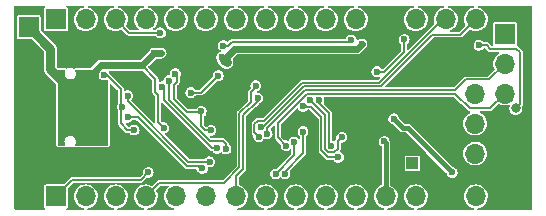
<source format=gbr>
%TF.GenerationSoftware,KiCad,Pcbnew,(5.99.0-7355-g8781ce7efb)*%
%TF.CreationDate,2021-01-22T11:19:25+01:00*%
%TF.ProjectId,FoxPill,466f7850-696c-46c2-9e6b-696361645f70,rev?*%
%TF.SameCoordinates,Original*%
%TF.FileFunction,Copper,L2,Bot*%
%TF.FilePolarity,Positive*%
%FSLAX46Y46*%
G04 Gerber Fmt 4.6, Leading zero omitted, Abs format (unit mm)*
G04 Created by KiCad (PCBNEW (5.99.0-7355-g8781ce7efb)) date 2021-01-22 11:19:25*
%MOMM*%
%LPD*%
G01*
G04 APERTURE LIST*
%TA.AperFunction,ComponentPad*%
%ADD10O,2.000000X1.600000*%
%TD*%
%TA.AperFunction,ComponentPad*%
%ADD11O,2.500000X1.200000*%
%TD*%
%TA.AperFunction,ComponentPad*%
%ADD12R,1.700000X1.700000*%
%TD*%
%TA.AperFunction,ComponentPad*%
%ADD13O,1.700000X1.700000*%
%TD*%
%TA.AperFunction,SMDPad,CuDef*%
%ADD14R,1.000000X1.000000*%
%TD*%
%TA.AperFunction,ViaPad*%
%ADD15C,0.600000*%
%TD*%
%TA.AperFunction,ViaPad*%
%ADD16C,0.800000*%
%TD*%
%TA.AperFunction,Conductor*%
%ADD17C,0.157000*%
%TD*%
%TA.AperFunction,Conductor*%
%ADD18C,0.200000*%
%TD*%
%TA.AperFunction,Conductor*%
%ADD19C,0.400000*%
%TD*%
%TA.AperFunction,Conductor*%
%ADD20C,0.800000*%
%TD*%
%TA.AperFunction,Conductor*%
%ADD21C,0.600000*%
%TD*%
G04 APERTURE END LIST*
D10*
X21274999Y-32890000D03*
D11*
X25454999Y-32890000D03*
D10*
X21274999Y-24250000D03*
D11*
X25454999Y-24250000D03*
D12*
X21420000Y-35340000D03*
X21420000Y-21780000D03*
X61740000Y-22310000D03*
D13*
X61740000Y-24850000D03*
X61740000Y-27390000D03*
X61740000Y-29930000D03*
D12*
X59200000Y-24850000D03*
D13*
X59200000Y-27390000D03*
X59200000Y-29930000D03*
X59200000Y-32470000D03*
D12*
X23700000Y-21100000D03*
D13*
X26240000Y-21100000D03*
X28780000Y-21100000D03*
X31320000Y-21100000D03*
X33860000Y-21100000D03*
X36400000Y-21100000D03*
X38940000Y-21100000D03*
X41480000Y-21100000D03*
X44020000Y-21100000D03*
X46560000Y-21100000D03*
X49100000Y-21100000D03*
X51640000Y-21100000D03*
X54180000Y-21100000D03*
X56720000Y-21100000D03*
X59260000Y-21100000D03*
D12*
X23700000Y-36100000D03*
D13*
X26240000Y-36100000D03*
X28780000Y-36100000D03*
X31320000Y-36100000D03*
X33860000Y-36100000D03*
X36400000Y-36100000D03*
X38940000Y-36100000D03*
X41480000Y-36100000D03*
X44020000Y-36100000D03*
X46560000Y-36100000D03*
X49100000Y-36100000D03*
X51640000Y-36100000D03*
X54180000Y-36100000D03*
X56720000Y-36100000D03*
X59260000Y-36100000D03*
D14*
X53900000Y-33300000D03*
D15*
X62680000Y-20540000D03*
X42740000Y-20420000D03*
X53550000Y-29550000D03*
X47800000Y-20410000D03*
X57950000Y-36810000D03*
X41605000Y-26420000D03*
X30040000Y-20410000D03*
X51450000Y-23940000D03*
X32800000Y-32400000D03*
X61680000Y-20540000D03*
X52900000Y-36800000D03*
X43950000Y-25930000D03*
X43420000Y-26400000D03*
X30910000Y-22790000D03*
X52800000Y-34250000D03*
X54670000Y-28975000D03*
X57970000Y-20350000D03*
X35250000Y-31400000D03*
X40140772Y-33738328D03*
X39180000Y-28005000D03*
X31767990Y-28500000D03*
X60610000Y-36760000D03*
X48700000Y-25900000D03*
X42770000Y-36810000D03*
X27510000Y-20420000D03*
X45280000Y-20420000D03*
X49125000Y-33910000D03*
X32580000Y-36830000D03*
X55620000Y-28960000D03*
X40615000Y-34095000D03*
X42175000Y-25932010D03*
X49100000Y-28900000D03*
X30260000Y-24200000D03*
X49831337Y-33903663D03*
X25070000Y-20380000D03*
X27520000Y-36790000D03*
X37690000Y-20380000D03*
X37100000Y-28075000D03*
X25050000Y-36775510D03*
X39650000Y-27625000D03*
X56500000Y-28985000D03*
X50400000Y-34250000D03*
X34260000Y-24980000D03*
X52880000Y-20430000D03*
X35170000Y-20400000D03*
X30050000Y-36800000D03*
X49090000Y-28270000D03*
X29480000Y-31570000D03*
X48690000Y-31430000D03*
X34900000Y-24980000D03*
X50300000Y-36750000D03*
X49850000Y-25900000D03*
X47800000Y-36800000D03*
X55430000Y-20390000D03*
X49210000Y-31700000D03*
X33610000Y-24960000D03*
X52300000Y-33860000D03*
X40200000Y-20400000D03*
X51545000Y-29455000D03*
X30800000Y-31300000D03*
X55470000Y-36820000D03*
X50400000Y-20460000D03*
X34500000Y-26350000D03*
X30292456Y-25856973D03*
X34580000Y-25700000D03*
X51250000Y-24700000D03*
X42730000Y-22130000D03*
X50725000Y-29425000D03*
X49892500Y-25078074D03*
X40230000Y-36810000D03*
X32570000Y-20390000D03*
X57910000Y-23260000D03*
X45320000Y-35300000D03*
X50870000Y-25530000D03*
X53200000Y-22800000D03*
X27794282Y-25816292D03*
X29342990Y-28500000D03*
X51500030Y-31437000D03*
X30330000Y-30470000D03*
X47036779Y-31834091D03*
X53870000Y-33090000D03*
X45980000Y-27952530D03*
X43196790Y-31800901D03*
X41588375Y-30788003D03*
X36830287Y-30510287D03*
X36014007Y-28902422D03*
X33820000Y-25700000D03*
X37449835Y-25864876D03*
X35118772Y-27302757D03*
X29775000Y-29400000D03*
X36113167Y-33728021D03*
X36718588Y-33171011D03*
X29800000Y-27575000D03*
X38150000Y-24730000D03*
X49200000Y-23612500D03*
X37735000Y-24315000D03*
X57250000Y-34070000D03*
X52315000Y-29530000D03*
X49621250Y-23191250D03*
X47923352Y-31096648D03*
X45220000Y-27952530D03*
X31520000Y-34060002D03*
X41050000Y-30250000D03*
X40873240Y-31036298D03*
X59539385Y-23301845D03*
D16*
X62650000Y-28650000D03*
D15*
X32550000Y-22250000D03*
X38114536Y-32091178D03*
X33269503Y-26301268D03*
X32700000Y-26800000D03*
X37360000Y-32030000D03*
X44633911Y-30611483D03*
X43088543Y-34179306D03*
X40808662Y-27778664D03*
X42308663Y-34188663D03*
X43887842Y-31491848D03*
X40641870Y-26728583D03*
X27700000Y-30900000D03*
X32840000Y-30290000D03*
X24700000Y-27450000D03*
X32020000Y-23970000D03*
X48705000Y-22850000D03*
X24310000Y-26810000D03*
X25050000Y-26800000D03*
X24700000Y-28550000D03*
X37890000Y-23330000D03*
X24300000Y-30350000D03*
X25050000Y-30357010D03*
X32620000Y-23970000D03*
X24670000Y-29600000D03*
X47628352Y-32791648D03*
X44663656Y-28465884D03*
D17*
X50870000Y-25530000D02*
X51520000Y-25530000D01*
X51520000Y-25530000D02*
X53200000Y-23850000D01*
X53200000Y-23224264D02*
X53200000Y-22800000D01*
X53200000Y-23850000D02*
X53200000Y-23224264D01*
D18*
X29342990Y-28500000D02*
X29200000Y-28642990D01*
X27794282Y-25816292D02*
X28016292Y-25816292D01*
X29200000Y-28642990D02*
X29200000Y-29900000D01*
X29200000Y-29900000D02*
X29770000Y-30470000D01*
D19*
X51640000Y-31576970D02*
X51500030Y-31437000D01*
D18*
X29200000Y-28357010D02*
X29342990Y-28500000D01*
X28016292Y-25816292D02*
X29200000Y-27000000D01*
X29200000Y-27000000D02*
X29200000Y-28357010D01*
D19*
X51640000Y-36100000D02*
X51640000Y-31576970D01*
D18*
X29770000Y-30470000D02*
X30330000Y-30470000D01*
D17*
X46850000Y-31647312D02*
X47036779Y-31834091D01*
X46850000Y-29060000D02*
X46850000Y-31647312D01*
X45980000Y-28190000D02*
X46850000Y-29060000D01*
X45980000Y-27952530D02*
X45980000Y-28190000D01*
X60480000Y-28650000D02*
X58750000Y-28650000D01*
X58750000Y-28650000D02*
X57517030Y-27417030D01*
X57517030Y-27417030D02*
X44955198Y-27417030D01*
X42500000Y-29872228D02*
X42500000Y-31104111D01*
X61740000Y-27390000D02*
X60480000Y-28650000D01*
X44955198Y-27417030D02*
X42500000Y-29872228D01*
X42500000Y-31104111D02*
X43196790Y-31800901D01*
X58400000Y-26200000D02*
X57496980Y-27103020D01*
X60390000Y-26200000D02*
X58400000Y-26200000D01*
X57496980Y-27103020D02*
X44825132Y-27103020D01*
X44825132Y-27103020D02*
X41588375Y-30339777D01*
X41588375Y-30339777D02*
X41588375Y-30788003D01*
X61740000Y-24850000D02*
X60390000Y-26200000D01*
X36014007Y-28902422D02*
X35996429Y-28920000D01*
X34770000Y-28920000D02*
X33700000Y-27850000D01*
X36014007Y-28902422D02*
X36014007Y-30164007D01*
X36350000Y-30500000D02*
X36820000Y-30500000D01*
X33700000Y-27850000D02*
X33700000Y-26690000D01*
X33950000Y-26413313D02*
X33950000Y-25830000D01*
X33700000Y-26690000D02*
X33770000Y-26620000D01*
X36820000Y-30500000D02*
X36830287Y-30510287D01*
X33770000Y-26593313D02*
X33950000Y-26413313D01*
X33770000Y-26620000D02*
X33770000Y-26593313D01*
X36014007Y-30164007D02*
X36350000Y-30500000D01*
X31400000Y-21180000D02*
X31320000Y-21100000D01*
X33950000Y-25830000D02*
X33820000Y-25700000D01*
X35996429Y-28920000D02*
X34770000Y-28920000D01*
X37149836Y-26164875D02*
X37449835Y-25864876D01*
X36011954Y-27302757D02*
X37149836Y-26164875D01*
X35118772Y-27302757D02*
X36011954Y-27302757D01*
D18*
X34800000Y-33550000D02*
X35720000Y-33550000D01*
X35898021Y-33728021D02*
X36113167Y-33728021D01*
X35720000Y-33550000D02*
X35898021Y-33728021D01*
X30650000Y-29400000D02*
X34800000Y-33550000D01*
X29775000Y-29400000D02*
X30650000Y-29400000D01*
X34925899Y-33171011D02*
X29800000Y-28045112D01*
X29800000Y-27999264D02*
X29800000Y-27575000D01*
X36718588Y-33171011D02*
X34925899Y-33171011D01*
X29800000Y-28045112D02*
X29800000Y-27999264D01*
D19*
X53085000Y-30300000D02*
X53480000Y-30300000D01*
D20*
X38160000Y-24750000D02*
X38170000Y-24750000D01*
D21*
X59260000Y-35527602D02*
X59260000Y-36100000D01*
X49621250Y-23191250D02*
X49200000Y-23612500D01*
X37925000Y-24515000D02*
X38827500Y-23612500D01*
D19*
X52315000Y-29530000D02*
X53085000Y-30300000D01*
D20*
X37925000Y-24515000D02*
X38160000Y-24750000D01*
D21*
X38827500Y-23612500D02*
X49200000Y-23612500D01*
D19*
X53480000Y-30300000D02*
X57250000Y-34070000D01*
D17*
X46500000Y-29232530D02*
X46500000Y-32080000D01*
X46779738Y-32369592D02*
X47293820Y-32369592D01*
X47293820Y-32369592D02*
X47600000Y-32063412D01*
X45220000Y-27952530D02*
X46500000Y-29232530D01*
X47600000Y-31420000D02*
X47923352Y-31096648D01*
X46501278Y-32081278D02*
X46501278Y-32091132D01*
X46500000Y-32080000D02*
X46501278Y-32081278D01*
X47600000Y-32063412D02*
X47600000Y-31420000D01*
X46501278Y-32091132D02*
X46779738Y-32369592D01*
X23700000Y-36100000D02*
X25110000Y-34690000D01*
X30900000Y-34690000D02*
X31524999Y-34065001D01*
X31524999Y-34065001D02*
X31520000Y-34060002D01*
X25110000Y-34690000D02*
X30900000Y-34690000D01*
X51205067Y-26789010D02*
X44695066Y-26789010D01*
X41234076Y-30250000D02*
X41050000Y-30250000D01*
X55594077Y-22400000D02*
X51205067Y-26789010D01*
X57960000Y-22400000D02*
X55594077Y-22400000D01*
X44695066Y-26789010D02*
X41234076Y-30250000D01*
X59260000Y-21100000D02*
X57960000Y-22400000D01*
X40792959Y-29714499D02*
X40514499Y-29992959D01*
X40573241Y-30736299D02*
X40873240Y-31036298D01*
X44565000Y-26475000D02*
X41325501Y-29714499D01*
X40514499Y-29992959D02*
X40514499Y-30677557D01*
X40514499Y-30677557D02*
X40573241Y-30736299D01*
X56720000Y-21100000D02*
X56450000Y-21100000D01*
X41325501Y-29714499D02*
X40792959Y-29714499D01*
X56450000Y-21100000D02*
X51075000Y-26475000D01*
X51075000Y-26475000D02*
X44565000Y-26475000D01*
D18*
X63000000Y-28300000D02*
X62650000Y-28650000D01*
X62700000Y-23600000D02*
X63000000Y-23900000D01*
X59539385Y-23301845D02*
X60201845Y-23301845D01*
X60500000Y-23600000D02*
X62700000Y-23600000D01*
X63000000Y-23900000D02*
X63000000Y-28300000D01*
X60201845Y-23301845D02*
X60500000Y-23600000D01*
D17*
X32550000Y-22250000D02*
X29930000Y-22250000D01*
X29930000Y-22250000D02*
X28780000Y-21100000D01*
X38114536Y-31666914D02*
X38114536Y-32091178D01*
X36724498Y-31374498D02*
X37822120Y-31374498D01*
X33269503Y-26301268D02*
X33269503Y-27919503D01*
X33269503Y-27919503D02*
X36724498Y-31374498D01*
X37822120Y-31374498D02*
X38114536Y-31666914D01*
X32700000Y-26800000D02*
X32850000Y-26950000D01*
X32850000Y-27944264D02*
X36935736Y-32030000D01*
X36935736Y-32030000D02*
X37360000Y-32030000D01*
X32850000Y-26950000D02*
X32850000Y-27944264D01*
X43088543Y-34002860D02*
X44633911Y-32457492D01*
X43088543Y-34179306D02*
X43088543Y-34002860D01*
X41480000Y-36100000D02*
X41552542Y-36100000D01*
X44633911Y-32457492D02*
X44633911Y-30611483D01*
X39564011Y-33780067D02*
X39564011Y-29243314D01*
X38940000Y-36100000D02*
X38940000Y-34404078D01*
X38940000Y-34404078D02*
X39564011Y-33780067D01*
X40808662Y-27998663D02*
X40808662Y-27778664D01*
X39564011Y-29243314D02*
X40808662Y-27998663D01*
X43887842Y-31491848D02*
X43887842Y-32609484D01*
X43887842Y-32609484D02*
X42308663Y-34188663D01*
X40225769Y-28100000D02*
X40225769Y-27274231D01*
X39250000Y-33650000D02*
X39250000Y-29075769D01*
X39250000Y-29075769D02*
X40225769Y-28100000D01*
X31320000Y-36100000D02*
X32480000Y-34940000D01*
X40225769Y-27274231D02*
X40641870Y-26858130D01*
X37960000Y-34940000D02*
X39250000Y-33650000D01*
X32480000Y-34940000D02*
X37960000Y-34940000D01*
X40641870Y-26858130D02*
X40641870Y-26728583D01*
D20*
X25040000Y-26810000D02*
X25050000Y-26800000D01*
D18*
X32350000Y-29800000D02*
X32350000Y-27490000D01*
D21*
X30990001Y-24999999D02*
X32020000Y-23970000D01*
D18*
X32140000Y-26149998D02*
X30990001Y-24999999D01*
D20*
X23250000Y-25350000D02*
X23850000Y-25950000D01*
D18*
X38322269Y-23330000D02*
X38596779Y-23055490D01*
D20*
X24700000Y-27450000D02*
X24700000Y-27200000D01*
D21*
X26500000Y-26000000D02*
X27500001Y-24999999D01*
D20*
X24310000Y-26410000D02*
X24310000Y-26810000D01*
D18*
X48499510Y-23055490D02*
X48705000Y-22850000D01*
D20*
X23250000Y-23610000D02*
X23250000Y-25350000D01*
D18*
X32140000Y-27280000D02*
X32140000Y-26149998D01*
D21*
X27500001Y-24999999D02*
X30990001Y-24999999D01*
D20*
X21420000Y-21780000D02*
X23250000Y-23610000D01*
X24310000Y-26810000D02*
X25040000Y-26810000D01*
D18*
X38596779Y-23055490D02*
X48499510Y-23055490D01*
D20*
X24700000Y-27200000D02*
X24310000Y-26810000D01*
D18*
X32350000Y-27490000D02*
X32140000Y-27280000D01*
D21*
X32020000Y-23970000D02*
X32620000Y-23970000D01*
D18*
X37890000Y-23330000D02*
X38322269Y-23330000D01*
D20*
X23850000Y-25950000D02*
X24310000Y-26410000D01*
D18*
X32840000Y-30290000D02*
X32350000Y-29800000D01*
D17*
X44663656Y-28465884D02*
X44940812Y-28465884D01*
X44962959Y-28488031D02*
X45268031Y-28488031D01*
X46210000Y-32234077D02*
X46210000Y-32270000D01*
X46210000Y-32270000D02*
X46731648Y-32791648D01*
X44940812Y-28465884D02*
X44962959Y-28488031D01*
X45268031Y-28488031D02*
X46185990Y-29405990D01*
X46185990Y-32210067D02*
X46210000Y-32234077D01*
X46185990Y-29405990D02*
X46185990Y-32210067D01*
X46731648Y-32791648D02*
X47628352Y-32791648D01*
%TA.AperFunction,Conductor*%
G36*
X33230824Y-35194132D02*
G01*
X33257331Y-35240042D01*
X33248125Y-35292250D01*
X33229570Y-35313899D01*
X33151591Y-35376596D01*
X33149156Y-35379498D01*
X33149155Y-35379499D01*
X33145258Y-35384144D01*
X33024573Y-35527971D01*
X33022750Y-35531287D01*
X33022748Y-35531290D01*
X33016285Y-35543046D01*
X32929375Y-35701134D01*
X32869626Y-35889489D01*
X32869204Y-35893251D01*
X32869203Y-35893256D01*
X32867649Y-35907113D01*
X32847599Y-36085863D01*
X32864134Y-36282776D01*
X32918601Y-36472726D01*
X33008926Y-36648480D01*
X33131668Y-36803342D01*
X33134555Y-36805799D01*
X33134557Y-36805801D01*
X33279266Y-36928957D01*
X33282153Y-36931414D01*
X33395932Y-36995003D01*
X33451338Y-37025968D01*
X33451341Y-37025969D01*
X33454647Y-37027817D01*
X33458250Y-37028988D01*
X33458253Y-37028989D01*
X33549247Y-37058555D01*
X33642580Y-37088881D01*
X33646340Y-37089329D01*
X33648517Y-37089808D01*
X33693278Y-37118213D01*
X33709308Y-37168745D01*
X33689107Y-37217758D01*
X33642126Y-37242319D01*
X33631876Y-37243000D01*
X31539092Y-37243000D01*
X31489276Y-37224868D01*
X31462769Y-37178958D01*
X31471975Y-37126750D01*
X31512585Y-37092674D01*
X31518251Y-37090855D01*
X31682489Y-37044999D01*
X31682491Y-37044998D01*
X31686145Y-37043978D01*
X31862525Y-36954882D01*
X32018240Y-36833224D01*
X32147359Y-36683638D01*
X32244965Y-36511821D01*
X32307339Y-36324318D01*
X32332105Y-36128271D01*
X32332500Y-36100000D01*
X32313217Y-35903338D01*
X32256103Y-35714166D01*
X32207866Y-35623446D01*
X32200488Y-35570949D01*
X32221493Y-35532261D01*
X32555055Y-35198699D01*
X32603101Y-35176295D01*
X32609856Y-35176000D01*
X33181008Y-35176000D01*
X33230824Y-35194132D01*
G37*
%TD.AperFunction*%
%TA.AperFunction,Conductor*%
G36*
X22796822Y-19975132D02*
G01*
X22823329Y-20021042D01*
X22814123Y-20073250D01*
X22786319Y-20097632D01*
X22787814Y-20099870D01*
X22750599Y-20124736D01*
X22735095Y-20135095D01*
X22730852Y-20141445D01*
X22722860Y-20153407D01*
X22699870Y-20187814D01*
X22687500Y-20250000D01*
X22687500Y-21950000D01*
X22699870Y-22012186D01*
X22704110Y-22018531D01*
X22704110Y-22018532D01*
X22730852Y-22058555D01*
X22735095Y-22064905D01*
X22787814Y-22100130D01*
X22850000Y-22112500D01*
X24550000Y-22112500D01*
X24612186Y-22100130D01*
X24664905Y-22064905D01*
X24669148Y-22058555D01*
X24695890Y-22018532D01*
X24695890Y-22018531D01*
X24700130Y-22012186D01*
X24712500Y-21950000D01*
X24712500Y-20250000D01*
X24700130Y-20187814D01*
X24677141Y-20153407D01*
X24669148Y-20141445D01*
X24664905Y-20135095D01*
X24649402Y-20124736D01*
X24612186Y-20099870D01*
X24613839Y-20097397D01*
X24584253Y-20070289D01*
X24577330Y-20017730D01*
X24605811Y-19973018D01*
X24652994Y-19957000D01*
X26016799Y-19957000D01*
X26066615Y-19975132D01*
X26093122Y-20021042D01*
X26083916Y-20073250D01*
X26038680Y-20108847D01*
X25864349Y-20160155D01*
X25864346Y-20160156D01*
X25860711Y-20161226D01*
X25857351Y-20162983D01*
X25857350Y-20162983D01*
X25846962Y-20168414D01*
X25685592Y-20252776D01*
X25531591Y-20376596D01*
X25529156Y-20379498D01*
X25529155Y-20379499D01*
X25525258Y-20384144D01*
X25404573Y-20527971D01*
X25402750Y-20531287D01*
X25402748Y-20531290D01*
X25396285Y-20543046D01*
X25309375Y-20701134D01*
X25308227Y-20704752D01*
X25308226Y-20704755D01*
X25258515Y-20861468D01*
X25249626Y-20889489D01*
X25249204Y-20893251D01*
X25249203Y-20893256D01*
X25245082Y-20930000D01*
X25227599Y-21085863D01*
X25244134Y-21282776D01*
X25298601Y-21472726D01*
X25388926Y-21648480D01*
X25511668Y-21803342D01*
X25514555Y-21805799D01*
X25514557Y-21805801D01*
X25608825Y-21886029D01*
X25662153Y-21931414D01*
X25769309Y-21991301D01*
X25831338Y-22025968D01*
X25831341Y-22025969D01*
X25834647Y-22027817D01*
X25838250Y-22028988D01*
X25838253Y-22028989D01*
X26018978Y-22087711D01*
X26018982Y-22087712D01*
X26022580Y-22088881D01*
X26026336Y-22089329D01*
X26026341Y-22089330D01*
X26116918Y-22100130D01*
X26218796Y-22112278D01*
X26317307Y-22104698D01*
X26412043Y-22097409D01*
X26412048Y-22097408D01*
X26415819Y-22097118D01*
X26419469Y-22096099D01*
X26602489Y-22044999D01*
X26602491Y-22044998D01*
X26606145Y-22043978D01*
X26715464Y-21988757D01*
X26779140Y-21956592D01*
X26779141Y-21956591D01*
X26782525Y-21954882D01*
X26938240Y-21833224D01*
X27067359Y-21683638D01*
X27164965Y-21511821D01*
X27182204Y-21460000D01*
X27226144Y-21327911D01*
X27226145Y-21327909D01*
X27227339Y-21324318D01*
X27229165Y-21309870D01*
X27238188Y-21238439D01*
X27252105Y-21128271D01*
X27252500Y-21100000D01*
X27233217Y-20903338D01*
X27192430Y-20768243D01*
X27177200Y-20717798D01*
X27177198Y-20717794D01*
X27176103Y-20714166D01*
X27083333Y-20539691D01*
X26958440Y-20386558D01*
X26806183Y-20260599D01*
X26802859Y-20258802D01*
X26802855Y-20258799D01*
X26635689Y-20168414D01*
X26632360Y-20166614D01*
X26444734Y-20108534D01*
X26402508Y-20076482D01*
X26390763Y-20024787D01*
X26414995Y-19977636D01*
X26467652Y-19957000D01*
X28556799Y-19957000D01*
X28606615Y-19975132D01*
X28633122Y-20021042D01*
X28623916Y-20073250D01*
X28578680Y-20108847D01*
X28404349Y-20160155D01*
X28404346Y-20160156D01*
X28400711Y-20161226D01*
X28397351Y-20162983D01*
X28397350Y-20162983D01*
X28386962Y-20168414D01*
X28225592Y-20252776D01*
X28071591Y-20376596D01*
X28069156Y-20379498D01*
X28069155Y-20379499D01*
X28065258Y-20384144D01*
X27944573Y-20527971D01*
X27942750Y-20531287D01*
X27942748Y-20531290D01*
X27936285Y-20543046D01*
X27849375Y-20701134D01*
X27848227Y-20704752D01*
X27848226Y-20704755D01*
X27798515Y-20861468D01*
X27789626Y-20889489D01*
X27789204Y-20893251D01*
X27789203Y-20893256D01*
X27785082Y-20930000D01*
X27767599Y-21085863D01*
X27784134Y-21282776D01*
X27838601Y-21472726D01*
X27928926Y-21648480D01*
X28051668Y-21803342D01*
X28054555Y-21805799D01*
X28054557Y-21805801D01*
X28148825Y-21886029D01*
X28202153Y-21931414D01*
X28309309Y-21991301D01*
X28371338Y-22025968D01*
X28371341Y-22025969D01*
X28374647Y-22027817D01*
X28378250Y-22028988D01*
X28378253Y-22028989D01*
X28558978Y-22087711D01*
X28558982Y-22087712D01*
X28562580Y-22088881D01*
X28566336Y-22089329D01*
X28566341Y-22089330D01*
X28656918Y-22100130D01*
X28758796Y-22112278D01*
X28857307Y-22104698D01*
X28952043Y-22097409D01*
X28952048Y-22097408D01*
X28955819Y-22097118D01*
X28959469Y-22096099D01*
X29142489Y-22044999D01*
X29142491Y-22044998D01*
X29146145Y-22043978D01*
X29195894Y-22018848D01*
X29258234Y-21987358D01*
X29310874Y-21981081D01*
X29347978Y-22001732D01*
X29760914Y-22414668D01*
X29763707Y-22417611D01*
X29788344Y-22444973D01*
X29795783Y-22448285D01*
X29811600Y-22455327D01*
X29822287Y-22461130D01*
X29843634Y-22474993D01*
X29851676Y-22476267D01*
X29851677Y-22476267D01*
X29852391Y-22476380D01*
X29871788Y-22482126D01*
X29874320Y-22483253D01*
X29874321Y-22483253D01*
X29879893Y-22485734D01*
X29882424Y-22486000D01*
X29907034Y-22486000D01*
X29919157Y-22486954D01*
X29934568Y-22489395D01*
X29934569Y-22489395D01*
X29942613Y-22490669D01*
X29950478Y-22488562D01*
X29950986Y-22488535D01*
X29970243Y-22486000D01*
X32116203Y-22486000D01*
X32166019Y-22504132D01*
X32180641Y-22520443D01*
X32204699Y-22556448D01*
X32204704Y-22556454D01*
X32207921Y-22561268D01*
X32238032Y-22585782D01*
X32300077Y-22636295D01*
X32314568Y-22648093D01*
X32319938Y-22650268D01*
X32436664Y-22697547D01*
X32436666Y-22697547D01*
X32442032Y-22699721D01*
X32447799Y-22700220D01*
X32447801Y-22700221D01*
X32530292Y-22707365D01*
X32579041Y-22711587D01*
X32584703Y-22710368D01*
X32584704Y-22710368D01*
X32707817Y-22683863D01*
X32707819Y-22683862D01*
X32713482Y-22682643D01*
X32718534Y-22679814D01*
X32718536Y-22679813D01*
X32828415Y-22618278D01*
X32833470Y-22615447D01*
X32928394Y-22515940D01*
X32989864Y-22392920D01*
X33012443Y-22257265D01*
X33012500Y-22250000D01*
X32992054Y-22114006D01*
X32989547Y-22108785D01*
X32989546Y-22108782D01*
X32935033Y-21995259D01*
X32932525Y-21990036D01*
X32923769Y-21980563D01*
X32843108Y-21893306D01*
X32839175Y-21889051D01*
X32810350Y-21872308D01*
X32725267Y-21822887D01*
X32725264Y-21822886D01*
X32720258Y-21819978D01*
X32714620Y-21818671D01*
X32714617Y-21818670D01*
X32591927Y-21790233D01*
X32591925Y-21790233D01*
X32586287Y-21788926D01*
X32580509Y-21789335D01*
X32454894Y-21798228D01*
X32454891Y-21798229D01*
X32449109Y-21798638D01*
X32443704Y-21800729D01*
X32443700Y-21800730D01*
X32326257Y-21846166D01*
X32320850Y-21848258D01*
X32316300Y-21851845D01*
X32316298Y-21851846D01*
X32225311Y-21923575D01*
X32212852Y-21933397D01*
X32183603Y-21975717D01*
X32180254Y-21980563D01*
X32137015Y-22011235D01*
X32116499Y-22014000D01*
X32011934Y-22014000D01*
X31962118Y-21995868D01*
X31935611Y-21949958D01*
X31944817Y-21897750D01*
X31964220Y-21875429D01*
X32015254Y-21835557D01*
X32018240Y-21833224D01*
X32147359Y-21683638D01*
X32244965Y-21511821D01*
X32262204Y-21460000D01*
X32306144Y-21327911D01*
X32306145Y-21327909D01*
X32307339Y-21324318D01*
X32309165Y-21309870D01*
X32318188Y-21238439D01*
X32332105Y-21128271D01*
X32332500Y-21100000D01*
X32313217Y-20903338D01*
X32272430Y-20768243D01*
X32257200Y-20717798D01*
X32257198Y-20717794D01*
X32256103Y-20714166D01*
X32163333Y-20539691D01*
X32038440Y-20386558D01*
X31886183Y-20260599D01*
X31882859Y-20258802D01*
X31882855Y-20258799D01*
X31715689Y-20168414D01*
X31712360Y-20166614D01*
X31524734Y-20108534D01*
X31482508Y-20076482D01*
X31470763Y-20024787D01*
X31494995Y-19977636D01*
X31547652Y-19957000D01*
X33636799Y-19957000D01*
X33686615Y-19975132D01*
X33713122Y-20021042D01*
X33703916Y-20073250D01*
X33658680Y-20108847D01*
X33484349Y-20160155D01*
X33484346Y-20160156D01*
X33480711Y-20161226D01*
X33477351Y-20162983D01*
X33477350Y-20162983D01*
X33466962Y-20168414D01*
X33305592Y-20252776D01*
X33151591Y-20376596D01*
X33149156Y-20379498D01*
X33149155Y-20379499D01*
X33145258Y-20384144D01*
X33024573Y-20527971D01*
X33022750Y-20531287D01*
X33022748Y-20531290D01*
X33016285Y-20543046D01*
X32929375Y-20701134D01*
X32928227Y-20704752D01*
X32928226Y-20704755D01*
X32878515Y-20861468D01*
X32869626Y-20889489D01*
X32869204Y-20893251D01*
X32869203Y-20893256D01*
X32865082Y-20930000D01*
X32847599Y-21085863D01*
X32864134Y-21282776D01*
X32918601Y-21472726D01*
X33008926Y-21648480D01*
X33131668Y-21803342D01*
X33134555Y-21805799D01*
X33134557Y-21805801D01*
X33228825Y-21886029D01*
X33282153Y-21931414D01*
X33389309Y-21991301D01*
X33451338Y-22025968D01*
X33451341Y-22025969D01*
X33454647Y-22027817D01*
X33458250Y-22028988D01*
X33458253Y-22028989D01*
X33638978Y-22087711D01*
X33638982Y-22087712D01*
X33642580Y-22088881D01*
X33646336Y-22089329D01*
X33646341Y-22089330D01*
X33736918Y-22100130D01*
X33838796Y-22112278D01*
X33937307Y-22104698D01*
X34032043Y-22097409D01*
X34032048Y-22097408D01*
X34035819Y-22097118D01*
X34039469Y-22096099D01*
X34222489Y-22044999D01*
X34222491Y-22044998D01*
X34226145Y-22043978D01*
X34335464Y-21988757D01*
X34399140Y-21956592D01*
X34399141Y-21956591D01*
X34402525Y-21954882D01*
X34558240Y-21833224D01*
X34687359Y-21683638D01*
X34784965Y-21511821D01*
X34802204Y-21460000D01*
X34846144Y-21327911D01*
X34846145Y-21327909D01*
X34847339Y-21324318D01*
X34849165Y-21309870D01*
X34858188Y-21238439D01*
X34872105Y-21128271D01*
X34872500Y-21100000D01*
X34853217Y-20903338D01*
X34812430Y-20768243D01*
X34797200Y-20717798D01*
X34797198Y-20717794D01*
X34796103Y-20714166D01*
X34703333Y-20539691D01*
X34578440Y-20386558D01*
X34426183Y-20260599D01*
X34422859Y-20258802D01*
X34422855Y-20258799D01*
X34255689Y-20168414D01*
X34252360Y-20166614D01*
X34064734Y-20108534D01*
X34022508Y-20076482D01*
X34010763Y-20024787D01*
X34034995Y-19977636D01*
X34087652Y-19957000D01*
X36176799Y-19957000D01*
X36226615Y-19975132D01*
X36253122Y-20021042D01*
X36243916Y-20073250D01*
X36198680Y-20108847D01*
X36024349Y-20160155D01*
X36024346Y-20160156D01*
X36020711Y-20161226D01*
X36017351Y-20162983D01*
X36017350Y-20162983D01*
X36006962Y-20168414D01*
X35845592Y-20252776D01*
X35691591Y-20376596D01*
X35689156Y-20379498D01*
X35689155Y-20379499D01*
X35685258Y-20384144D01*
X35564573Y-20527971D01*
X35562750Y-20531287D01*
X35562748Y-20531290D01*
X35556285Y-20543046D01*
X35469375Y-20701134D01*
X35468227Y-20704752D01*
X35468226Y-20704755D01*
X35418515Y-20861468D01*
X35409626Y-20889489D01*
X35409204Y-20893251D01*
X35409203Y-20893256D01*
X35405082Y-20930000D01*
X35387599Y-21085863D01*
X35404134Y-21282776D01*
X35458601Y-21472726D01*
X35548926Y-21648480D01*
X35671668Y-21803342D01*
X35674555Y-21805799D01*
X35674557Y-21805801D01*
X35768825Y-21886029D01*
X35822153Y-21931414D01*
X35929309Y-21991301D01*
X35991338Y-22025968D01*
X35991341Y-22025969D01*
X35994647Y-22027817D01*
X35998250Y-22028988D01*
X35998253Y-22028989D01*
X36178978Y-22087711D01*
X36178982Y-22087712D01*
X36182580Y-22088881D01*
X36186336Y-22089329D01*
X36186341Y-22089330D01*
X36276918Y-22100130D01*
X36378796Y-22112278D01*
X36477307Y-22104698D01*
X36572043Y-22097409D01*
X36572048Y-22097408D01*
X36575819Y-22097118D01*
X36579469Y-22096099D01*
X36762489Y-22044999D01*
X36762491Y-22044998D01*
X36766145Y-22043978D01*
X36875464Y-21988757D01*
X36939140Y-21956592D01*
X36939141Y-21956591D01*
X36942525Y-21954882D01*
X37098240Y-21833224D01*
X37227359Y-21683638D01*
X37324965Y-21511821D01*
X37342204Y-21460000D01*
X37386144Y-21327911D01*
X37386145Y-21327909D01*
X37387339Y-21324318D01*
X37389165Y-21309870D01*
X37398188Y-21238439D01*
X37412105Y-21128271D01*
X37412500Y-21100000D01*
X37393217Y-20903338D01*
X37352430Y-20768243D01*
X37337200Y-20717798D01*
X37337198Y-20717794D01*
X37336103Y-20714166D01*
X37243333Y-20539691D01*
X37118440Y-20386558D01*
X36966183Y-20260599D01*
X36962859Y-20258802D01*
X36962855Y-20258799D01*
X36795689Y-20168414D01*
X36792360Y-20166614D01*
X36604734Y-20108534D01*
X36562508Y-20076482D01*
X36550763Y-20024787D01*
X36574995Y-19977636D01*
X36627652Y-19957000D01*
X38716799Y-19957000D01*
X38766615Y-19975132D01*
X38793122Y-20021042D01*
X38783916Y-20073250D01*
X38738680Y-20108847D01*
X38564349Y-20160155D01*
X38564346Y-20160156D01*
X38560711Y-20161226D01*
X38557351Y-20162983D01*
X38557350Y-20162983D01*
X38546962Y-20168414D01*
X38385592Y-20252776D01*
X38231591Y-20376596D01*
X38229156Y-20379498D01*
X38229155Y-20379499D01*
X38225258Y-20384144D01*
X38104573Y-20527971D01*
X38102750Y-20531287D01*
X38102748Y-20531290D01*
X38096285Y-20543046D01*
X38009375Y-20701134D01*
X38008227Y-20704752D01*
X38008226Y-20704755D01*
X37958515Y-20861468D01*
X37949626Y-20889489D01*
X37949204Y-20893251D01*
X37949203Y-20893256D01*
X37945082Y-20930000D01*
X37927599Y-21085863D01*
X37944134Y-21282776D01*
X37998601Y-21472726D01*
X38088926Y-21648480D01*
X38211668Y-21803342D01*
X38214555Y-21805799D01*
X38214557Y-21805801D01*
X38308825Y-21886029D01*
X38362153Y-21931414D01*
X38469309Y-21991301D01*
X38531338Y-22025968D01*
X38531341Y-22025969D01*
X38534647Y-22027817D01*
X38538250Y-22028988D01*
X38538253Y-22028989D01*
X38718978Y-22087711D01*
X38718982Y-22087712D01*
X38722580Y-22088881D01*
X38726336Y-22089329D01*
X38726341Y-22089330D01*
X38816918Y-22100130D01*
X38918796Y-22112278D01*
X39017307Y-22104698D01*
X39112043Y-22097409D01*
X39112048Y-22097408D01*
X39115819Y-22097118D01*
X39119469Y-22096099D01*
X39302489Y-22044999D01*
X39302491Y-22044998D01*
X39306145Y-22043978D01*
X39415464Y-21988757D01*
X39479140Y-21956592D01*
X39479141Y-21956591D01*
X39482525Y-21954882D01*
X39638240Y-21833224D01*
X39767359Y-21683638D01*
X39864965Y-21511821D01*
X39882204Y-21460000D01*
X39926144Y-21327911D01*
X39926145Y-21327909D01*
X39927339Y-21324318D01*
X39929165Y-21309870D01*
X39938188Y-21238439D01*
X39952105Y-21128271D01*
X39952500Y-21100000D01*
X39933217Y-20903338D01*
X39892430Y-20768243D01*
X39877200Y-20717798D01*
X39877198Y-20717794D01*
X39876103Y-20714166D01*
X39783333Y-20539691D01*
X39658440Y-20386558D01*
X39506183Y-20260599D01*
X39502859Y-20258802D01*
X39502855Y-20258799D01*
X39335689Y-20168414D01*
X39332360Y-20166614D01*
X39144734Y-20108534D01*
X39102508Y-20076482D01*
X39090763Y-20024787D01*
X39114995Y-19977636D01*
X39167652Y-19957000D01*
X41256799Y-19957000D01*
X41306615Y-19975132D01*
X41333122Y-20021042D01*
X41323916Y-20073250D01*
X41278680Y-20108847D01*
X41104349Y-20160155D01*
X41104346Y-20160156D01*
X41100711Y-20161226D01*
X41097351Y-20162983D01*
X41097350Y-20162983D01*
X41086962Y-20168414D01*
X40925592Y-20252776D01*
X40771591Y-20376596D01*
X40769156Y-20379498D01*
X40769155Y-20379499D01*
X40765258Y-20384144D01*
X40644573Y-20527971D01*
X40642750Y-20531287D01*
X40642748Y-20531290D01*
X40636285Y-20543046D01*
X40549375Y-20701134D01*
X40548227Y-20704752D01*
X40548226Y-20704755D01*
X40498515Y-20861468D01*
X40489626Y-20889489D01*
X40489204Y-20893251D01*
X40489203Y-20893256D01*
X40485082Y-20930000D01*
X40467599Y-21085863D01*
X40484134Y-21282776D01*
X40538601Y-21472726D01*
X40628926Y-21648480D01*
X40751668Y-21803342D01*
X40754555Y-21805799D01*
X40754557Y-21805801D01*
X40848825Y-21886029D01*
X40902153Y-21931414D01*
X41009309Y-21991301D01*
X41071338Y-22025968D01*
X41071341Y-22025969D01*
X41074647Y-22027817D01*
X41078250Y-22028988D01*
X41078253Y-22028989D01*
X41258978Y-22087711D01*
X41258982Y-22087712D01*
X41262580Y-22088881D01*
X41266336Y-22089329D01*
X41266341Y-22089330D01*
X41356918Y-22100130D01*
X41458796Y-22112278D01*
X41557307Y-22104698D01*
X41652043Y-22097409D01*
X41652048Y-22097408D01*
X41655819Y-22097118D01*
X41659469Y-22096099D01*
X41842489Y-22044999D01*
X41842491Y-22044998D01*
X41846145Y-22043978D01*
X41955464Y-21988757D01*
X42019140Y-21956592D01*
X42019141Y-21956591D01*
X42022525Y-21954882D01*
X42178240Y-21833224D01*
X42307359Y-21683638D01*
X42404965Y-21511821D01*
X42422204Y-21460000D01*
X42466144Y-21327911D01*
X42466145Y-21327909D01*
X42467339Y-21324318D01*
X42469165Y-21309870D01*
X42478188Y-21238439D01*
X42492105Y-21128271D01*
X42492500Y-21100000D01*
X42473217Y-20903338D01*
X42432430Y-20768243D01*
X42417200Y-20717798D01*
X42417198Y-20717794D01*
X42416103Y-20714166D01*
X42323333Y-20539691D01*
X42198440Y-20386558D01*
X42046183Y-20260599D01*
X42042859Y-20258802D01*
X42042855Y-20258799D01*
X41875689Y-20168414D01*
X41872360Y-20166614D01*
X41684734Y-20108534D01*
X41642508Y-20076482D01*
X41630763Y-20024787D01*
X41654995Y-19977636D01*
X41707652Y-19957000D01*
X43796799Y-19957000D01*
X43846615Y-19975132D01*
X43873122Y-20021042D01*
X43863916Y-20073250D01*
X43818680Y-20108847D01*
X43644349Y-20160155D01*
X43644346Y-20160156D01*
X43640711Y-20161226D01*
X43637351Y-20162983D01*
X43637350Y-20162983D01*
X43626962Y-20168414D01*
X43465592Y-20252776D01*
X43311591Y-20376596D01*
X43309156Y-20379498D01*
X43309155Y-20379499D01*
X43305258Y-20384144D01*
X43184573Y-20527971D01*
X43182750Y-20531287D01*
X43182748Y-20531290D01*
X43176285Y-20543046D01*
X43089375Y-20701134D01*
X43088227Y-20704752D01*
X43088226Y-20704755D01*
X43038515Y-20861468D01*
X43029626Y-20889489D01*
X43029204Y-20893251D01*
X43029203Y-20893256D01*
X43025082Y-20930000D01*
X43007599Y-21085863D01*
X43024134Y-21282776D01*
X43078601Y-21472726D01*
X43168926Y-21648480D01*
X43291668Y-21803342D01*
X43294555Y-21805799D01*
X43294557Y-21805801D01*
X43388825Y-21886029D01*
X43442153Y-21931414D01*
X43549309Y-21991301D01*
X43611338Y-22025968D01*
X43611341Y-22025969D01*
X43614647Y-22027817D01*
X43618250Y-22028988D01*
X43618253Y-22028989D01*
X43798978Y-22087711D01*
X43798982Y-22087712D01*
X43802580Y-22088881D01*
X43806336Y-22089329D01*
X43806341Y-22089330D01*
X43896918Y-22100130D01*
X43998796Y-22112278D01*
X44097307Y-22104698D01*
X44192043Y-22097409D01*
X44192048Y-22097408D01*
X44195819Y-22097118D01*
X44199469Y-22096099D01*
X44382489Y-22044999D01*
X44382491Y-22044998D01*
X44386145Y-22043978D01*
X44495464Y-21988757D01*
X44559140Y-21956592D01*
X44559141Y-21956591D01*
X44562525Y-21954882D01*
X44718240Y-21833224D01*
X44847359Y-21683638D01*
X44944965Y-21511821D01*
X44962204Y-21460000D01*
X45006144Y-21327911D01*
X45006145Y-21327909D01*
X45007339Y-21324318D01*
X45009165Y-21309870D01*
X45018188Y-21238439D01*
X45032105Y-21128271D01*
X45032500Y-21100000D01*
X45013217Y-20903338D01*
X44972430Y-20768243D01*
X44957200Y-20717798D01*
X44957198Y-20717794D01*
X44956103Y-20714166D01*
X44863333Y-20539691D01*
X44738440Y-20386558D01*
X44586183Y-20260599D01*
X44582859Y-20258802D01*
X44582855Y-20258799D01*
X44415689Y-20168414D01*
X44412360Y-20166614D01*
X44224734Y-20108534D01*
X44182508Y-20076482D01*
X44170763Y-20024787D01*
X44194995Y-19977636D01*
X44247652Y-19957000D01*
X46336799Y-19957000D01*
X46386615Y-19975132D01*
X46413122Y-20021042D01*
X46403916Y-20073250D01*
X46358680Y-20108847D01*
X46184349Y-20160155D01*
X46184346Y-20160156D01*
X46180711Y-20161226D01*
X46177351Y-20162983D01*
X46177350Y-20162983D01*
X46166962Y-20168414D01*
X46005592Y-20252776D01*
X45851591Y-20376596D01*
X45849156Y-20379498D01*
X45849155Y-20379499D01*
X45845258Y-20384144D01*
X45724573Y-20527971D01*
X45722750Y-20531287D01*
X45722748Y-20531290D01*
X45716285Y-20543046D01*
X45629375Y-20701134D01*
X45628227Y-20704752D01*
X45628226Y-20704755D01*
X45578515Y-20861468D01*
X45569626Y-20889489D01*
X45569204Y-20893251D01*
X45569203Y-20893256D01*
X45565082Y-20930000D01*
X45547599Y-21085863D01*
X45564134Y-21282776D01*
X45618601Y-21472726D01*
X45708926Y-21648480D01*
X45831668Y-21803342D01*
X45834555Y-21805799D01*
X45834557Y-21805801D01*
X45928825Y-21886029D01*
X45982153Y-21931414D01*
X46089309Y-21991301D01*
X46151338Y-22025968D01*
X46151341Y-22025969D01*
X46154647Y-22027817D01*
X46158250Y-22028988D01*
X46158253Y-22028989D01*
X46338978Y-22087711D01*
X46338982Y-22087712D01*
X46342580Y-22088881D01*
X46346336Y-22089329D01*
X46346341Y-22089330D01*
X46436918Y-22100130D01*
X46538796Y-22112278D01*
X46637307Y-22104698D01*
X46732043Y-22097409D01*
X46732048Y-22097408D01*
X46735819Y-22097118D01*
X46739469Y-22096099D01*
X46922489Y-22044999D01*
X46922491Y-22044998D01*
X46926145Y-22043978D01*
X47035464Y-21988757D01*
X47099140Y-21956592D01*
X47099141Y-21956591D01*
X47102525Y-21954882D01*
X47258240Y-21833224D01*
X47387359Y-21683638D01*
X47484965Y-21511821D01*
X47502204Y-21460000D01*
X47546144Y-21327911D01*
X47546145Y-21327909D01*
X47547339Y-21324318D01*
X47549165Y-21309870D01*
X47558188Y-21238439D01*
X47572105Y-21128271D01*
X47572500Y-21100000D01*
X47553217Y-20903338D01*
X47512430Y-20768243D01*
X47497200Y-20717798D01*
X47497198Y-20717794D01*
X47496103Y-20714166D01*
X47403333Y-20539691D01*
X47278440Y-20386558D01*
X47126183Y-20260599D01*
X47122859Y-20258802D01*
X47122855Y-20258799D01*
X46955689Y-20168414D01*
X46952360Y-20166614D01*
X46764734Y-20108534D01*
X46722508Y-20076482D01*
X46710763Y-20024787D01*
X46734995Y-19977636D01*
X46787652Y-19957000D01*
X48876799Y-19957000D01*
X48926615Y-19975132D01*
X48953122Y-20021042D01*
X48943916Y-20073250D01*
X48898680Y-20108847D01*
X48724349Y-20160155D01*
X48724346Y-20160156D01*
X48720711Y-20161226D01*
X48717351Y-20162983D01*
X48717350Y-20162983D01*
X48706962Y-20168414D01*
X48545592Y-20252776D01*
X48391591Y-20376596D01*
X48389156Y-20379498D01*
X48389155Y-20379499D01*
X48385258Y-20384144D01*
X48264573Y-20527971D01*
X48262750Y-20531287D01*
X48262748Y-20531290D01*
X48256285Y-20543046D01*
X48169375Y-20701134D01*
X48168227Y-20704752D01*
X48168226Y-20704755D01*
X48118515Y-20861468D01*
X48109626Y-20889489D01*
X48109204Y-20893251D01*
X48109203Y-20893256D01*
X48105082Y-20930000D01*
X48087599Y-21085863D01*
X48104134Y-21282776D01*
X48158601Y-21472726D01*
X48248926Y-21648480D01*
X48371668Y-21803342D01*
X48374555Y-21805799D01*
X48374557Y-21805801D01*
X48468825Y-21886029D01*
X48522153Y-21931414D01*
X48629309Y-21991301D01*
X48691338Y-22025968D01*
X48691341Y-22025969D01*
X48694647Y-22027817D01*
X48698250Y-22028988D01*
X48698253Y-22028989D01*
X48878978Y-22087711D01*
X48878982Y-22087712D01*
X48882580Y-22088881D01*
X48886336Y-22089329D01*
X48886341Y-22089330D01*
X48976918Y-22100130D01*
X49078796Y-22112278D01*
X49177307Y-22104698D01*
X49272043Y-22097409D01*
X49272048Y-22097408D01*
X49275819Y-22097118D01*
X49279469Y-22096099D01*
X49462489Y-22044999D01*
X49462491Y-22044998D01*
X49466145Y-22043978D01*
X49575464Y-21988757D01*
X49639140Y-21956592D01*
X49639141Y-21956591D01*
X49642525Y-21954882D01*
X49798240Y-21833224D01*
X49927359Y-21683638D01*
X50024965Y-21511821D01*
X50042204Y-21460000D01*
X50086144Y-21327911D01*
X50086145Y-21327909D01*
X50087339Y-21324318D01*
X50089165Y-21309870D01*
X50098188Y-21238439D01*
X50112105Y-21128271D01*
X50112500Y-21100000D01*
X50093217Y-20903338D01*
X50052430Y-20768243D01*
X50037200Y-20717798D01*
X50037198Y-20717794D01*
X50036103Y-20714166D01*
X49943333Y-20539691D01*
X49818440Y-20386558D01*
X49666183Y-20260599D01*
X49662859Y-20258802D01*
X49662855Y-20258799D01*
X49495689Y-20168414D01*
X49492360Y-20166614D01*
X49304734Y-20108534D01*
X49262508Y-20076482D01*
X49250763Y-20024787D01*
X49274995Y-19977636D01*
X49327652Y-19957000D01*
X53956799Y-19957000D01*
X54006615Y-19975132D01*
X54033122Y-20021042D01*
X54023916Y-20073250D01*
X53978680Y-20108847D01*
X53804349Y-20160155D01*
X53804346Y-20160156D01*
X53800711Y-20161226D01*
X53797351Y-20162983D01*
X53797350Y-20162983D01*
X53786962Y-20168414D01*
X53625592Y-20252776D01*
X53471591Y-20376596D01*
X53469156Y-20379498D01*
X53469155Y-20379499D01*
X53465258Y-20384144D01*
X53344573Y-20527971D01*
X53342750Y-20531287D01*
X53342748Y-20531290D01*
X53336285Y-20543046D01*
X53249375Y-20701134D01*
X53248227Y-20704752D01*
X53248226Y-20704755D01*
X53198515Y-20861468D01*
X53189626Y-20889489D01*
X53189204Y-20893251D01*
X53189203Y-20893256D01*
X53185082Y-20930000D01*
X53167599Y-21085863D01*
X53184134Y-21282776D01*
X53238601Y-21472726D01*
X53328926Y-21648480D01*
X53451668Y-21803342D01*
X53454555Y-21805799D01*
X53454557Y-21805801D01*
X53548825Y-21886029D01*
X53602153Y-21931414D01*
X53709309Y-21991301D01*
X53771338Y-22025968D01*
X53771341Y-22025969D01*
X53774647Y-22027817D01*
X53778250Y-22028988D01*
X53778253Y-22028989D01*
X53958978Y-22087711D01*
X53958982Y-22087712D01*
X53962580Y-22088881D01*
X53966336Y-22089329D01*
X53966341Y-22089330D01*
X54056918Y-22100130D01*
X54158796Y-22112278D01*
X54257307Y-22104698D01*
X54352043Y-22097409D01*
X54352048Y-22097408D01*
X54355819Y-22097118D01*
X54359469Y-22096099D01*
X54542489Y-22044999D01*
X54542491Y-22044998D01*
X54546145Y-22043978D01*
X54655464Y-21988757D01*
X54719140Y-21956592D01*
X54719141Y-21956591D01*
X54722525Y-21954882D01*
X54878240Y-21833224D01*
X55007359Y-21683638D01*
X55104965Y-21511821D01*
X55122204Y-21460000D01*
X55166144Y-21327911D01*
X55166145Y-21327909D01*
X55167339Y-21324318D01*
X55169165Y-21309870D01*
X55178188Y-21238439D01*
X55192105Y-21128271D01*
X55192500Y-21100000D01*
X55173217Y-20903338D01*
X55132430Y-20768243D01*
X55117200Y-20717798D01*
X55117198Y-20717794D01*
X55116103Y-20714166D01*
X55023333Y-20539691D01*
X54898440Y-20386558D01*
X54746183Y-20260599D01*
X54742859Y-20258802D01*
X54742855Y-20258799D01*
X54575689Y-20168414D01*
X54572360Y-20166614D01*
X54384734Y-20108534D01*
X54342508Y-20076482D01*
X54330763Y-20024787D01*
X54354995Y-19977636D01*
X54407652Y-19957000D01*
X56496799Y-19957000D01*
X56546615Y-19975132D01*
X56573122Y-20021042D01*
X56563916Y-20073250D01*
X56518680Y-20108847D01*
X56344349Y-20160155D01*
X56344346Y-20160156D01*
X56340711Y-20161226D01*
X56337351Y-20162983D01*
X56337350Y-20162983D01*
X56326962Y-20168414D01*
X56165592Y-20252776D01*
X56011591Y-20376596D01*
X56009156Y-20379498D01*
X56009155Y-20379499D01*
X56005258Y-20384144D01*
X55884573Y-20527971D01*
X55882750Y-20531287D01*
X55882748Y-20531290D01*
X55876285Y-20543046D01*
X55789375Y-20701134D01*
X55788227Y-20704752D01*
X55788226Y-20704755D01*
X55738515Y-20861468D01*
X55729626Y-20889489D01*
X55729204Y-20893251D01*
X55729203Y-20893256D01*
X55725082Y-20930000D01*
X55707599Y-21085863D01*
X55724134Y-21282776D01*
X55725178Y-21286416D01*
X55725178Y-21286417D01*
X55758200Y-21401580D01*
X55754502Y-21454464D01*
X55738503Y-21477743D01*
X54604993Y-22611254D01*
X53568301Y-23647946D01*
X53520255Y-23670350D01*
X53469048Y-23656629D01*
X53438641Y-23613203D01*
X53436000Y-23593145D01*
X53436000Y-23237455D01*
X53454132Y-23187639D01*
X53475635Y-23169835D01*
X53478414Y-23168279D01*
X53478417Y-23168277D01*
X53483470Y-23165447D01*
X53504939Y-23142942D01*
X53574393Y-23070134D01*
X53578394Y-23065940D01*
X53581699Y-23059327D01*
X53637274Y-22948103D01*
X53639864Y-22942920D01*
X53662443Y-22807265D01*
X53662500Y-22800000D01*
X53661373Y-22792500D01*
X53653401Y-22739479D01*
X53642054Y-22664006D01*
X53639547Y-22658785D01*
X53639546Y-22658782D01*
X53585033Y-22545259D01*
X53582525Y-22540036D01*
X53564414Y-22520443D01*
X53504220Y-22455327D01*
X53489175Y-22439051D01*
X53447197Y-22414668D01*
X53375267Y-22372887D01*
X53375264Y-22372886D01*
X53370258Y-22369978D01*
X53364620Y-22368671D01*
X53364617Y-22368670D01*
X53241927Y-22340233D01*
X53241925Y-22340233D01*
X53236287Y-22338926D01*
X53230509Y-22339335D01*
X53104894Y-22348228D01*
X53104891Y-22348229D01*
X53099109Y-22348638D01*
X53093704Y-22350729D01*
X53093700Y-22350730D01*
X52976257Y-22396166D01*
X52970850Y-22398258D01*
X52966300Y-22401845D01*
X52966298Y-22401846D01*
X52895311Y-22457808D01*
X52862852Y-22483397D01*
X52784662Y-22596528D01*
X52782916Y-22602049D01*
X52782915Y-22602051D01*
X52772459Y-22635113D01*
X52743194Y-22727649D01*
X52742847Y-22771812D01*
X52742161Y-22859189D01*
X52742114Y-22865167D01*
X52781517Y-22996923D01*
X52857921Y-23111268D01*
X52922363Y-23163733D01*
X52935430Y-23174371D01*
X52962615Y-23219884D01*
X52964000Y-23234472D01*
X52964000Y-23247778D01*
X52964001Y-23247794D01*
X52964000Y-23720144D01*
X52945868Y-23769960D01*
X52941301Y-23774945D01*
X51444946Y-25271301D01*
X51396900Y-25293705D01*
X51390145Y-25294000D01*
X51308576Y-25294000D01*
X51258760Y-25275868D01*
X51251666Y-25269107D01*
X51251262Y-25268670D01*
X51159175Y-25169051D01*
X51106375Y-25138382D01*
X51045267Y-25102887D01*
X51045264Y-25102886D01*
X51040258Y-25099978D01*
X51034620Y-25098671D01*
X51034617Y-25098670D01*
X50911927Y-25070233D01*
X50911925Y-25070233D01*
X50906287Y-25068926D01*
X50900509Y-25069335D01*
X50774894Y-25078228D01*
X50774891Y-25078229D01*
X50769109Y-25078638D01*
X50763704Y-25080729D01*
X50763700Y-25080730D01*
X50664581Y-25119077D01*
X50640850Y-25128258D01*
X50636300Y-25131845D01*
X50636298Y-25131846D01*
X50552610Y-25197821D01*
X50532852Y-25213397D01*
X50454662Y-25326528D01*
X50452916Y-25332049D01*
X50452915Y-25332051D01*
X50437811Y-25379810D01*
X50413194Y-25457649D01*
X50412797Y-25508182D01*
X50412208Y-25583224D01*
X50412114Y-25595167D01*
X50451517Y-25726923D01*
X50527921Y-25841268D01*
X50634568Y-25928093D01*
X50639938Y-25930268D01*
X50756664Y-25977547D01*
X50756666Y-25977547D01*
X50762032Y-25979721D01*
X50767799Y-25980220D01*
X50767801Y-25980221D01*
X50850292Y-25987365D01*
X50899041Y-25991587D01*
X50904703Y-25990368D01*
X50904704Y-25990368D01*
X51027817Y-25963863D01*
X51027819Y-25963862D01*
X51033482Y-25962643D01*
X51038539Y-25959811D01*
X51044922Y-25956237D01*
X51097245Y-25947716D01*
X51142805Y-25974822D01*
X51160282Y-26024871D01*
X51141500Y-26074445D01*
X51137590Y-26078657D01*
X50999946Y-26216301D01*
X50951900Y-26238705D01*
X50945145Y-26239000D01*
X44568102Y-26239000D01*
X44564046Y-26238894D01*
X44535431Y-26237394D01*
X44535430Y-26237394D01*
X44527298Y-26236968D01*
X44519695Y-26239887D01*
X44519692Y-26239887D01*
X44503533Y-26246090D01*
X44491872Y-26249544D01*
X44474944Y-26253142D01*
X44474943Y-26253143D01*
X44466976Y-26254836D01*
X44459800Y-26260050D01*
X44442022Y-26269702D01*
X44439435Y-26270695D01*
X44439433Y-26270696D01*
X44433741Y-26272881D01*
X44431763Y-26274482D01*
X44414363Y-26291882D01*
X44405116Y-26299779D01*
X44392495Y-26308949D01*
X44392493Y-26308951D01*
X44385902Y-26313740D01*
X44381828Y-26320796D01*
X44381486Y-26321176D01*
X44369668Y-26336577D01*
X42022247Y-28684000D01*
X41250447Y-29455800D01*
X41202401Y-29478204D01*
X41195646Y-29478499D01*
X40796069Y-29478499D01*
X40792013Y-29478393D01*
X40763393Y-29476893D01*
X40763392Y-29476893D01*
X40755258Y-29476467D01*
X40747655Y-29479385D01*
X40747651Y-29479386D01*
X40731491Y-29485589D01*
X40719835Y-29489042D01*
X40694935Y-29494335D01*
X40687758Y-29499549D01*
X40669983Y-29509199D01*
X40661700Y-29512379D01*
X40659723Y-29513981D01*
X40642322Y-29531382D01*
X40633075Y-29539279D01*
X40620453Y-29548449D01*
X40620452Y-29548451D01*
X40613861Y-29553239D01*
X40609786Y-29560298D01*
X40609444Y-29560677D01*
X40597630Y-29576074D01*
X40457832Y-29715873D01*
X40349840Y-29823865D01*
X40346897Y-29826658D01*
X40319526Y-29851303D01*
X40315490Y-29860368D01*
X40309170Y-29874562D01*
X40303369Y-29885246D01*
X40289507Y-29906593D01*
X40288233Y-29914638D01*
X40288120Y-29915350D01*
X40282374Y-29934747D01*
X40278765Y-29942853D01*
X40278499Y-29945384D01*
X40278499Y-29969992D01*
X40277545Y-29982115D01*
X40275104Y-29997525D01*
X40275104Y-29997527D01*
X40273830Y-30005572D01*
X40275938Y-30013440D01*
X40275965Y-30013951D01*
X40278499Y-30033199D01*
X40278500Y-30674427D01*
X40278394Y-30678483D01*
X40276467Y-30715257D01*
X40279386Y-30722860D01*
X40279386Y-30722863D01*
X40285592Y-30739031D01*
X40289045Y-30750689D01*
X40294336Y-30775581D01*
X40299123Y-30782170D01*
X40299125Y-30782174D01*
X40299546Y-30782753D01*
X40309200Y-30800534D01*
X40312379Y-30808815D01*
X40313981Y-30810792D01*
X40331383Y-30828194D01*
X40339281Y-30837442D01*
X40353240Y-30856655D01*
X40360291Y-30860726D01*
X40360671Y-30861068D01*
X40376079Y-30872890D01*
X40396197Y-30893008D01*
X40418601Y-30941054D01*
X40417972Y-30959085D01*
X40416434Y-30963947D01*
X40416389Y-30969739D01*
X40416388Y-30969742D01*
X40415443Y-31090106D01*
X40415354Y-31101465D01*
X40454757Y-31233221D01*
X40531161Y-31347566D01*
X40637808Y-31434391D01*
X40643178Y-31436566D01*
X40759904Y-31483845D01*
X40759906Y-31483845D01*
X40765272Y-31486019D01*
X40771039Y-31486518D01*
X40771041Y-31486519D01*
X40853532Y-31493663D01*
X40902281Y-31497885D01*
X40907943Y-31496666D01*
X40907944Y-31496666D01*
X41031057Y-31470161D01*
X41031059Y-31470160D01*
X41036722Y-31468941D01*
X41041774Y-31466112D01*
X41041776Y-31466111D01*
X41151655Y-31404576D01*
X41156710Y-31401745D01*
X41167989Y-31389922D01*
X41247633Y-31306432D01*
X41251634Y-31302238D01*
X41258561Y-31288376D01*
X41284930Y-31235603D01*
X41323416Y-31199145D01*
X41376333Y-31195955D01*
X41383352Y-31198413D01*
X41475039Y-31235550D01*
X41475041Y-31235550D01*
X41480407Y-31237724D01*
X41486174Y-31238223D01*
X41486176Y-31238224D01*
X41561543Y-31244751D01*
X41617416Y-31249590D01*
X41623078Y-31248371D01*
X41623079Y-31248371D01*
X41746192Y-31221866D01*
X41746194Y-31221865D01*
X41751857Y-31220646D01*
X41756909Y-31217817D01*
X41756911Y-31217816D01*
X41866790Y-31156281D01*
X41871845Y-31153450D01*
X41876931Y-31148119D01*
X41928895Y-31093646D01*
X41966769Y-31053943D01*
X41970761Y-31045955D01*
X42022565Y-30942278D01*
X42028239Y-30930923D01*
X42050818Y-30795268D01*
X42050875Y-30788003D01*
X42050413Y-30784925D01*
X42041240Y-30723917D01*
X42030429Y-30652009D01*
X42027922Y-30646788D01*
X42027921Y-30646785D01*
X41973408Y-30533262D01*
X41970900Y-30528039D01*
X41963989Y-30520562D01*
X41925088Y-30478480D01*
X41907620Y-30459583D01*
X41887119Y-30410696D01*
X41902840Y-30360067D01*
X41909729Y-30352176D01*
X42131699Y-30130206D01*
X42179745Y-30107802D01*
X42230952Y-30121523D01*
X42261359Y-30164949D01*
X42264000Y-30185007D01*
X42264001Y-31100981D01*
X42263895Y-31105037D01*
X42261968Y-31141811D01*
X42264887Y-31149414D01*
X42264887Y-31149417D01*
X42271093Y-31165585D01*
X42274546Y-31177243D01*
X42279837Y-31202135D01*
X42284624Y-31208724D01*
X42284626Y-31208728D01*
X42285047Y-31209307D01*
X42294701Y-31227088D01*
X42297880Y-31235369D01*
X42299482Y-31237346D01*
X42316884Y-31254748D01*
X42324782Y-31263996D01*
X42338741Y-31283209D01*
X42345792Y-31287280D01*
X42346172Y-31287622D01*
X42361580Y-31299444D01*
X42719747Y-31657612D01*
X42742151Y-31705659D01*
X42741521Y-31723691D01*
X42739984Y-31728550D01*
X42739741Y-31759497D01*
X42738951Y-31860127D01*
X42738904Y-31866068D01*
X42778307Y-31997824D01*
X42854711Y-32112169D01*
X42961358Y-32198994D01*
X42966728Y-32201169D01*
X43083454Y-32248448D01*
X43083456Y-32248448D01*
X43088822Y-32250622D01*
X43094589Y-32251121D01*
X43094591Y-32251122D01*
X43173722Y-32257975D01*
X43225831Y-32262488D01*
X43231493Y-32261269D01*
X43231494Y-32261269D01*
X43354607Y-32234764D01*
X43354609Y-32234763D01*
X43360272Y-32233544D01*
X43365324Y-32230715D01*
X43365326Y-32230714D01*
X43475205Y-32169179D01*
X43480260Y-32166348D01*
X43518265Y-32126508D01*
X43565770Y-32102978D01*
X43617286Y-32115488D01*
X43648708Y-32158185D01*
X43651842Y-32180002D01*
X43651843Y-32479626D01*
X43633712Y-32529442D01*
X43629144Y-32534427D01*
X42731807Y-33431766D01*
X42449261Y-33714312D01*
X42401215Y-33736716D01*
X42376963Y-33735009D01*
X42356453Y-33730255D01*
X42350594Y-33728897D01*
X42350593Y-33728897D01*
X42344950Y-33727589D01*
X42339171Y-33727998D01*
X42339169Y-33727998D01*
X42213557Y-33736891D01*
X42213554Y-33736892D01*
X42207772Y-33737301D01*
X42202367Y-33739392D01*
X42202363Y-33739393D01*
X42109034Y-33775500D01*
X42079513Y-33786921D01*
X42074963Y-33790508D01*
X42074961Y-33790509D01*
X41989761Y-33857676D01*
X41971515Y-33872060D01*
X41893325Y-33985191D01*
X41851857Y-34116312D01*
X41851531Y-34157834D01*
X41851058Y-34218103D01*
X41850777Y-34253830D01*
X41890180Y-34385586D01*
X41966584Y-34499931D01*
X42073231Y-34586756D01*
X42078601Y-34588931D01*
X42195327Y-34636210D01*
X42195329Y-34636210D01*
X42200695Y-34638384D01*
X42206462Y-34638883D01*
X42206464Y-34638884D01*
X42288955Y-34646028D01*
X42337704Y-34650250D01*
X42343366Y-34649031D01*
X42343367Y-34649031D01*
X42466480Y-34622526D01*
X42466482Y-34622525D01*
X42472145Y-34621306D01*
X42477197Y-34618477D01*
X42477199Y-34618476D01*
X42587078Y-34556941D01*
X42592133Y-34554110D01*
X42598359Y-34547584D01*
X42640328Y-34503588D01*
X42644262Y-34499464D01*
X42691767Y-34475934D01*
X42743283Y-34488444D01*
X42749261Y-34492851D01*
X42853111Y-34577399D01*
X42858481Y-34579574D01*
X42975207Y-34626853D01*
X42975209Y-34626853D01*
X42980575Y-34629027D01*
X42986342Y-34629526D01*
X42986344Y-34629527D01*
X43063512Y-34636210D01*
X43117584Y-34640893D01*
X43123246Y-34639674D01*
X43123247Y-34639674D01*
X43246360Y-34613169D01*
X43246362Y-34613168D01*
X43252025Y-34611949D01*
X43257077Y-34609120D01*
X43257079Y-34609119D01*
X43366958Y-34547584D01*
X43372013Y-34544753D01*
X43385736Y-34530368D01*
X43443067Y-34470268D01*
X43466937Y-34445246D01*
X43473929Y-34431254D01*
X43524145Y-34330755D01*
X43528407Y-34322226D01*
X43550986Y-34186571D01*
X43551043Y-34179306D01*
X43548241Y-34160664D01*
X43536154Y-34080275D01*
X43530597Y-34043312D01*
X43528090Y-34038091D01*
X43528089Y-34038088D01*
X43506115Y-33992327D01*
X43500896Y-33939571D01*
X43521177Y-33903979D01*
X43813751Y-33611406D01*
X44798602Y-32626556D01*
X44801546Y-32623763D01*
X44822831Y-32604598D01*
X44828884Y-32599148D01*
X44839239Y-32575890D01*
X44845041Y-32565206D01*
X44854467Y-32550691D01*
X44854468Y-32550688D01*
X44858903Y-32543859D01*
X44860290Y-32535102D01*
X44866036Y-32515705D01*
X44867165Y-32513169D01*
X44869645Y-32507599D01*
X44869911Y-32505068D01*
X44869911Y-32480459D01*
X44870865Y-32468336D01*
X44873306Y-32452926D01*
X44873306Y-32452924D01*
X44874580Y-32444879D01*
X44872472Y-32437011D01*
X44872445Y-32436500D01*
X44869911Y-32417252D01*
X44869911Y-31048938D01*
X44888043Y-30999122D01*
X44909546Y-30981318D01*
X44912325Y-30979762D01*
X44912328Y-30979760D01*
X44917381Y-30976930D01*
X45012305Y-30877423D01*
X45030052Y-30841907D01*
X45059711Y-30782549D01*
X45073775Y-30754403D01*
X45096354Y-30618748D01*
X45096411Y-30611483D01*
X45092756Y-30587168D01*
X45084651Y-30533262D01*
X45075965Y-30475489D01*
X45073458Y-30470268D01*
X45073457Y-30470265D01*
X45018944Y-30356742D01*
X45016436Y-30351519D01*
X45010514Y-30345112D01*
X44935334Y-30263784D01*
X44923086Y-30250534D01*
X44862356Y-30215259D01*
X44809178Y-30184370D01*
X44809175Y-30184369D01*
X44804169Y-30181461D01*
X44798531Y-30180154D01*
X44798528Y-30180153D01*
X44675838Y-30151716D01*
X44675836Y-30151716D01*
X44670198Y-30150409D01*
X44664420Y-30150818D01*
X44538805Y-30159711D01*
X44538802Y-30159712D01*
X44533020Y-30160121D01*
X44527615Y-30162212D01*
X44527611Y-30162213D01*
X44414994Y-30205782D01*
X44404761Y-30209741D01*
X44400211Y-30213328D01*
X44400209Y-30213329D01*
X44338344Y-30262100D01*
X44296763Y-30294880D01*
X44218573Y-30408011D01*
X44216827Y-30413532D01*
X44216826Y-30413534D01*
X44198885Y-30470265D01*
X44177105Y-30539132D01*
X44176745Y-30584975D01*
X44176081Y-30669535D01*
X44176025Y-30676650D01*
X44190161Y-30723917D01*
X44205805Y-30776227D01*
X44215428Y-30808406D01*
X44291832Y-30922751D01*
X44369077Y-30985638D01*
X44369342Y-30985854D01*
X44396527Y-31031366D01*
X44397912Y-31045955D01*
X44397912Y-31171850D01*
X44379780Y-31221666D01*
X44333870Y-31248173D01*
X44281662Y-31238967D01*
X44263502Y-31224457D01*
X44193987Y-31149257D01*
X44177017Y-31130899D01*
X44129010Y-31103014D01*
X44063109Y-31064735D01*
X44063106Y-31064734D01*
X44058100Y-31061826D01*
X44052462Y-31060519D01*
X44052459Y-31060518D01*
X43929769Y-31032081D01*
X43929767Y-31032081D01*
X43924129Y-31030774D01*
X43918351Y-31031183D01*
X43792736Y-31040076D01*
X43792733Y-31040077D01*
X43786951Y-31040486D01*
X43781546Y-31042577D01*
X43781542Y-31042578D01*
X43684023Y-31080306D01*
X43658692Y-31090106D01*
X43654142Y-31093693D01*
X43654140Y-31093694D01*
X43561548Y-31166688D01*
X43550694Y-31175245D01*
X43472504Y-31288376D01*
X43470758Y-31293897D01*
X43470757Y-31293899D01*
X43462402Y-31320318D01*
X43430093Y-31362348D01*
X43378326Y-31373777D01*
X43367056Y-31370846D01*
X43367048Y-31370879D01*
X43238717Y-31341134D01*
X43238715Y-31341134D01*
X43233077Y-31339827D01*
X43115556Y-31348147D01*
X43064587Y-31333579D01*
X43055285Y-31325642D01*
X42758699Y-31029057D01*
X42736295Y-30981011D01*
X42736000Y-30974256D01*
X42736000Y-30002083D01*
X42754132Y-29952267D01*
X42758699Y-29947282D01*
X44106832Y-28599150D01*
X44154878Y-28576746D01*
X44206085Y-28590467D01*
X44235884Y-28631746D01*
X44245173Y-28662807D01*
X44321577Y-28777152D01*
X44326069Y-28780809D01*
X44397447Y-28838920D01*
X44428224Y-28863977D01*
X44433594Y-28866152D01*
X44550320Y-28913431D01*
X44550322Y-28913431D01*
X44555688Y-28915605D01*
X44561455Y-28916104D01*
X44561457Y-28916105D01*
X44643948Y-28923249D01*
X44692697Y-28927471D01*
X44698359Y-28926252D01*
X44698360Y-28926252D01*
X44821473Y-28899747D01*
X44821475Y-28899746D01*
X44827138Y-28898527D01*
X44832190Y-28895698D01*
X44832192Y-28895697D01*
X44942071Y-28834162D01*
X44947126Y-28831331D01*
X44964294Y-28813334D01*
X45026584Y-28748037D01*
X45074089Y-28724507D01*
X45082661Y-28724031D01*
X45138176Y-28724031D01*
X45187992Y-28742163D01*
X45192977Y-28746730D01*
X45927291Y-29481045D01*
X45949695Y-29529091D01*
X45949990Y-29535846D01*
X45949991Y-32206937D01*
X45949885Y-32210993D01*
X45948403Y-32239281D01*
X45947958Y-32247767D01*
X45950877Y-32255370D01*
X45950877Y-32255373D01*
X45957083Y-32271541D01*
X45960536Y-32283199D01*
X45965827Y-32308091D01*
X45970614Y-32314680D01*
X45970616Y-32314684D01*
X45971037Y-32315263D01*
X45980691Y-32333043D01*
X45982337Y-32337331D01*
X45985790Y-32348988D01*
X45989836Y-32368024D01*
X45995048Y-32375198D01*
X46004701Y-32392977D01*
X46007880Y-32401258D01*
X46009482Y-32403235D01*
X46026877Y-32420630D01*
X46034775Y-32429877D01*
X46048740Y-32449098D01*
X46055794Y-32453170D01*
X46056171Y-32453510D01*
X46071580Y-32465333D01*
X46317490Y-32711244D01*
X46562562Y-32956316D01*
X46565355Y-32959259D01*
X46589992Y-32986621D01*
X46597431Y-32989933D01*
X46613248Y-32996975D01*
X46623935Y-33002778D01*
X46645282Y-33016641D01*
X46653324Y-33017915D01*
X46653325Y-33017915D01*
X46654039Y-33018028D01*
X46673436Y-33023774D01*
X46675968Y-33024901D01*
X46675969Y-33024901D01*
X46681541Y-33027382D01*
X46684072Y-33027648D01*
X46708682Y-33027648D01*
X46720805Y-33028602D01*
X46736216Y-33031043D01*
X46736217Y-33031043D01*
X46744261Y-33032317D01*
X46752126Y-33030210D01*
X46752634Y-33030183D01*
X46771891Y-33027648D01*
X47194555Y-33027648D01*
X47244371Y-33045780D01*
X47258993Y-33062091D01*
X47283051Y-33098096D01*
X47283056Y-33098102D01*
X47286273Y-33102916D01*
X47290765Y-33106573D01*
X47378838Y-33178276D01*
X47392920Y-33189741D01*
X47398290Y-33191916D01*
X47515016Y-33239195D01*
X47515018Y-33239195D01*
X47520384Y-33241369D01*
X47526151Y-33241868D01*
X47526153Y-33241869D01*
X47608644Y-33249013D01*
X47657393Y-33253235D01*
X47663055Y-33252016D01*
X47663056Y-33252016D01*
X47786169Y-33225511D01*
X47786171Y-33225510D01*
X47791834Y-33224291D01*
X47796886Y-33221462D01*
X47796888Y-33221461D01*
X47906767Y-33159926D01*
X47911822Y-33157095D01*
X48006746Y-33057588D01*
X48020635Y-33029793D01*
X48037531Y-32995978D01*
X48068216Y-32934568D01*
X48090795Y-32798913D01*
X48090852Y-32791648D01*
X48087488Y-32769269D01*
X48078764Y-32711244D01*
X48070406Y-32655654D01*
X48067899Y-32650433D01*
X48067898Y-32650430D01*
X48013385Y-32536907D01*
X48010877Y-32531684D01*
X48004737Y-32525041D01*
X47938613Y-32453510D01*
X47917527Y-32430699D01*
X47900192Y-32420630D01*
X47803619Y-32364535D01*
X47803616Y-32364534D01*
X47798610Y-32361626D01*
X47792966Y-32360318D01*
X47790827Y-32359471D01*
X47751183Y-32324275D01*
X47743438Y-32271831D01*
X47764554Y-32232612D01*
X47764681Y-32232485D01*
X47767625Y-32229692D01*
X47772866Y-32224973D01*
X47794973Y-32205068D01*
X47805329Y-32181808D01*
X47811130Y-32171125D01*
X47820557Y-32156608D01*
X47820557Y-32156607D01*
X47824992Y-32149778D01*
X47826379Y-32141022D01*
X47832125Y-32121625D01*
X47833254Y-32119089D01*
X47835734Y-32113519D01*
X47836000Y-32110988D01*
X47836000Y-32086378D01*
X47836954Y-32074254D01*
X47839395Y-32058845D01*
X47839395Y-32058843D01*
X47840669Y-32050799D01*
X47838561Y-32042931D01*
X47838534Y-32042420D01*
X47836000Y-32023172D01*
X47836000Y-31632657D01*
X47854132Y-31582841D01*
X47900042Y-31556334D01*
X47920186Y-31555446D01*
X47943117Y-31557432D01*
X47952393Y-31558235D01*
X47958055Y-31557016D01*
X47958056Y-31557016D01*
X48081169Y-31530511D01*
X48081171Y-31530510D01*
X48086834Y-31529291D01*
X48091886Y-31526462D01*
X48091888Y-31526461D01*
X48201767Y-31464926D01*
X48206822Y-31462095D01*
X48301746Y-31362588D01*
X48311838Y-31342392D01*
X48339205Y-31287622D01*
X48363216Y-31239568D01*
X48385795Y-31103913D01*
X48385852Y-31096648D01*
X48384869Y-31090106D01*
X48372692Y-31009114D01*
X48365406Y-30960654D01*
X48362899Y-30955433D01*
X48362898Y-30955430D01*
X48308385Y-30841907D01*
X48305877Y-30836684D01*
X48283353Y-30812317D01*
X48234608Y-30759586D01*
X48212527Y-30735699D01*
X48190050Y-30722643D01*
X48098619Y-30669535D01*
X48098616Y-30669534D01*
X48093610Y-30666626D01*
X48087972Y-30665319D01*
X48087969Y-30665318D01*
X47965279Y-30636881D01*
X47965277Y-30636881D01*
X47959639Y-30635574D01*
X47953861Y-30635983D01*
X47828246Y-30644876D01*
X47828243Y-30644877D01*
X47822461Y-30645286D01*
X47817056Y-30647377D01*
X47817052Y-30647378D01*
X47710220Y-30688709D01*
X47694202Y-30694906D01*
X47689652Y-30698493D01*
X47689650Y-30698494D01*
X47591047Y-30776227D01*
X47586204Y-30780045D01*
X47508014Y-30893176D01*
X47506268Y-30898697D01*
X47506267Y-30898699D01*
X47496252Y-30930368D01*
X47466546Y-31024297D01*
X47466140Y-31076051D01*
X47465528Y-31153942D01*
X47465466Y-31161815D01*
X47467125Y-31167363D01*
X47467942Y-31173101D01*
X47465176Y-31173495D01*
X47462679Y-31215852D01*
X47446340Y-31239907D01*
X47435332Y-31250915D01*
X47432389Y-31253708D01*
X47405028Y-31278344D01*
X47394669Y-31301610D01*
X47388872Y-31312285D01*
X47375008Y-31333634D01*
X47373734Y-31341678D01*
X47373621Y-31342392D01*
X47367875Y-31361790D01*
X47364267Y-31369893D01*
X47364001Y-31372424D01*
X47364001Y-31374573D01*
X47362234Y-31381168D01*
X47331826Y-31424593D01*
X47280619Y-31438313D01*
X47248449Y-31428123D01*
X47212046Y-31406978D01*
X47212043Y-31406977D01*
X47207037Y-31404069D01*
X47201399Y-31402762D01*
X47201396Y-31402761D01*
X47146001Y-31389922D01*
X47101565Y-31361010D01*
X47086000Y-31314423D01*
X47086000Y-29595167D01*
X51857114Y-29595167D01*
X51896517Y-29726923D01*
X51972921Y-29841268D01*
X51996740Y-29860660D01*
X52074993Y-29924368D01*
X52079568Y-29928093D01*
X52084938Y-29930268D01*
X52201664Y-29977547D01*
X52201666Y-29977547D01*
X52207032Y-29979721D01*
X52212799Y-29980220D01*
X52212801Y-29980221D01*
X52235941Y-29982225D01*
X52284054Y-30004635D01*
X52799205Y-30519786D01*
X52809507Y-30532541D01*
X52816884Y-30543967D01*
X52821911Y-30547930D01*
X52821912Y-30547931D01*
X52844012Y-30565353D01*
X52850833Y-30571414D01*
X52853450Y-30574031D01*
X52868786Y-30584991D01*
X52871651Y-30587142D01*
X52910364Y-30617661D01*
X52916405Y-30619783D01*
X52917031Y-30620127D01*
X52917824Y-30620626D01*
X52918803Y-30621134D01*
X52919683Y-30621503D01*
X52920309Y-30621809D01*
X52925521Y-30625534D01*
X52959092Y-30635574D01*
X52972731Y-30639653D01*
X52976203Y-30640782D01*
X53018070Y-30655485D01*
X53018074Y-30655486D01*
X53022676Y-30657102D01*
X53027271Y-30657500D01*
X53028918Y-30657500D01*
X53033783Y-30657912D01*
X53039566Y-30659641D01*
X53092523Y-30657560D01*
X53095566Y-30657500D01*
X53299817Y-30657500D01*
X53349633Y-30675632D01*
X53354618Y-30680199D01*
X55065673Y-32391255D01*
X56771946Y-34097528D01*
X56790931Y-34135521D01*
X56792114Y-34135167D01*
X56831517Y-34266923D01*
X56907921Y-34381268D01*
X56912413Y-34384925D01*
X56991657Y-34449440D01*
X57014568Y-34468093D01*
X57019938Y-34470268D01*
X57136664Y-34517547D01*
X57136666Y-34517547D01*
X57142032Y-34519721D01*
X57147799Y-34520220D01*
X57147801Y-34520221D01*
X57230292Y-34527365D01*
X57279041Y-34531587D01*
X57284703Y-34530368D01*
X57284704Y-34530368D01*
X57407817Y-34503863D01*
X57407819Y-34503862D01*
X57413482Y-34502643D01*
X57418534Y-34499814D01*
X57418536Y-34499813D01*
X57528415Y-34438278D01*
X57533470Y-34435447D01*
X57628394Y-34335940D01*
X57689864Y-34212920D01*
X57712443Y-34077265D01*
X57712500Y-34070000D01*
X57692054Y-33934006D01*
X57689547Y-33928785D01*
X57689546Y-33928782D01*
X57635033Y-33815259D01*
X57632525Y-33810036D01*
X57626052Y-33803033D01*
X57564748Y-33736716D01*
X57539175Y-33709051D01*
X57457910Y-33661848D01*
X57425267Y-33642887D01*
X57425264Y-33642886D01*
X57420258Y-33639978D01*
X57318603Y-33616416D01*
X57281301Y-33595719D01*
X56141445Y-32455863D01*
X58187599Y-32455863D01*
X58204134Y-32652776D01*
X58258601Y-32842726D01*
X58348926Y-33018480D01*
X58471668Y-33173342D01*
X58474555Y-33175799D01*
X58474557Y-33175801D01*
X58619266Y-33298957D01*
X58622153Y-33301414D01*
X58735932Y-33365003D01*
X58791338Y-33395968D01*
X58791341Y-33395969D01*
X58794647Y-33397817D01*
X58798250Y-33398988D01*
X58798253Y-33398989D01*
X58978978Y-33457711D01*
X58978982Y-33457712D01*
X58982580Y-33458881D01*
X58986336Y-33459329D01*
X58986341Y-33459330D01*
X59092534Y-33471992D01*
X59178796Y-33482278D01*
X59277307Y-33474698D01*
X59372043Y-33467409D01*
X59372048Y-33467408D01*
X59375819Y-33467118D01*
X59379469Y-33466099D01*
X59562489Y-33414999D01*
X59562491Y-33414998D01*
X59566145Y-33413978D01*
X59742525Y-33324882D01*
X59869714Y-33225511D01*
X59895254Y-33205557D01*
X59898240Y-33203224D01*
X59981667Y-33106573D01*
X60024882Y-33056508D01*
X60024883Y-33056506D01*
X60027359Y-33053638D01*
X60124965Y-32881821D01*
X60153425Y-32796267D01*
X60186144Y-32697911D01*
X60186145Y-32697909D01*
X60187339Y-32694318D01*
X60191500Y-32661384D01*
X60198673Y-32604598D01*
X60212105Y-32498271D01*
X60212500Y-32470000D01*
X60212043Y-32465333D01*
X60194184Y-32283199D01*
X60193217Y-32273338D01*
X60159649Y-32162155D01*
X60137200Y-32087798D01*
X60137198Y-32087794D01*
X60136103Y-32084166D01*
X60061395Y-31943661D01*
X60045117Y-31913046D01*
X60045116Y-31913045D01*
X60043333Y-31909691D01*
X59918440Y-31756558D01*
X59766183Y-31630599D01*
X59762859Y-31628802D01*
X59762855Y-31628799D01*
X59595689Y-31538414D01*
X59592360Y-31536614D01*
X59574954Y-31531226D01*
X59407210Y-31479300D01*
X59407207Y-31479299D01*
X59403591Y-31478180D01*
X59340805Y-31471581D01*
X59210841Y-31457921D01*
X59210836Y-31457921D01*
X59207069Y-31457525D01*
X59010276Y-31475434D01*
X58945815Y-31494406D01*
X58824349Y-31530155D01*
X58824346Y-31530156D01*
X58820711Y-31531226D01*
X58645592Y-31622776D01*
X58642646Y-31625145D01*
X58642644Y-31625146D01*
X58572553Y-31681501D01*
X58491591Y-31746596D01*
X58489156Y-31749498D01*
X58489155Y-31749499D01*
X58371699Y-31889479D01*
X58364573Y-31897971D01*
X58362750Y-31901287D01*
X58362748Y-31901290D01*
X58332121Y-31957000D01*
X58269375Y-32071134D01*
X58268227Y-32074752D01*
X58268226Y-32074755D01*
X58210932Y-32255373D01*
X58209626Y-32259489D01*
X58209204Y-32263251D01*
X58209203Y-32263256D01*
X58189944Y-32434954D01*
X58187599Y-32455863D01*
X56141445Y-32455863D01*
X53765795Y-30080214D01*
X53755493Y-30067459D01*
X53748116Y-30056033D01*
X53731441Y-30042887D01*
X53720988Y-30034647D01*
X53714167Y-30028586D01*
X53711549Y-30025968D01*
X53696246Y-30015033D01*
X53693340Y-30012851D01*
X53673899Y-29997525D01*
X53654636Y-29982339D01*
X53648593Y-29980217D01*
X53647969Y-29979874D01*
X53647176Y-29979375D01*
X53646195Y-29978866D01*
X53645303Y-29978492D01*
X53644694Y-29978194D01*
X53639478Y-29974466D01*
X53601407Y-29963080D01*
X53592281Y-29960351D01*
X53588808Y-29959222D01*
X53546927Y-29944514D01*
X53546924Y-29944513D01*
X53542324Y-29942898D01*
X53537729Y-29942500D01*
X53536082Y-29942500D01*
X53531216Y-29942088D01*
X53525433Y-29940359D01*
X53473157Y-29942413D01*
X53472465Y-29942440D01*
X53469423Y-29942500D01*
X53265183Y-29942500D01*
X53215367Y-29924368D01*
X53210382Y-29919801D01*
X52787921Y-29497340D01*
X52766083Y-29454061D01*
X52757915Y-29399736D01*
X52757054Y-29394006D01*
X52754547Y-29388785D01*
X52754546Y-29388782D01*
X52700033Y-29275259D01*
X52697525Y-29270036D01*
X52648821Y-29217348D01*
X52633572Y-29200852D01*
X52604175Y-29169051D01*
X52572874Y-29150870D01*
X52490267Y-29102887D01*
X52490264Y-29102886D01*
X52485258Y-29099978D01*
X52479620Y-29098671D01*
X52479617Y-29098670D01*
X52356927Y-29070233D01*
X52356925Y-29070233D01*
X52351287Y-29068926D01*
X52345509Y-29069335D01*
X52219894Y-29078228D01*
X52219891Y-29078229D01*
X52214109Y-29078638D01*
X52208704Y-29080729D01*
X52208700Y-29080730D01*
X52091257Y-29126166D01*
X52085850Y-29128258D01*
X52081300Y-29131845D01*
X52081298Y-29131846D01*
X51982402Y-29209810D01*
X51977852Y-29213397D01*
X51899662Y-29326528D01*
X51897916Y-29332049D01*
X51897915Y-29332051D01*
X51895440Y-29339877D01*
X51858194Y-29457649D01*
X51857865Y-29499547D01*
X51857321Y-29568865D01*
X51857114Y-29595167D01*
X47086000Y-29595167D01*
X47086000Y-29063110D01*
X47086106Y-29059054D01*
X47087606Y-29030434D01*
X47087606Y-29030433D01*
X47088032Y-29022299D01*
X47083388Y-29010199D01*
X47078910Y-28998534D01*
X47075457Y-28986876D01*
X47071858Y-28969945D01*
X47070164Y-28961976D01*
X47064952Y-28954802D01*
X47055299Y-28937023D01*
X47054306Y-28934437D01*
X47052120Y-28928742D01*
X47050518Y-28926764D01*
X47033117Y-28909363D01*
X47025219Y-28900115D01*
X47016381Y-28887951D01*
X47011260Y-28880902D01*
X47004209Y-28876831D01*
X47003829Y-28876489D01*
X46988421Y-28864667D01*
X46691582Y-28567828D01*
X46392493Y-28268740D01*
X46370089Y-28220694D01*
X46377967Y-28179298D01*
X46381213Y-28172803D01*
X46419864Y-28095450D01*
X46442443Y-27959795D01*
X46442500Y-27952530D01*
X46441978Y-27949054D01*
X46432538Y-27886268D01*
X46422054Y-27816536D01*
X46419547Y-27811315D01*
X46419546Y-27811312D01*
X46396864Y-27764077D01*
X46391645Y-27711322D01*
X46421558Y-27667554D01*
X46466727Y-27653030D01*
X57387175Y-27653030D01*
X57436991Y-27671162D01*
X57441976Y-27675729D01*
X58012833Y-28246587D01*
X58580914Y-28814668D01*
X58583707Y-28817611D01*
X58608344Y-28844973D01*
X58631603Y-28855329D01*
X58642287Y-28861130D01*
X58656199Y-28870164D01*
X58663634Y-28874992D01*
X58671675Y-28876266D01*
X58671676Y-28876266D01*
X58672390Y-28876379D01*
X58691787Y-28882125D01*
X58699893Y-28885734D01*
X58702424Y-28886000D01*
X58706466Y-28886000D01*
X58711754Y-28887925D01*
X58711852Y-28887951D01*
X58711850Y-28887960D01*
X58756282Y-28904132D01*
X58782789Y-28950042D01*
X58773583Y-29002250D01*
X58742373Y-29032180D01*
X58645592Y-29082776D01*
X58642646Y-29085145D01*
X58642644Y-29085146D01*
X58638101Y-29088799D01*
X58491591Y-29206596D01*
X58489156Y-29209498D01*
X58489155Y-29209499D01*
X58379756Y-29339877D01*
X58364573Y-29357971D01*
X58362750Y-29361287D01*
X58362748Y-29361290D01*
X58298474Y-29478204D01*
X58269375Y-29531134D01*
X58268227Y-29534752D01*
X58268226Y-29534755D01*
X58210773Y-29715873D01*
X58209626Y-29719489D01*
X58209204Y-29723251D01*
X58209203Y-29723256D01*
X58188639Y-29906593D01*
X58187599Y-29915863D01*
X58204134Y-30112776D01*
X58258601Y-30302726D01*
X58348926Y-30478480D01*
X58471668Y-30633342D01*
X58474555Y-30635799D01*
X58474557Y-30635801D01*
X58591938Y-30735699D01*
X58622153Y-30761414D01*
X58696867Y-30803170D01*
X58791338Y-30855968D01*
X58791341Y-30855969D01*
X58794647Y-30857817D01*
X58798250Y-30858988D01*
X58798253Y-30858989D01*
X58978978Y-30917711D01*
X58978982Y-30917712D01*
X58982580Y-30918881D01*
X58986336Y-30919329D01*
X58986341Y-30919330D01*
X59084944Y-30931087D01*
X59178796Y-30942278D01*
X59277307Y-30934698D01*
X59372043Y-30927409D01*
X59372048Y-30927408D01*
X59375819Y-30927118D01*
X59379469Y-30926099D01*
X59562489Y-30874999D01*
X59562491Y-30874998D01*
X59566145Y-30873978D01*
X59695146Y-30808815D01*
X59739140Y-30786592D01*
X59739141Y-30786591D01*
X59742525Y-30784882D01*
X59842052Y-30707123D01*
X59895254Y-30665557D01*
X59898240Y-30663224D01*
X60010420Y-30533262D01*
X60024882Y-30516508D01*
X60024883Y-30516506D01*
X60027359Y-30513638D01*
X60124965Y-30341821D01*
X60140580Y-30294880D01*
X60186144Y-30157911D01*
X60186145Y-30157909D01*
X60187339Y-30154318D01*
X60188039Y-30148782D01*
X60200565Y-30049622D01*
X60212105Y-29958271D01*
X60212500Y-29930000D01*
X60211955Y-29924436D01*
X60199100Y-29793341D01*
X60193217Y-29733338D01*
X60151501Y-29595167D01*
X60137200Y-29547798D01*
X60137198Y-29547794D01*
X60136103Y-29544166D01*
X60043333Y-29369691D01*
X59918440Y-29216558D01*
X59766183Y-29090599D01*
X59762859Y-29088802D01*
X59762855Y-29088799D01*
X59657201Y-29031673D01*
X59622004Y-28992030D01*
X59620524Y-28939037D01*
X59653453Y-28897491D01*
X59694062Y-28886000D01*
X60476889Y-28886000D01*
X60480945Y-28886106D01*
X60509566Y-28887606D01*
X60509567Y-28887606D01*
X60517700Y-28888032D01*
X60525303Y-28885113D01*
X60525306Y-28885113D01*
X60541460Y-28878912D01*
X60553122Y-28875457D01*
X60570059Y-28871857D01*
X60578024Y-28870164D01*
X60585198Y-28864952D01*
X60602977Y-28855299D01*
X60605555Y-28854309D01*
X60605554Y-28854309D01*
X60611258Y-28852120D01*
X60613235Y-28850518D01*
X60630630Y-28833123D01*
X60639877Y-28825225D01*
X60652509Y-28816048D01*
X60652511Y-28816046D01*
X60659098Y-28811260D01*
X60663171Y-28804206D01*
X60663510Y-28803829D01*
X60675336Y-28788417D01*
X61172146Y-28291608D01*
X61220193Y-28269204D01*
X61264756Y-28278757D01*
X61331338Y-28315968D01*
X61331341Y-28315969D01*
X61334647Y-28317817D01*
X61338250Y-28318988D01*
X61338253Y-28318989D01*
X61518978Y-28377711D01*
X61518982Y-28377712D01*
X61522580Y-28378881D01*
X61526336Y-28379329D01*
X61526341Y-28379330D01*
X61626739Y-28391301D01*
X61718796Y-28402278D01*
X61817308Y-28394698D01*
X61912043Y-28387409D01*
X61912048Y-28387408D01*
X61915819Y-28387118D01*
X62032249Y-28354610D01*
X62085104Y-28358677D01*
X62122981Y-28395768D01*
X62127512Y-28450877D01*
X62095990Y-28559375D01*
X62093534Y-28567828D01*
X62093479Y-28573112D01*
X62092105Y-28704303D01*
X62091935Y-28720500D01*
X62093303Y-28725605D01*
X62093303Y-28725606D01*
X62128063Y-28855329D01*
X62131452Y-28867978D01*
X62134136Y-28872517D01*
X62134138Y-28872521D01*
X62183146Y-28955388D01*
X62209172Y-28999396D01*
X62319371Y-29105072D01*
X62324022Y-29107566D01*
X62324025Y-29107568D01*
X62427736Y-29163177D01*
X62453928Y-29177221D01*
X62459080Y-29178373D01*
X62459081Y-29178373D01*
X62597780Y-29209376D01*
X62597783Y-29209376D01*
X62602931Y-29210527D01*
X62608201Y-29210251D01*
X62608203Y-29210251D01*
X62667659Y-29207135D01*
X62755402Y-29202537D01*
X62900107Y-29153838D01*
X62904472Y-29150871D01*
X62904475Y-29150870D01*
X63022013Y-29070991D01*
X63022014Y-29070991D01*
X63026386Y-29068019D01*
X63076905Y-29008238D01*
X63121522Y-28955441D01*
X63121523Y-28955439D01*
X63124934Y-28951403D01*
X63130647Y-28938926D01*
X63186294Y-28817381D01*
X63188492Y-28812580D01*
X63212377Y-28661780D01*
X63212500Y-28650000D01*
X63193229Y-28509320D01*
X63205573Y-28455747D01*
X63224347Y-28427649D01*
X63228649Y-28421211D01*
X63238276Y-28406804D01*
X63238277Y-28406803D01*
X63242518Y-28400455D01*
X63262500Y-28300000D01*
X63258989Y-28282349D01*
X63257500Y-28267230D01*
X63257500Y-23932769D01*
X63258989Y-23917649D01*
X63261011Y-23907484D01*
X63262500Y-23899999D01*
X63255267Y-23863638D01*
X63250749Y-23840924D01*
X63244007Y-23807030D01*
X63244006Y-23807029D01*
X63242518Y-23799546D01*
X63223214Y-23770654D01*
X63189856Y-23720730D01*
X63185616Y-23714384D01*
X63179273Y-23710146D01*
X63179269Y-23710142D01*
X63170651Y-23704384D01*
X63158906Y-23694746D01*
X62905256Y-23441097D01*
X62895618Y-23429352D01*
X62889858Y-23420731D01*
X62889854Y-23420727D01*
X62885616Y-23414384D01*
X62825987Y-23374542D01*
X62806800Y-23361722D01*
X62806799Y-23361722D01*
X62800454Y-23357482D01*
X62792970Y-23355993D01*
X62792969Y-23355993D01*
X62781170Y-23353646D01*
X62735848Y-23326144D01*
X62718807Y-23275944D01*
X62731848Y-23234581D01*
X62732803Y-23233152D01*
X62740130Y-23222186D01*
X62752500Y-23160000D01*
X62752500Y-21460000D01*
X62740130Y-21397814D01*
X62704905Y-21345095D01*
X62679187Y-21327911D01*
X62658532Y-21314110D01*
X62658531Y-21314110D01*
X62652186Y-21309870D01*
X62590000Y-21297500D01*
X60890000Y-21297500D01*
X60827814Y-21309870D01*
X60821469Y-21314110D01*
X60821468Y-21314110D01*
X60800813Y-21327911D01*
X60775095Y-21345095D01*
X60739870Y-21397814D01*
X60727500Y-21460000D01*
X60727500Y-23160000D01*
X60739870Y-23222186D01*
X60744112Y-23228535D01*
X60746931Y-23235340D01*
X60749245Y-23288303D01*
X60716973Y-23330362D01*
X60675331Y-23342500D01*
X60638762Y-23342500D01*
X60588946Y-23324368D01*
X60583961Y-23319801D01*
X60407101Y-23142942D01*
X60397463Y-23131197D01*
X60391703Y-23122576D01*
X60391699Y-23122572D01*
X60387461Y-23116229D01*
X60318473Y-23070134D01*
X60308645Y-23063567D01*
X60308644Y-23063567D01*
X60302299Y-23059327D01*
X60294816Y-23057839D01*
X60294815Y-23057838D01*
X60265430Y-23051993D01*
X60226981Y-23044345D01*
X60226980Y-23044345D01*
X60201845Y-23039345D01*
X60194360Y-23040834D01*
X60184195Y-23042856D01*
X60169075Y-23044345D01*
X59958087Y-23044345D01*
X59908271Y-23026213D01*
X59901177Y-23019452D01*
X59832493Y-22945151D01*
X59828560Y-22940896D01*
X59788994Y-22917914D01*
X59714652Y-22874732D01*
X59714649Y-22874731D01*
X59709643Y-22871823D01*
X59704005Y-22870516D01*
X59704002Y-22870515D01*
X59581312Y-22842078D01*
X59581310Y-22842078D01*
X59575672Y-22840771D01*
X59569894Y-22841180D01*
X59444279Y-22850073D01*
X59444276Y-22850074D01*
X59438494Y-22850483D01*
X59433089Y-22852574D01*
X59433085Y-22852575D01*
X59319558Y-22896496D01*
X59310235Y-22900103D01*
X59305685Y-22903690D01*
X59305683Y-22903691D01*
X59217379Y-22973305D01*
X59202237Y-22985242D01*
X59124047Y-23098373D01*
X59122301Y-23103894D01*
X59122300Y-23103896D01*
X59105761Y-23156193D01*
X59082579Y-23229494D01*
X59082214Y-23275944D01*
X59081545Y-23361197D01*
X59081499Y-23367012D01*
X59120902Y-23498768D01*
X59197306Y-23613113D01*
X59201798Y-23616770D01*
X59280477Y-23680825D01*
X59303953Y-23699938D01*
X59309323Y-23702113D01*
X59426049Y-23749392D01*
X59426051Y-23749392D01*
X59431417Y-23751566D01*
X59437184Y-23752065D01*
X59437186Y-23752066D01*
X59516202Y-23758909D01*
X59568426Y-23763432D01*
X59574088Y-23762213D01*
X59574089Y-23762213D01*
X59697202Y-23735708D01*
X59697204Y-23735707D01*
X59702867Y-23734488D01*
X59707919Y-23731659D01*
X59707921Y-23731658D01*
X59817800Y-23670123D01*
X59822855Y-23667292D01*
X59831567Y-23658160D01*
X59902930Y-23583351D01*
X59950435Y-23559821D01*
X59959007Y-23559345D01*
X60063084Y-23559345D01*
X60112900Y-23577477D01*
X60117884Y-23582043D01*
X60208576Y-23672736D01*
X60294749Y-23758909D01*
X60304386Y-23770653D01*
X60314384Y-23785616D01*
X60325735Y-23793200D01*
X60386807Y-23834006D01*
X60399546Y-23842518D01*
X60407029Y-23844006D01*
X60407030Y-23844007D01*
X60436415Y-23849852D01*
X60474864Y-23857500D01*
X60474865Y-23857500D01*
X60500000Y-23862500D01*
X60507485Y-23861011D01*
X60517650Y-23858989D01*
X60532770Y-23857500D01*
X61148304Y-23857500D01*
X61198120Y-23875632D01*
X61224627Y-23921542D01*
X61215421Y-23973750D01*
X61190738Y-23999851D01*
X61188953Y-24001019D01*
X61185592Y-24002776D01*
X61182639Y-24005151D01*
X61182638Y-24005151D01*
X61130979Y-24046686D01*
X61031591Y-24126596D01*
X61029156Y-24129498D01*
X61029155Y-24129499D01*
X60920345Y-24259175D01*
X60904573Y-24277971D01*
X60902750Y-24281287D01*
X60902748Y-24281290D01*
X60862207Y-24355034D01*
X60809375Y-24451134D01*
X60808227Y-24454752D01*
X60808226Y-24454755D01*
X60759899Y-24607103D01*
X60749626Y-24639489D01*
X60749204Y-24643251D01*
X60749203Y-24643256D01*
X60737453Y-24748015D01*
X60727599Y-24835863D01*
X60744134Y-25032776D01*
X60798601Y-25222726D01*
X60852516Y-25327634D01*
X60859160Y-25380228D01*
X60838387Y-25417859D01*
X60314946Y-25941301D01*
X60266900Y-25963705D01*
X60260145Y-25964000D01*
X58403103Y-25964000D01*
X58399047Y-25963894D01*
X58370433Y-25962394D01*
X58370432Y-25962394D01*
X58362299Y-25961968D01*
X58354696Y-25964886D01*
X58354692Y-25964887D01*
X58338532Y-25971090D01*
X58326876Y-25974543D01*
X58301976Y-25979836D01*
X58294799Y-25985050D01*
X58277024Y-25994700D01*
X58268741Y-25997880D01*
X58266764Y-25999482D01*
X58249363Y-26016883D01*
X58240115Y-26024781D01*
X58220902Y-26038740D01*
X58216827Y-26045799D01*
X58216485Y-26046178D01*
X58204668Y-26061578D01*
X57807505Y-26458742D01*
X57421926Y-26844321D01*
X57373880Y-26866725D01*
X57367125Y-26867020D01*
X51647912Y-26867020D01*
X51598096Y-26848888D01*
X51571589Y-26802978D01*
X51580795Y-26750770D01*
X51593111Y-26734719D01*
X52529514Y-25798317D01*
X55669133Y-22658699D01*
X55717179Y-22636295D01*
X55723934Y-22636000D01*
X57956889Y-22636000D01*
X57960945Y-22636106D01*
X57989566Y-22637606D01*
X57989567Y-22637606D01*
X57997700Y-22638032D01*
X58005303Y-22635113D01*
X58005306Y-22635113D01*
X58021460Y-22628912D01*
X58033122Y-22625457D01*
X58050059Y-22621857D01*
X58058024Y-22620164D01*
X58065198Y-22614952D01*
X58082977Y-22605299D01*
X58085555Y-22604309D01*
X58085554Y-22604309D01*
X58091258Y-22602120D01*
X58093235Y-22600518D01*
X58110630Y-22583123D01*
X58119877Y-22575225D01*
X58132509Y-22566048D01*
X58132511Y-22566046D01*
X58139098Y-22561260D01*
X58143171Y-22554206D01*
X58143510Y-22553829D01*
X58155336Y-22538417D01*
X58692146Y-22001608D01*
X58740193Y-21979204D01*
X58784756Y-21988757D01*
X58851338Y-22025968D01*
X58851341Y-22025969D01*
X58854647Y-22027817D01*
X58858250Y-22028988D01*
X58858253Y-22028989D01*
X59038978Y-22087711D01*
X59038982Y-22087712D01*
X59042580Y-22088881D01*
X59046336Y-22089329D01*
X59046341Y-22089330D01*
X59136918Y-22100130D01*
X59238796Y-22112278D01*
X59337307Y-22104698D01*
X59432043Y-22097409D01*
X59432048Y-22097408D01*
X59435819Y-22097118D01*
X59439469Y-22096099D01*
X59622489Y-22044999D01*
X59622491Y-22044998D01*
X59626145Y-22043978D01*
X59735464Y-21988757D01*
X59799140Y-21956592D01*
X59799141Y-21956591D01*
X59802525Y-21954882D01*
X59958240Y-21833224D01*
X60087359Y-21683638D01*
X60184965Y-21511821D01*
X60202204Y-21460000D01*
X60246144Y-21327911D01*
X60246145Y-21327909D01*
X60247339Y-21324318D01*
X60249165Y-21309870D01*
X60258188Y-21238439D01*
X60272105Y-21128271D01*
X60272500Y-21100000D01*
X60253217Y-20903338D01*
X60212430Y-20768243D01*
X60197200Y-20717798D01*
X60197198Y-20717794D01*
X60196103Y-20714166D01*
X60103333Y-20539691D01*
X59978440Y-20386558D01*
X59826183Y-20260599D01*
X59822859Y-20258802D01*
X59822855Y-20258799D01*
X59655689Y-20168414D01*
X59652360Y-20166614D01*
X59464734Y-20108534D01*
X59422508Y-20076482D01*
X59410763Y-20024787D01*
X59434995Y-19977636D01*
X59487652Y-19957000D01*
X63833124Y-19957000D01*
X63846513Y-19959471D01*
X63846593Y-19958798D01*
X63849411Y-19959134D01*
X63849471Y-19959171D01*
X63851409Y-19959527D01*
X63853843Y-19959664D01*
X63853846Y-19959664D01*
X63865909Y-19960341D01*
X63909305Y-19962777D01*
X63934617Y-19968554D01*
X63962056Y-19979920D01*
X63987198Y-19996719D01*
X64003283Y-20012804D01*
X64020083Y-20037948D01*
X64031446Y-20065382D01*
X64037223Y-20090695D01*
X64038242Y-20108847D01*
X64039396Y-20129401D01*
X64040763Y-20133869D01*
X64041583Y-20138467D01*
X64040879Y-20138593D01*
X64043000Y-20152770D01*
X64043000Y-37033124D01*
X64040529Y-37046513D01*
X64041202Y-37046593D01*
X64040865Y-37049411D01*
X64040829Y-37049471D01*
X64040473Y-37051409D01*
X64040336Y-37053841D01*
X64040336Y-37053845D01*
X64037223Y-37109305D01*
X64031446Y-37134619D01*
X64020083Y-37162052D01*
X64003283Y-37187195D01*
X63987195Y-37203283D01*
X63962052Y-37220083D01*
X63934617Y-37231447D01*
X63909302Y-37237224D01*
X63875263Y-37239134D01*
X63875261Y-37239134D01*
X63870599Y-37239396D01*
X63866133Y-37240762D01*
X63861532Y-37241583D01*
X63861406Y-37240879D01*
X63847230Y-37243000D01*
X59479092Y-37243000D01*
X59429276Y-37224868D01*
X59402769Y-37178958D01*
X59411975Y-37126750D01*
X59452585Y-37092674D01*
X59458251Y-37090855D01*
X59622489Y-37044999D01*
X59622491Y-37044998D01*
X59626145Y-37043978D01*
X59802525Y-36954882D01*
X59958240Y-36833224D01*
X60087359Y-36683638D01*
X60184965Y-36511821D01*
X60247339Y-36324318D01*
X60272105Y-36128271D01*
X60272500Y-36100000D01*
X60253217Y-35903338D01*
X60196103Y-35714166D01*
X60103333Y-35539691D01*
X59978440Y-35386558D01*
X59826183Y-35260599D01*
X59822856Y-35258800D01*
X59822855Y-35258799D01*
X59655689Y-35168414D01*
X59652360Y-35166614D01*
X59631524Y-35160164D01*
X59563131Y-35138993D01*
X59463591Y-35108180D01*
X59459820Y-35107784D01*
X59456110Y-35107022D01*
X59456274Y-35106221D01*
X59441177Y-35101293D01*
X59440651Y-35102621D01*
X59435264Y-35100488D01*
X59430257Y-35097580D01*
X59414074Y-35093829D01*
X59301926Y-35067835D01*
X59301924Y-35067835D01*
X59296286Y-35066528D01*
X59290509Y-35066937D01*
X59290508Y-35066937D01*
X59164894Y-35075830D01*
X59164891Y-35075831D01*
X59159109Y-35076240D01*
X59097885Y-35099926D01*
X59076947Y-35104827D01*
X59074056Y-35105090D01*
X59070276Y-35105434D01*
X59066639Y-35106504D01*
X59066636Y-35106505D01*
X58884349Y-35160155D01*
X58884346Y-35160156D01*
X58880711Y-35161226D01*
X58705592Y-35252776D01*
X58702646Y-35255145D01*
X58702644Y-35255146D01*
X58695862Y-35260599D01*
X58551591Y-35376596D01*
X58549156Y-35379498D01*
X58549155Y-35379499D01*
X58545258Y-35384144D01*
X58424573Y-35527971D01*
X58422750Y-35531287D01*
X58422748Y-35531290D01*
X58416285Y-35543046D01*
X58329375Y-35701134D01*
X58269626Y-35889489D01*
X58269204Y-35893251D01*
X58269203Y-35893256D01*
X58267649Y-35907113D01*
X58247599Y-36085863D01*
X58264134Y-36282776D01*
X58318601Y-36472726D01*
X58408926Y-36648480D01*
X58531668Y-36803342D01*
X58534555Y-36805799D01*
X58534557Y-36805801D01*
X58679266Y-36928957D01*
X58682153Y-36931414D01*
X58795932Y-36995003D01*
X58851338Y-37025968D01*
X58851341Y-37025969D01*
X58854647Y-37027817D01*
X58858250Y-37028988D01*
X58858253Y-37028989D01*
X58949247Y-37058555D01*
X59042580Y-37088881D01*
X59046340Y-37089329D01*
X59048517Y-37089808D01*
X59093278Y-37118213D01*
X59109308Y-37168745D01*
X59089107Y-37217758D01*
X59042126Y-37242319D01*
X59031876Y-37243000D01*
X54399092Y-37243000D01*
X54349276Y-37224868D01*
X54322769Y-37178958D01*
X54331975Y-37126750D01*
X54372585Y-37092674D01*
X54378251Y-37090855D01*
X54542489Y-37044999D01*
X54542491Y-37044998D01*
X54546145Y-37043978D01*
X54722525Y-36954882D01*
X54878240Y-36833224D01*
X55007359Y-36683638D01*
X55104965Y-36511821D01*
X55167339Y-36324318D01*
X55192105Y-36128271D01*
X55192500Y-36100000D01*
X55173217Y-35903338D01*
X55116103Y-35714166D01*
X55023333Y-35539691D01*
X54898440Y-35386558D01*
X54746183Y-35260599D01*
X54742856Y-35258800D01*
X54742855Y-35258799D01*
X54575689Y-35168414D01*
X54572360Y-35166614D01*
X54554954Y-35161226D01*
X54387210Y-35109300D01*
X54387207Y-35109299D01*
X54383591Y-35108180D01*
X54330700Y-35102621D01*
X54190841Y-35087921D01*
X54190836Y-35087921D01*
X54187069Y-35087525D01*
X53990276Y-35105434D01*
X53930174Y-35123123D01*
X53804349Y-35160155D01*
X53804346Y-35160156D01*
X53800711Y-35161226D01*
X53625592Y-35252776D01*
X53622646Y-35255145D01*
X53622644Y-35255146D01*
X53615862Y-35260599D01*
X53471591Y-35376596D01*
X53469156Y-35379498D01*
X53469155Y-35379499D01*
X53465258Y-35384144D01*
X53344573Y-35527971D01*
X53342750Y-35531287D01*
X53342748Y-35531290D01*
X53336285Y-35543046D01*
X53249375Y-35701134D01*
X53189626Y-35889489D01*
X53189204Y-35893251D01*
X53189203Y-35893256D01*
X53187649Y-35907113D01*
X53167599Y-36085863D01*
X53184134Y-36282776D01*
X53238601Y-36472726D01*
X53328926Y-36648480D01*
X53451668Y-36803342D01*
X53454555Y-36805799D01*
X53454557Y-36805801D01*
X53599266Y-36928957D01*
X53602153Y-36931414D01*
X53715932Y-36995003D01*
X53771338Y-37025968D01*
X53771341Y-37025969D01*
X53774647Y-37027817D01*
X53778250Y-37028988D01*
X53778253Y-37028989D01*
X53869247Y-37058555D01*
X53962580Y-37088881D01*
X53966340Y-37089329D01*
X53968517Y-37089808D01*
X54013278Y-37118213D01*
X54029308Y-37168745D01*
X54009107Y-37217758D01*
X53962126Y-37242319D01*
X53951876Y-37243000D01*
X51859092Y-37243000D01*
X51809276Y-37224868D01*
X51782769Y-37178958D01*
X51791975Y-37126750D01*
X51832585Y-37092674D01*
X51838251Y-37090855D01*
X52002489Y-37044999D01*
X52002491Y-37044998D01*
X52006145Y-37043978D01*
X52182525Y-36954882D01*
X52338240Y-36833224D01*
X52467359Y-36683638D01*
X52564965Y-36511821D01*
X52627339Y-36324318D01*
X52652105Y-36128271D01*
X52652500Y-36100000D01*
X52633217Y-35903338D01*
X52576103Y-35714166D01*
X52483333Y-35539691D01*
X52358440Y-35386558D01*
X52206183Y-35260599D01*
X52038138Y-35169738D01*
X52002942Y-35130096D01*
X51997500Y-35101566D01*
X51997500Y-32800000D01*
X53237500Y-32800000D01*
X53237500Y-33800000D01*
X53249870Y-33862186D01*
X53254110Y-33868531D01*
X53254110Y-33868532D01*
X53280852Y-33908555D01*
X53285095Y-33914905D01*
X53291445Y-33919148D01*
X53326868Y-33942816D01*
X53337814Y-33950130D01*
X53400000Y-33962500D01*
X54400000Y-33962500D01*
X54462186Y-33950130D01*
X54473133Y-33942816D01*
X54508555Y-33919148D01*
X54514905Y-33914905D01*
X54519148Y-33908555D01*
X54545890Y-33868532D01*
X54545890Y-33868531D01*
X54550130Y-33862186D01*
X54562500Y-33800000D01*
X54562500Y-32800000D01*
X54550130Y-32737814D01*
X54521068Y-32694318D01*
X54519148Y-32691445D01*
X54514905Y-32685095D01*
X54508555Y-32680852D01*
X54468532Y-32654110D01*
X54468531Y-32654110D01*
X54462186Y-32649870D01*
X54400000Y-32637500D01*
X53952145Y-32637500D01*
X53934646Y-32635499D01*
X53911927Y-32630233D01*
X53911925Y-32630233D01*
X53906287Y-32628926D01*
X53900509Y-32629335D01*
X53787923Y-32637306D01*
X53782450Y-32637500D01*
X53400000Y-32637500D01*
X53337814Y-32649870D01*
X53331469Y-32654110D01*
X53331468Y-32654110D01*
X53291445Y-32680852D01*
X53285095Y-32685095D01*
X53280852Y-32691445D01*
X53278933Y-32694318D01*
X53249870Y-32737814D01*
X53237500Y-32800000D01*
X51997500Y-32800000D01*
X51997500Y-31623646D01*
X51999236Y-31607335D01*
X52000749Y-31600308D01*
X52000749Y-31600306D01*
X52002097Y-31594045D01*
X51998037Y-31559742D01*
X51997500Y-31550633D01*
X51997500Y-31546930D01*
X51994408Y-31528356D01*
X51993897Y-31524761D01*
X51989524Y-31487816D01*
X51988106Y-31475835D01*
X51985331Y-31470058D01*
X51985140Y-31469399D01*
X51984928Y-31468467D01*
X51984592Y-31467406D01*
X51984234Y-31466531D01*
X51984008Y-31465870D01*
X51982956Y-31459550D01*
X51965762Y-31427684D01*
X51957329Y-31402407D01*
X51942084Y-31301006D01*
X51939577Y-31295785D01*
X51939576Y-31295782D01*
X51885063Y-31182259D01*
X51882555Y-31177036D01*
X51872990Y-31166688D01*
X51817743Y-31106923D01*
X51789205Y-31076051D01*
X51742217Y-31048758D01*
X51675297Y-31009887D01*
X51675294Y-31009886D01*
X51670288Y-31006978D01*
X51664650Y-31005671D01*
X51664647Y-31005670D01*
X51541957Y-30977233D01*
X51541955Y-30977233D01*
X51536317Y-30975926D01*
X51530539Y-30976335D01*
X51404924Y-30985228D01*
X51404921Y-30985229D01*
X51399139Y-30985638D01*
X51393734Y-30987729D01*
X51393730Y-30987730D01*
X51282470Y-31030774D01*
X51270880Y-31035258D01*
X51266330Y-31038845D01*
X51266328Y-31038846D01*
X51167432Y-31116810D01*
X51162882Y-31120397D01*
X51084692Y-31233528D01*
X51082946Y-31239049D01*
X51082945Y-31239051D01*
X51068166Y-31285783D01*
X51043224Y-31364649D01*
X51042753Y-31424593D01*
X51042205Y-31494406D01*
X51042144Y-31502167D01*
X51054591Y-31543788D01*
X51078474Y-31623646D01*
X51081547Y-31633923D01*
X51157951Y-31748268D01*
X51165894Y-31754735D01*
X51253931Y-31826409D01*
X51281116Y-31871922D01*
X51282501Y-31886510D01*
X51282500Y-35102899D01*
X51264368Y-35152715D01*
X51240907Y-35171579D01*
X51085592Y-35252776D01*
X51082646Y-35255145D01*
X51082644Y-35255146D01*
X51075862Y-35260599D01*
X50931591Y-35376596D01*
X50929156Y-35379498D01*
X50929155Y-35379499D01*
X50925258Y-35384144D01*
X50804573Y-35527971D01*
X50802750Y-35531287D01*
X50802748Y-35531290D01*
X50796285Y-35543046D01*
X50709375Y-35701134D01*
X50649626Y-35889489D01*
X50649204Y-35893251D01*
X50649203Y-35893256D01*
X50647649Y-35907113D01*
X50627599Y-36085863D01*
X50644134Y-36282776D01*
X50698601Y-36472726D01*
X50788926Y-36648480D01*
X50911668Y-36803342D01*
X50914555Y-36805799D01*
X50914557Y-36805801D01*
X51059266Y-36928957D01*
X51062153Y-36931414D01*
X51175932Y-36995003D01*
X51231338Y-37025968D01*
X51231341Y-37025969D01*
X51234647Y-37027817D01*
X51238250Y-37028988D01*
X51238253Y-37028989D01*
X51329247Y-37058555D01*
X51422580Y-37088881D01*
X51426340Y-37089329D01*
X51428517Y-37089808D01*
X51473278Y-37118213D01*
X51489308Y-37168745D01*
X51469107Y-37217758D01*
X51422126Y-37242319D01*
X51411876Y-37243000D01*
X49319092Y-37243000D01*
X49269276Y-37224868D01*
X49242769Y-37178958D01*
X49251975Y-37126750D01*
X49292585Y-37092674D01*
X49298251Y-37090855D01*
X49462489Y-37044999D01*
X49462491Y-37044998D01*
X49466145Y-37043978D01*
X49642525Y-36954882D01*
X49798240Y-36833224D01*
X49927359Y-36683638D01*
X50024965Y-36511821D01*
X50087339Y-36324318D01*
X50112105Y-36128271D01*
X50112500Y-36100000D01*
X50093217Y-35903338D01*
X50036103Y-35714166D01*
X49943333Y-35539691D01*
X49818440Y-35386558D01*
X49666183Y-35260599D01*
X49662856Y-35258800D01*
X49662855Y-35258799D01*
X49495689Y-35168414D01*
X49492360Y-35166614D01*
X49474954Y-35161226D01*
X49307210Y-35109300D01*
X49307207Y-35109299D01*
X49303591Y-35108180D01*
X49250700Y-35102621D01*
X49110841Y-35087921D01*
X49110836Y-35087921D01*
X49107069Y-35087525D01*
X48910276Y-35105434D01*
X48850174Y-35123123D01*
X48724349Y-35160155D01*
X48724346Y-35160156D01*
X48720711Y-35161226D01*
X48545592Y-35252776D01*
X48542646Y-35255145D01*
X48542644Y-35255146D01*
X48535862Y-35260599D01*
X48391591Y-35376596D01*
X48389156Y-35379498D01*
X48389155Y-35379499D01*
X48385258Y-35384144D01*
X48264573Y-35527971D01*
X48262750Y-35531287D01*
X48262748Y-35531290D01*
X48256285Y-35543046D01*
X48169375Y-35701134D01*
X48109626Y-35889489D01*
X48109204Y-35893251D01*
X48109203Y-35893256D01*
X48107649Y-35907113D01*
X48087599Y-36085863D01*
X48104134Y-36282776D01*
X48158601Y-36472726D01*
X48248926Y-36648480D01*
X48371668Y-36803342D01*
X48374555Y-36805799D01*
X48374557Y-36805801D01*
X48519266Y-36928957D01*
X48522153Y-36931414D01*
X48635932Y-36995003D01*
X48691338Y-37025968D01*
X48691341Y-37025969D01*
X48694647Y-37027817D01*
X48698250Y-37028988D01*
X48698253Y-37028989D01*
X48789247Y-37058555D01*
X48882580Y-37088881D01*
X48886340Y-37089329D01*
X48888517Y-37089808D01*
X48933278Y-37118213D01*
X48949308Y-37168745D01*
X48929107Y-37217758D01*
X48882126Y-37242319D01*
X48871876Y-37243000D01*
X46779092Y-37243000D01*
X46729276Y-37224868D01*
X46702769Y-37178958D01*
X46711975Y-37126750D01*
X46752585Y-37092674D01*
X46758251Y-37090855D01*
X46922489Y-37044999D01*
X46922491Y-37044998D01*
X46926145Y-37043978D01*
X47102525Y-36954882D01*
X47258240Y-36833224D01*
X47387359Y-36683638D01*
X47484965Y-36511821D01*
X47547339Y-36324318D01*
X47572105Y-36128271D01*
X47572500Y-36100000D01*
X47553217Y-35903338D01*
X47496103Y-35714166D01*
X47403333Y-35539691D01*
X47278440Y-35386558D01*
X47126183Y-35260599D01*
X47122856Y-35258800D01*
X47122855Y-35258799D01*
X46955689Y-35168414D01*
X46952360Y-35166614D01*
X46934954Y-35161226D01*
X46767210Y-35109300D01*
X46767207Y-35109299D01*
X46763591Y-35108180D01*
X46710700Y-35102621D01*
X46570841Y-35087921D01*
X46570836Y-35087921D01*
X46567069Y-35087525D01*
X46370276Y-35105434D01*
X46310174Y-35123123D01*
X46184349Y-35160155D01*
X46184346Y-35160156D01*
X46180711Y-35161226D01*
X46005592Y-35252776D01*
X46002646Y-35255145D01*
X46002644Y-35255146D01*
X45995862Y-35260599D01*
X45851591Y-35376596D01*
X45849156Y-35379498D01*
X45849155Y-35379499D01*
X45845258Y-35384144D01*
X45724573Y-35527971D01*
X45722750Y-35531287D01*
X45722748Y-35531290D01*
X45716285Y-35543046D01*
X45629375Y-35701134D01*
X45569626Y-35889489D01*
X45569204Y-35893251D01*
X45569203Y-35893256D01*
X45567649Y-35907113D01*
X45547599Y-36085863D01*
X45564134Y-36282776D01*
X45618601Y-36472726D01*
X45708926Y-36648480D01*
X45831668Y-36803342D01*
X45834555Y-36805799D01*
X45834557Y-36805801D01*
X45979266Y-36928957D01*
X45982153Y-36931414D01*
X46095932Y-36995003D01*
X46151338Y-37025968D01*
X46151341Y-37025969D01*
X46154647Y-37027817D01*
X46158250Y-37028988D01*
X46158253Y-37028989D01*
X46249247Y-37058555D01*
X46342580Y-37088881D01*
X46346340Y-37089329D01*
X46348517Y-37089808D01*
X46393278Y-37118213D01*
X46409308Y-37168745D01*
X46389107Y-37217758D01*
X46342126Y-37242319D01*
X46331876Y-37243000D01*
X44239092Y-37243000D01*
X44189276Y-37224868D01*
X44162769Y-37178958D01*
X44171975Y-37126750D01*
X44212585Y-37092674D01*
X44218251Y-37090855D01*
X44382489Y-37044999D01*
X44382491Y-37044998D01*
X44386145Y-37043978D01*
X44562525Y-36954882D01*
X44718240Y-36833224D01*
X44847359Y-36683638D01*
X44944965Y-36511821D01*
X45007339Y-36324318D01*
X45032105Y-36128271D01*
X45032500Y-36100000D01*
X45013217Y-35903338D01*
X44956103Y-35714166D01*
X44863333Y-35539691D01*
X44738440Y-35386558D01*
X44586183Y-35260599D01*
X44582856Y-35258800D01*
X44582855Y-35258799D01*
X44415689Y-35168414D01*
X44412360Y-35166614D01*
X44394954Y-35161226D01*
X44227210Y-35109300D01*
X44227207Y-35109299D01*
X44223591Y-35108180D01*
X44170700Y-35102621D01*
X44030841Y-35087921D01*
X44030836Y-35087921D01*
X44027069Y-35087525D01*
X43830276Y-35105434D01*
X43770174Y-35123123D01*
X43644349Y-35160155D01*
X43644346Y-35160156D01*
X43640711Y-35161226D01*
X43465592Y-35252776D01*
X43462646Y-35255145D01*
X43462644Y-35255146D01*
X43455862Y-35260599D01*
X43311591Y-35376596D01*
X43309156Y-35379498D01*
X43309155Y-35379499D01*
X43305258Y-35384144D01*
X43184573Y-35527971D01*
X43182750Y-35531287D01*
X43182748Y-35531290D01*
X43176285Y-35543046D01*
X43089375Y-35701134D01*
X43029626Y-35889489D01*
X43029204Y-35893251D01*
X43029203Y-35893256D01*
X43027649Y-35907113D01*
X43007599Y-36085863D01*
X43024134Y-36282776D01*
X43078601Y-36472726D01*
X43168926Y-36648480D01*
X43291668Y-36803342D01*
X43294555Y-36805799D01*
X43294557Y-36805801D01*
X43439266Y-36928957D01*
X43442153Y-36931414D01*
X43555932Y-36995003D01*
X43611338Y-37025968D01*
X43611341Y-37025969D01*
X43614647Y-37027817D01*
X43618250Y-37028988D01*
X43618253Y-37028989D01*
X43709247Y-37058555D01*
X43802580Y-37088881D01*
X43806340Y-37089329D01*
X43808517Y-37089808D01*
X43853278Y-37118213D01*
X43869308Y-37168745D01*
X43849107Y-37217758D01*
X43802126Y-37242319D01*
X43791876Y-37243000D01*
X41699092Y-37243000D01*
X41649276Y-37224868D01*
X41622769Y-37178958D01*
X41631975Y-37126750D01*
X41672585Y-37092674D01*
X41678251Y-37090855D01*
X41842489Y-37044999D01*
X41842491Y-37044998D01*
X41846145Y-37043978D01*
X42022525Y-36954882D01*
X42178240Y-36833224D01*
X42307359Y-36683638D01*
X42404965Y-36511821D01*
X42467339Y-36324318D01*
X42492105Y-36128271D01*
X42492500Y-36100000D01*
X42473217Y-35903338D01*
X42416103Y-35714166D01*
X42323333Y-35539691D01*
X42198440Y-35386558D01*
X42046183Y-35260599D01*
X42042856Y-35258800D01*
X42042855Y-35258799D01*
X41875689Y-35168414D01*
X41872360Y-35166614D01*
X41854954Y-35161226D01*
X41687210Y-35109300D01*
X41687207Y-35109299D01*
X41683591Y-35108180D01*
X41630700Y-35102621D01*
X41490841Y-35087921D01*
X41490836Y-35087921D01*
X41487069Y-35087525D01*
X41290276Y-35105434D01*
X41230174Y-35123123D01*
X41104349Y-35160155D01*
X41104346Y-35160156D01*
X41100711Y-35161226D01*
X40925592Y-35252776D01*
X40922646Y-35255145D01*
X40922644Y-35255146D01*
X40915862Y-35260599D01*
X40771591Y-35376596D01*
X40769156Y-35379498D01*
X40769155Y-35379499D01*
X40765258Y-35384144D01*
X40644573Y-35527971D01*
X40642750Y-35531287D01*
X40642748Y-35531290D01*
X40636285Y-35543046D01*
X40549375Y-35701134D01*
X40489626Y-35889489D01*
X40489204Y-35893251D01*
X40489203Y-35893256D01*
X40487649Y-35907113D01*
X40467599Y-36085863D01*
X40484134Y-36282776D01*
X40538601Y-36472726D01*
X40628926Y-36648480D01*
X40751668Y-36803342D01*
X40754555Y-36805799D01*
X40754557Y-36805801D01*
X40899266Y-36928957D01*
X40902153Y-36931414D01*
X41015932Y-36995003D01*
X41071338Y-37025968D01*
X41071341Y-37025969D01*
X41074647Y-37027817D01*
X41078250Y-37028988D01*
X41078253Y-37028989D01*
X41169247Y-37058555D01*
X41262580Y-37088881D01*
X41266340Y-37089329D01*
X41268517Y-37089808D01*
X41313278Y-37118213D01*
X41329308Y-37168745D01*
X41309107Y-37217758D01*
X41262126Y-37242319D01*
X41251876Y-37243000D01*
X39159092Y-37243000D01*
X39109276Y-37224868D01*
X39082769Y-37178958D01*
X39091975Y-37126750D01*
X39132585Y-37092674D01*
X39138251Y-37090855D01*
X39302489Y-37044999D01*
X39302491Y-37044998D01*
X39306145Y-37043978D01*
X39482525Y-36954882D01*
X39638240Y-36833224D01*
X39767359Y-36683638D01*
X39864965Y-36511821D01*
X39927339Y-36324318D01*
X39952105Y-36128271D01*
X39952500Y-36100000D01*
X39933217Y-35903338D01*
X39876103Y-35714166D01*
X39783333Y-35539691D01*
X39658440Y-35386558D01*
X39506183Y-35260599D01*
X39502856Y-35258800D01*
X39502855Y-35258799D01*
X39352689Y-35177606D01*
X39332360Y-35166614D01*
X39243132Y-35138993D01*
X39230582Y-35135108D01*
X39188356Y-35103056D01*
X39176000Y-35061074D01*
X39176000Y-34533933D01*
X39194132Y-34484117D01*
X39198699Y-34479132D01*
X39459729Y-34218103D01*
X39728692Y-33949140D01*
X39731636Y-33946347D01*
X39752931Y-33927173D01*
X39758984Y-33921723D01*
X39769339Y-33898465D01*
X39775141Y-33887780D01*
X39784569Y-33873262D01*
X39789004Y-33866433D01*
X39790391Y-33857676D01*
X39796137Y-33838279D01*
X39797264Y-33835747D01*
X39797264Y-33835746D01*
X39799745Y-33830174D01*
X39800011Y-33827643D01*
X39800011Y-33803033D01*
X39800965Y-33790910D01*
X39803406Y-33775500D01*
X39803406Y-33775499D01*
X39804680Y-33767454D01*
X39802572Y-33759586D01*
X39802545Y-33759076D01*
X39800011Y-33739827D01*
X39800011Y-29373169D01*
X39818143Y-29323353D01*
X39822710Y-29318368D01*
X40080002Y-29061077D01*
X40631758Y-28509321D01*
X40901993Y-28239087D01*
X40940482Y-28218124D01*
X40966484Y-28212526D01*
X40966487Y-28212525D01*
X40972144Y-28211307D01*
X41040899Y-28172803D01*
X41087077Y-28146942D01*
X41092132Y-28144111D01*
X41109832Y-28125557D01*
X41174551Y-28057713D01*
X41187056Y-28044604D01*
X41199362Y-28019977D01*
X41229433Y-27959795D01*
X41248526Y-27921584D01*
X41271105Y-27785929D01*
X41271162Y-27778664D01*
X41267191Y-27752247D01*
X41258369Y-27693574D01*
X41250716Y-27642670D01*
X41248209Y-27637449D01*
X41248208Y-27637446D01*
X41193695Y-27523923D01*
X41191187Y-27518700D01*
X41184728Y-27511712D01*
X41101770Y-27421970D01*
X41097837Y-27417715D01*
X41053855Y-27392168D01*
X40983929Y-27351551D01*
X40983926Y-27351550D01*
X40978920Y-27348642D01*
X40973282Y-27347335D01*
X40973279Y-27347334D01*
X40850589Y-27318897D01*
X40850587Y-27318897D01*
X40844949Y-27317590D01*
X40795608Y-27321083D01*
X40744639Y-27306515D01*
X40714956Y-27262591D01*
X40720452Y-27209864D01*
X40758555Y-27173005D01*
X40773827Y-27168013D01*
X40799687Y-27162446D01*
X40799689Y-27162445D01*
X40805352Y-27161226D01*
X40810404Y-27158397D01*
X40810406Y-27158396D01*
X40920285Y-27096861D01*
X40925340Y-27094030D01*
X41020264Y-26994523D01*
X41081734Y-26871503D01*
X41104313Y-26735848D01*
X41104370Y-26728583D01*
X41101113Y-26706915D01*
X41095051Y-26666596D01*
X41083924Y-26592589D01*
X41081417Y-26587368D01*
X41081416Y-26587365D01*
X41026903Y-26473842D01*
X41024395Y-26468619D01*
X41017250Y-26460889D01*
X40959354Y-26398258D01*
X40931045Y-26367634D01*
X40898341Y-26348638D01*
X40817137Y-26301470D01*
X40817134Y-26301469D01*
X40812128Y-26298561D01*
X40806490Y-26297254D01*
X40806487Y-26297253D01*
X40683797Y-26268816D01*
X40683795Y-26268816D01*
X40678157Y-26267509D01*
X40672379Y-26267918D01*
X40546764Y-26276811D01*
X40546761Y-26276812D01*
X40540979Y-26277221D01*
X40535574Y-26279312D01*
X40535570Y-26279313D01*
X40418127Y-26324749D01*
X40412720Y-26326841D01*
X40408170Y-26330428D01*
X40408168Y-26330429D01*
X40313197Y-26405299D01*
X40304722Y-26411980D01*
X40226532Y-26525111D01*
X40224786Y-26530632D01*
X40224785Y-26530634D01*
X40211319Y-26573215D01*
X40185064Y-26656232D01*
X40184670Y-26706365D01*
X40184032Y-26787654D01*
X40183984Y-26793750D01*
X40205527Y-26865787D01*
X40214132Y-26894559D01*
X40211034Y-26947481D01*
X40194682Y-26971565D01*
X40061101Y-27105146D01*
X40058158Y-27107939D01*
X40030797Y-27132575D01*
X40020438Y-27155841D01*
X40014641Y-27166516D01*
X40000777Y-27187865D01*
X39999503Y-27195909D01*
X39999390Y-27196623D01*
X39993644Y-27216021D01*
X39990036Y-27224124D01*
X39989770Y-27226655D01*
X39989770Y-27251258D01*
X39988816Y-27263382D01*
X39987370Y-27272515D01*
X39985100Y-27286844D01*
X39987209Y-27294716D01*
X39987236Y-27295225D01*
X39989770Y-27314475D01*
X39989769Y-27970144D01*
X39971637Y-28019960D01*
X39967070Y-28024945D01*
X39085332Y-28906684D01*
X39082389Y-28909477D01*
X39055028Y-28934113D01*
X39044669Y-28957379D01*
X39038872Y-28968054D01*
X39025008Y-28989403D01*
X39023734Y-28997447D01*
X39023621Y-28998161D01*
X39017875Y-29017559D01*
X39014267Y-29025662D01*
X39014001Y-29028193D01*
X39014001Y-29052796D01*
X39013047Y-29064920D01*
X39012206Y-29070233D01*
X39009331Y-29088382D01*
X39011439Y-29096250D01*
X39011466Y-29096762D01*
X39014001Y-29116012D01*
X39014000Y-33520143D01*
X38995868Y-33569959D01*
X38991301Y-33574944D01*
X37884946Y-34681301D01*
X37836900Y-34703705D01*
X37830145Y-34704000D01*
X32483110Y-34704000D01*
X32479054Y-34703894D01*
X32450434Y-34702394D01*
X32450433Y-34702394D01*
X32442299Y-34701968D01*
X32434695Y-34704887D01*
X32434694Y-34704887D01*
X32418534Y-34711090D01*
X32406876Y-34714543D01*
X32396000Y-34716855D01*
X32381976Y-34719836D01*
X32374802Y-34725048D01*
X32357023Y-34734701D01*
X32355039Y-34735463D01*
X32348742Y-34737880D01*
X32346764Y-34739482D01*
X32329363Y-34756883D01*
X32320115Y-34764781D01*
X32300902Y-34778740D01*
X32296827Y-34785799D01*
X32296485Y-34786178D01*
X32284668Y-34801578D01*
X31887739Y-35198508D01*
X31839693Y-35220912D01*
X31796078Y-35211880D01*
X31712360Y-35166614D01*
X31694954Y-35161226D01*
X31527210Y-35109300D01*
X31527207Y-35109299D01*
X31523591Y-35108180D01*
X31470700Y-35102621D01*
X31330841Y-35087921D01*
X31330836Y-35087921D01*
X31327069Y-35087525D01*
X31130276Y-35105434D01*
X31070174Y-35123123D01*
X30944349Y-35160155D01*
X30944346Y-35160156D01*
X30940711Y-35161226D01*
X30765592Y-35252776D01*
X30762646Y-35255145D01*
X30762644Y-35255146D01*
X30755862Y-35260599D01*
X30611591Y-35376596D01*
X30609156Y-35379498D01*
X30609155Y-35379499D01*
X30605258Y-35384144D01*
X30484573Y-35527971D01*
X30482750Y-35531287D01*
X30482748Y-35531290D01*
X30476285Y-35543046D01*
X30389375Y-35701134D01*
X30329626Y-35889489D01*
X30329204Y-35893251D01*
X30329203Y-35893256D01*
X30327649Y-35907113D01*
X30307599Y-36085863D01*
X30324134Y-36282776D01*
X30378601Y-36472726D01*
X30468926Y-36648480D01*
X30591668Y-36803342D01*
X30594555Y-36805799D01*
X30594557Y-36805801D01*
X30739266Y-36928957D01*
X30742153Y-36931414D01*
X30855932Y-36995003D01*
X30911338Y-37025968D01*
X30911341Y-37025969D01*
X30914647Y-37027817D01*
X30918250Y-37028988D01*
X30918253Y-37028989D01*
X31009247Y-37058555D01*
X31102580Y-37088881D01*
X31106340Y-37089329D01*
X31108517Y-37089808D01*
X31153278Y-37118213D01*
X31169308Y-37168745D01*
X31149107Y-37217758D01*
X31102126Y-37242319D01*
X31091876Y-37243000D01*
X28999092Y-37243000D01*
X28949276Y-37224868D01*
X28922769Y-37178958D01*
X28931975Y-37126750D01*
X28972585Y-37092674D01*
X28978251Y-37090855D01*
X29142489Y-37044999D01*
X29142491Y-37044998D01*
X29146145Y-37043978D01*
X29322525Y-36954882D01*
X29478240Y-36833224D01*
X29607359Y-36683638D01*
X29704965Y-36511821D01*
X29767339Y-36324318D01*
X29792105Y-36128271D01*
X29792500Y-36100000D01*
X29773217Y-35903338D01*
X29716103Y-35714166D01*
X29623333Y-35539691D01*
X29498440Y-35386558D01*
X29346183Y-35260599D01*
X29342856Y-35258800D01*
X29342855Y-35258799D01*
X29175689Y-35168414D01*
X29172360Y-35166614D01*
X29154954Y-35161226D01*
X28987210Y-35109300D01*
X28987207Y-35109299D01*
X28983591Y-35108180D01*
X28930700Y-35102621D01*
X28790841Y-35087921D01*
X28790836Y-35087921D01*
X28787069Y-35087525D01*
X28590276Y-35105434D01*
X28530174Y-35123123D01*
X28404349Y-35160155D01*
X28404346Y-35160156D01*
X28400711Y-35161226D01*
X28225592Y-35252776D01*
X28222646Y-35255145D01*
X28222644Y-35255146D01*
X28215862Y-35260599D01*
X28071591Y-35376596D01*
X28069156Y-35379498D01*
X28069155Y-35379499D01*
X28065258Y-35384144D01*
X27944573Y-35527971D01*
X27942750Y-35531287D01*
X27942748Y-35531290D01*
X27936285Y-35543046D01*
X27849375Y-35701134D01*
X27789626Y-35889489D01*
X27789204Y-35893251D01*
X27789203Y-35893256D01*
X27787649Y-35907113D01*
X27767599Y-36085863D01*
X27784134Y-36282776D01*
X27838601Y-36472726D01*
X27928926Y-36648480D01*
X28051668Y-36803342D01*
X28054555Y-36805799D01*
X28054557Y-36805801D01*
X28199266Y-36928957D01*
X28202153Y-36931414D01*
X28315932Y-36995003D01*
X28371338Y-37025968D01*
X28371341Y-37025969D01*
X28374647Y-37027817D01*
X28378250Y-37028988D01*
X28378253Y-37028989D01*
X28469247Y-37058555D01*
X28562580Y-37088881D01*
X28566340Y-37089329D01*
X28568517Y-37089808D01*
X28613278Y-37118213D01*
X28629308Y-37168745D01*
X28609107Y-37217758D01*
X28562126Y-37242319D01*
X28551876Y-37243000D01*
X26459092Y-37243000D01*
X26409276Y-37224868D01*
X26382769Y-37178958D01*
X26391975Y-37126750D01*
X26432585Y-37092674D01*
X26438251Y-37090855D01*
X26602489Y-37044999D01*
X26602491Y-37044998D01*
X26606145Y-37043978D01*
X26782525Y-36954882D01*
X26938240Y-36833224D01*
X27067359Y-36683638D01*
X27164965Y-36511821D01*
X27227339Y-36324318D01*
X27252105Y-36128271D01*
X27252500Y-36100000D01*
X27233217Y-35903338D01*
X27176103Y-35714166D01*
X27083333Y-35539691D01*
X26958440Y-35386558D01*
X26806183Y-35260599D01*
X26802856Y-35258800D01*
X26802855Y-35258799D01*
X26635689Y-35168414D01*
X26632360Y-35166614D01*
X26614954Y-35161226D01*
X26447210Y-35109300D01*
X26447207Y-35109299D01*
X26443591Y-35108180D01*
X26390700Y-35102621D01*
X26250841Y-35087921D01*
X26250836Y-35087921D01*
X26247069Y-35087525D01*
X26050276Y-35105434D01*
X25990174Y-35123123D01*
X25864349Y-35160155D01*
X25864346Y-35160156D01*
X25860711Y-35161226D01*
X25685592Y-35252776D01*
X25682646Y-35255145D01*
X25682644Y-35255146D01*
X25675862Y-35260599D01*
X25531591Y-35376596D01*
X25529156Y-35379498D01*
X25529155Y-35379499D01*
X25525258Y-35384144D01*
X25404573Y-35527971D01*
X25402750Y-35531287D01*
X25402748Y-35531290D01*
X25396285Y-35543046D01*
X25309375Y-35701134D01*
X25249626Y-35889489D01*
X25249204Y-35893251D01*
X25249203Y-35893256D01*
X25247649Y-35907113D01*
X25227599Y-36085863D01*
X25244134Y-36282776D01*
X25298601Y-36472726D01*
X25388926Y-36648480D01*
X25511668Y-36803342D01*
X25514555Y-36805799D01*
X25514557Y-36805801D01*
X25659266Y-36928957D01*
X25662153Y-36931414D01*
X25775932Y-36995003D01*
X25831338Y-37025968D01*
X25831341Y-37025969D01*
X25834647Y-37027817D01*
X25838250Y-37028988D01*
X25838253Y-37028989D01*
X25929247Y-37058555D01*
X26022580Y-37088881D01*
X26026340Y-37089329D01*
X26028517Y-37089808D01*
X26073278Y-37118213D01*
X26089308Y-37168745D01*
X26069107Y-37217758D01*
X26022126Y-37242319D01*
X26011876Y-37243000D01*
X24652994Y-37243000D01*
X24603178Y-37224868D01*
X24576671Y-37178958D01*
X24585877Y-37126750D01*
X24613681Y-37102368D01*
X24612186Y-37100130D01*
X24658555Y-37069148D01*
X24664905Y-37064905D01*
X24673923Y-37051409D01*
X24695890Y-37018532D01*
X24695890Y-37018531D01*
X24700130Y-37012186D01*
X24712500Y-36950000D01*
X24712500Y-35453356D01*
X24730632Y-35403540D01*
X24735199Y-35398555D01*
X25185056Y-34948699D01*
X25233103Y-34926295D01*
X25239857Y-34926000D01*
X30896889Y-34926000D01*
X30900945Y-34926106D01*
X30929566Y-34927606D01*
X30929567Y-34927606D01*
X30937700Y-34928032D01*
X30945303Y-34925113D01*
X30945306Y-34925113D01*
X30961460Y-34918912D01*
X30973122Y-34915457D01*
X30990059Y-34911857D01*
X30998024Y-34910164D01*
X31005198Y-34904952D01*
X31022977Y-34895299D01*
X31025555Y-34894309D01*
X31025554Y-34894309D01*
X31031258Y-34892120D01*
X31033235Y-34890518D01*
X31050630Y-34873123D01*
X31059877Y-34865225D01*
X31072509Y-34856048D01*
X31072511Y-34856046D01*
X31079098Y-34851260D01*
X31083171Y-34844206D01*
X31083510Y-34843829D01*
X31095336Y-34828417D01*
X31388346Y-34535407D01*
X31436392Y-34513003D01*
X31449834Y-34512997D01*
X31502372Y-34517547D01*
X31549041Y-34521589D01*
X31554703Y-34520370D01*
X31554704Y-34520370D01*
X31677817Y-34493865D01*
X31677819Y-34493864D01*
X31683482Y-34492645D01*
X31688534Y-34489816D01*
X31688536Y-34489815D01*
X31798415Y-34428280D01*
X31803470Y-34425449D01*
X31898394Y-34325942D01*
X31959864Y-34202922D01*
X31982443Y-34067267D01*
X31982500Y-34060002D01*
X31980853Y-34049042D01*
X31972083Y-33990714D01*
X31962054Y-33924008D01*
X31959547Y-33918787D01*
X31959546Y-33918784D01*
X31905033Y-33805261D01*
X31902525Y-33800038D01*
X31893717Y-33790509D01*
X31842669Y-33735286D01*
X31809175Y-33699053D01*
X31791882Y-33689008D01*
X31695267Y-33632889D01*
X31695264Y-33632888D01*
X31690258Y-33629980D01*
X31684620Y-33628673D01*
X31684617Y-33628672D01*
X31561927Y-33600235D01*
X31561925Y-33600235D01*
X31556287Y-33598928D01*
X31550509Y-33599337D01*
X31424894Y-33608230D01*
X31424891Y-33608231D01*
X31419109Y-33608640D01*
X31413704Y-33610731D01*
X31413700Y-33610732D01*
X31296257Y-33656168D01*
X31290850Y-33658260D01*
X31286300Y-33661847D01*
X31286298Y-33661848D01*
X31187402Y-33739812D01*
X31182852Y-33743399D01*
X31104662Y-33856530D01*
X31102916Y-33862051D01*
X31102915Y-33862053D01*
X31094779Y-33887780D01*
X31063194Y-33987651D01*
X31062760Y-34042946D01*
X31062172Y-34117832D01*
X31062114Y-34125169D01*
X31063774Y-34130719D01*
X31064740Y-34133950D01*
X31061642Y-34186872D01*
X31045290Y-34210956D01*
X30824946Y-34431301D01*
X30776900Y-34453705D01*
X30770145Y-34454000D01*
X25113103Y-34454000D01*
X25109047Y-34453894D01*
X25080433Y-34452394D01*
X25080432Y-34452394D01*
X25072299Y-34451968D01*
X25064696Y-34454886D01*
X25064692Y-34454887D01*
X25048532Y-34461090D01*
X25036876Y-34464543D01*
X25011976Y-34469836D01*
X25004799Y-34475050D01*
X24987024Y-34484700D01*
X24978741Y-34487880D01*
X24976764Y-34489482D01*
X24959363Y-34506883D01*
X24950115Y-34514781D01*
X24940745Y-34521589D01*
X24930902Y-34528740D01*
X24926830Y-34535794D01*
X24926484Y-34536178D01*
X24914667Y-34551580D01*
X24401445Y-35064801D01*
X24353398Y-35087205D01*
X24346644Y-35087500D01*
X22850000Y-35087500D01*
X22787814Y-35099870D01*
X22781469Y-35104110D01*
X22781468Y-35104110D01*
X22741445Y-35130852D01*
X22735095Y-35135095D01*
X22730852Y-35141445D01*
X22706691Y-35177606D01*
X22699870Y-35187814D01*
X22687500Y-35250000D01*
X22687500Y-36950000D01*
X22699870Y-37012186D01*
X22704110Y-37018531D01*
X22704110Y-37018532D01*
X22726077Y-37051409D01*
X22735095Y-37064905D01*
X22741445Y-37069148D01*
X22787814Y-37100130D01*
X22786161Y-37102603D01*
X22815747Y-37129711D01*
X22822670Y-37182270D01*
X22794189Y-37226982D01*
X22747006Y-37243000D01*
X20366876Y-37243000D01*
X20353487Y-37240529D01*
X20353407Y-37241202D01*
X20350589Y-37240865D01*
X20350529Y-37240829D01*
X20348591Y-37240473D01*
X20346159Y-37240336D01*
X20346155Y-37240336D01*
X20290695Y-37237223D01*
X20265381Y-37231446D01*
X20237948Y-37220083D01*
X20212805Y-37203283D01*
X20196717Y-37187195D01*
X20179917Y-37162052D01*
X20168553Y-37134617D01*
X20162776Y-37109302D01*
X20160866Y-37075263D01*
X20160866Y-37075261D01*
X20160604Y-37070599D01*
X20159238Y-37066133D01*
X20158417Y-37061532D01*
X20159121Y-37061406D01*
X20157000Y-37047230D01*
X20157000Y-20930000D01*
X20407500Y-20930000D01*
X20407500Y-22630000D01*
X20419870Y-22692186D01*
X20424110Y-22698531D01*
X20424110Y-22698532D01*
X20449887Y-22737110D01*
X20455095Y-22744905D01*
X20461445Y-22749148D01*
X20479525Y-22761228D01*
X20507814Y-22780130D01*
X20570000Y-22792500D01*
X21611975Y-22792500D01*
X21661791Y-22810632D01*
X21666776Y-22815199D01*
X22669801Y-23818225D01*
X22692205Y-23866271D01*
X22692500Y-23873026D01*
X22692501Y-25341573D01*
X22692433Y-25344819D01*
X22689997Y-25402936D01*
X22697872Y-25436508D01*
X22700594Y-25448114D01*
X22701924Y-25455292D01*
X22708222Y-25501267D01*
X22716043Y-25519340D01*
X22720367Y-25532416D01*
X22724862Y-25551582D01*
X22727406Y-25556209D01*
X22747221Y-25592253D01*
X22750433Y-25598810D01*
X22768859Y-25641390D01*
X22772185Y-25645497D01*
X22781243Y-25656683D01*
X22788928Y-25668119D01*
X22798415Y-25685376D01*
X22807641Y-25696064D01*
X22833641Y-25722064D01*
X22839069Y-25728093D01*
X22864943Y-25760045D01*
X22869246Y-25763103D01*
X22882721Y-25772679D01*
X22892628Y-25781051D01*
X23481597Y-26370022D01*
X23481602Y-26370026D01*
X23481612Y-26370035D01*
X23720301Y-26608725D01*
X23742705Y-26656772D01*
X23743000Y-26663526D01*
X23743000Y-31751000D01*
X23754951Y-31811082D01*
X23769303Y-31845730D01*
X23770565Y-31847916D01*
X23770569Y-31847924D01*
X23784425Y-31871922D01*
X23789795Y-31881223D01*
X23795851Y-31885870D01*
X23815947Y-31901290D01*
X23854270Y-31930697D01*
X23858958Y-31932639D01*
X23858960Y-31932640D01*
X23875444Y-31939468D01*
X23888918Y-31945049D01*
X23949000Y-31957000D01*
X24475177Y-31957000D01*
X24507222Y-31951342D01*
X24525600Y-31948098D01*
X24525603Y-31948097D01*
X24528940Y-31947508D01*
X24560470Y-31936016D01*
X24562351Y-31935087D01*
X24562360Y-31935083D01*
X24584718Y-31924038D01*
X24591180Y-31920846D01*
X24605100Y-31905628D01*
X24652101Y-31881108D01*
X24705230Y-31893424D01*
X24715125Y-31900010D01*
X24847057Y-31941229D01*
X24905981Y-31942309D01*
X24979733Y-31943661D01*
X24979734Y-31943661D01*
X24985255Y-31943762D01*
X25118609Y-31907405D01*
X25145946Y-31890620D01*
X25197886Y-31880006D01*
X25233676Y-31895180D01*
X25279962Y-31930697D01*
X25284650Y-31932639D01*
X25284652Y-31932640D01*
X25301136Y-31939468D01*
X25314610Y-31945049D01*
X25374692Y-31957000D01*
X28051000Y-31957000D01*
X28111082Y-31945049D01*
X28145730Y-31930697D01*
X28147916Y-31929435D01*
X28147924Y-31929431D01*
X28174612Y-31914022D01*
X28181223Y-31910205D01*
X28230697Y-31845730D01*
X28234547Y-31836437D01*
X28243592Y-31814599D01*
X28245049Y-31811082D01*
X28257000Y-31751000D01*
X28257000Y-26608261D01*
X28275132Y-26558445D01*
X28321042Y-26531938D01*
X28373250Y-26541144D01*
X28389300Y-26553459D01*
X28656570Y-26820730D01*
X28919801Y-27083961D01*
X28942205Y-27132008D01*
X28942500Y-27138762D01*
X28942501Y-28250868D01*
X28931647Y-28285656D01*
X28933494Y-28286561D01*
X28930946Y-28291761D01*
X28927652Y-28296528D01*
X28886184Y-28427649D01*
X28885843Y-28471092D01*
X28885257Y-28545728D01*
X28885104Y-28565167D01*
X28924507Y-28696923D01*
X28927724Y-28701737D01*
X28929438Y-28704303D01*
X28942500Y-28747361D01*
X28942501Y-29867225D01*
X28941012Y-29882345D01*
X28937500Y-29900000D01*
X28954531Y-29985616D01*
X28957483Y-30000454D01*
X29014385Y-30085616D01*
X29020728Y-30089854D01*
X29020732Y-30089858D01*
X29029350Y-30095616D01*
X29041095Y-30105254D01*
X29564749Y-30628909D01*
X29574386Y-30640653D01*
X29584384Y-30655616D01*
X29590727Y-30659854D01*
X29590730Y-30659857D01*
X29633911Y-30688708D01*
X29633913Y-30688709D01*
X29669545Y-30712518D01*
X29770000Y-30732500D01*
X29787651Y-30728989D01*
X29802770Y-30727500D01*
X29910569Y-30727500D01*
X29960385Y-30745632D01*
X29975007Y-30761942D01*
X29978796Y-30767612D01*
X29987921Y-30781268D01*
X30001375Y-30792221D01*
X30083386Y-30858989D01*
X30094568Y-30868093D01*
X30111618Y-30874999D01*
X30216664Y-30917547D01*
X30216666Y-30917547D01*
X30222032Y-30919721D01*
X30227799Y-30920220D01*
X30227801Y-30920221D01*
X30299242Y-30926408D01*
X30359041Y-30931587D01*
X30364703Y-30930368D01*
X30364704Y-30930368D01*
X30487817Y-30903863D01*
X30487819Y-30903862D01*
X30493482Y-30902643D01*
X30498534Y-30899814D01*
X30498536Y-30899813D01*
X30608415Y-30838278D01*
X30613470Y-30835447D01*
X30636990Y-30810792D01*
X30669750Y-30776450D01*
X30708394Y-30735940D01*
X30720098Y-30712518D01*
X30747469Y-30657739D01*
X30769864Y-30612920D01*
X30792443Y-30477265D01*
X30792500Y-30470000D01*
X30787705Y-30438103D01*
X30778111Y-30374293D01*
X30772054Y-30334006D01*
X30769547Y-30328785D01*
X30769546Y-30328782D01*
X30715033Y-30215259D01*
X30712525Y-30210036D01*
X30705310Y-30202230D01*
X30653726Y-30146428D01*
X30619175Y-30109051D01*
X30559492Y-30074384D01*
X30505267Y-30042887D01*
X30505264Y-30042886D01*
X30500258Y-30039978D01*
X30494620Y-30038671D01*
X30494617Y-30038670D01*
X30371927Y-30010233D01*
X30371925Y-30010233D01*
X30366287Y-30008926D01*
X30360509Y-30009335D01*
X30234894Y-30018228D01*
X30234891Y-30018229D01*
X30229109Y-30018638D01*
X30223704Y-30020729D01*
X30223700Y-30020730D01*
X30118553Y-30061409D01*
X30100850Y-30068258D01*
X30096300Y-30071845D01*
X30096298Y-30071846D01*
X29997403Y-30149809D01*
X29992852Y-30153397D01*
X29989556Y-30158166D01*
X29975112Y-30179064D01*
X29931873Y-30209736D01*
X29911358Y-30212500D01*
X29908762Y-30212500D01*
X29858946Y-30194368D01*
X29853961Y-30189801D01*
X29649718Y-29985558D01*
X29627314Y-29937513D01*
X29641035Y-29886306D01*
X29684460Y-29855899D01*
X29711206Y-29853547D01*
X29756311Y-29857453D01*
X29804041Y-29861587D01*
X29809703Y-29860368D01*
X29809704Y-29860368D01*
X29932817Y-29833863D01*
X29932819Y-29833862D01*
X29938482Y-29832643D01*
X29943534Y-29829814D01*
X29943536Y-29829813D01*
X30053415Y-29768278D01*
X30058470Y-29765447D01*
X30105602Y-29716040D01*
X30138545Y-29681506D01*
X30186050Y-29657976D01*
X30194622Y-29657500D01*
X30511239Y-29657500D01*
X30561055Y-29675632D01*
X30566040Y-29680199D01*
X32585182Y-31699342D01*
X34594749Y-33708909D01*
X34604386Y-33720653D01*
X34614384Y-33735616D01*
X34699546Y-33792518D01*
X34707029Y-33794006D01*
X34707030Y-33794007D01*
X34752407Y-33803033D01*
X34774864Y-33807500D01*
X34799999Y-33812500D01*
X34807484Y-33811011D01*
X34817649Y-33808989D01*
X34832769Y-33807500D01*
X35581239Y-33807500D01*
X35631055Y-33825632D01*
X35636040Y-33830199D01*
X35665441Y-33859600D01*
X35684891Y-33892197D01*
X35694684Y-33924944D01*
X35771088Y-34039289D01*
X35783068Y-34049042D01*
X35872810Y-34122104D01*
X35877735Y-34126114D01*
X35883105Y-34128289D01*
X35999831Y-34175568D01*
X35999833Y-34175568D01*
X36005199Y-34177742D01*
X36010966Y-34178241D01*
X36010968Y-34178242D01*
X36093459Y-34185386D01*
X36142208Y-34189608D01*
X36147870Y-34188389D01*
X36147871Y-34188389D01*
X36270984Y-34161884D01*
X36270986Y-34161883D01*
X36276649Y-34160664D01*
X36281701Y-34157835D01*
X36281703Y-34157834D01*
X36391582Y-34096299D01*
X36396637Y-34093468D01*
X36491561Y-33993961D01*
X36514671Y-33947712D01*
X36526515Y-33924008D01*
X36553031Y-33870941D01*
X36575610Y-33735286D01*
X36575667Y-33728021D01*
X36575215Y-33725014D01*
X36573479Y-33713463D01*
X36584004Y-33661505D01*
X36625465Y-33628469D01*
X36656805Y-33624732D01*
X36747629Y-33632598D01*
X36753291Y-33631379D01*
X36753292Y-33631379D01*
X36876405Y-33604874D01*
X36876407Y-33604873D01*
X36882070Y-33603654D01*
X36887122Y-33600825D01*
X36887124Y-33600824D01*
X36997003Y-33539289D01*
X37002058Y-33536458D01*
X37096982Y-33436951D01*
X37109317Y-33412266D01*
X37127767Y-33375341D01*
X37158452Y-33313931D01*
X37181031Y-33178276D01*
X37181088Y-33171011D01*
X37179422Y-33159926D01*
X37170850Y-33102916D01*
X37160642Y-33035017D01*
X37158135Y-33029796D01*
X37158134Y-33029793D01*
X37103621Y-32916270D01*
X37101113Y-32911047D01*
X37007763Y-32810062D01*
X36970893Y-32788646D01*
X36893855Y-32743898D01*
X36893852Y-32743897D01*
X36888846Y-32740989D01*
X36883208Y-32739682D01*
X36883205Y-32739681D01*
X36760515Y-32711244D01*
X36760513Y-32711244D01*
X36754875Y-32709937D01*
X36749097Y-32710346D01*
X36623482Y-32719239D01*
X36623479Y-32719240D01*
X36617697Y-32719649D01*
X36612292Y-32721740D01*
X36612288Y-32721741D01*
X36494845Y-32767177D01*
X36489438Y-32769269D01*
X36484888Y-32772856D01*
X36484886Y-32772857D01*
X36391980Y-32846099D01*
X36381440Y-32854408D01*
X36378144Y-32859177D01*
X36363700Y-32880075D01*
X36320461Y-32910747D01*
X36299946Y-32913511D01*
X35064661Y-32913511D01*
X35014845Y-32895379D01*
X35009860Y-32890812D01*
X33990666Y-31871618D01*
X32970263Y-30851216D01*
X32947859Y-30803170D01*
X32961580Y-30751963D01*
X32997673Y-30723917D01*
X32997817Y-30723863D01*
X33003482Y-30722643D01*
X33089579Y-30674427D01*
X33118415Y-30658278D01*
X33123470Y-30655447D01*
X33138043Y-30640171D01*
X33190696Y-30584975D01*
X33218394Y-30555940D01*
X33223899Y-30544924D01*
X33259228Y-30474218D01*
X33279864Y-30432920D01*
X33302443Y-30297265D01*
X33302500Y-30290000D01*
X33298306Y-30262100D01*
X33287480Y-30190098D01*
X33282054Y-30154006D01*
X33279547Y-30148785D01*
X33279546Y-30148782D01*
X33225033Y-30035259D01*
X33222525Y-30030036D01*
X33217045Y-30024107D01*
X33158180Y-29960428D01*
X33129175Y-29929051D01*
X33092047Y-29907485D01*
X33015267Y-29862887D01*
X33015264Y-29862886D01*
X33010258Y-29859978D01*
X33004620Y-29858671D01*
X33004617Y-29858670D01*
X32881927Y-29830233D01*
X32881925Y-29830233D01*
X32876287Y-29828926D01*
X32870509Y-29829335D01*
X32857826Y-29830233D01*
X32787163Y-29835236D01*
X32736192Y-29820668D01*
X32726890Y-29812731D01*
X32630199Y-29716040D01*
X32607795Y-29667994D01*
X32607500Y-29661239D01*
X32607500Y-28222619D01*
X32625632Y-28172803D01*
X32671542Y-28146296D01*
X32723750Y-28155502D01*
X32739801Y-28167818D01*
X35766147Y-31194166D01*
X36766660Y-32194679D01*
X36769453Y-32197622D01*
X36794080Y-32224973D01*
X36814576Y-32234098D01*
X36817336Y-32235327D01*
X36828022Y-32241130D01*
X36842537Y-32250556D01*
X36842540Y-32250557D01*
X36849369Y-32254992D01*
X36857412Y-32256266D01*
X36858126Y-32256379D01*
X36877523Y-32262125D01*
X36885629Y-32265734D01*
X36888160Y-32266000D01*
X36912769Y-32266000D01*
X36924892Y-32266954D01*
X36933887Y-32268378D01*
X36939919Y-32269334D01*
X36986284Y-32295037D01*
X36992231Y-32302822D01*
X37008812Y-32327635D01*
X37017921Y-32341268D01*
X37124568Y-32428093D01*
X37129938Y-32430268D01*
X37246664Y-32477547D01*
X37246666Y-32477547D01*
X37252032Y-32479721D01*
X37257799Y-32480220D01*
X37257801Y-32480221D01*
X37340292Y-32487365D01*
X37389041Y-32491587D01*
X37394703Y-32490368D01*
X37394704Y-32490368D01*
X37517817Y-32463863D01*
X37517819Y-32463862D01*
X37523482Y-32462643D01*
X37528534Y-32459814D01*
X37528536Y-32459813D01*
X37638415Y-32398278D01*
X37643470Y-32395447D01*
X37649802Y-32388809D01*
X37697307Y-32365278D01*
X37748823Y-32377787D01*
X37764854Y-32393790D01*
X37765342Y-32393346D01*
X37769236Y-32397625D01*
X37772457Y-32402446D01*
X37879104Y-32489271D01*
X37884474Y-32491446D01*
X38001200Y-32538725D01*
X38001202Y-32538725D01*
X38006568Y-32540899D01*
X38012335Y-32541398D01*
X38012337Y-32541399D01*
X38094828Y-32548543D01*
X38143577Y-32552765D01*
X38149239Y-32551546D01*
X38149240Y-32551546D01*
X38272353Y-32525041D01*
X38272355Y-32525040D01*
X38278018Y-32523821D01*
X38283070Y-32520992D01*
X38283072Y-32520991D01*
X38392951Y-32459456D01*
X38398006Y-32456625D01*
X38425834Y-32427454D01*
X38457947Y-32393790D01*
X38492930Y-32357118D01*
X38496992Y-32348990D01*
X38529865Y-32283199D01*
X38554400Y-32234098D01*
X38576979Y-32098443D01*
X38577036Y-32091178D01*
X38576315Y-32086378D01*
X38563724Y-32002637D01*
X38556590Y-31955184D01*
X38554083Y-31949963D01*
X38554082Y-31949960D01*
X38499569Y-31836437D01*
X38497061Y-31831214D01*
X38492620Y-31826409D01*
X38425818Y-31754144D01*
X38403711Y-31730229D01*
X38398698Y-31727317D01*
X38389889Y-31722200D01*
X38355919Y-31681501D01*
X38351420Y-31651131D01*
X38352142Y-31637349D01*
X38352142Y-31637347D01*
X38352568Y-31629213D01*
X38343446Y-31605448D01*
X38339993Y-31593790D01*
X38336394Y-31576859D01*
X38334700Y-31568890D01*
X38329488Y-31561716D01*
X38319835Y-31543937D01*
X38318842Y-31541351D01*
X38316656Y-31535656D01*
X38315054Y-31533678D01*
X38313534Y-31532159D01*
X38313533Y-31532156D01*
X38297656Y-31516280D01*
X38289755Y-31507030D01*
X38283111Y-31497885D01*
X38275796Y-31487816D01*
X38268739Y-31483742D01*
X38268357Y-31483398D01*
X38252956Y-31471581D01*
X37991214Y-31209839D01*
X37988421Y-31206896D01*
X37976959Y-31194166D01*
X37963776Y-31179525D01*
X37956338Y-31176213D01*
X37956336Y-31176212D01*
X37940514Y-31169168D01*
X37929832Y-31163368D01*
X37908486Y-31149506D01*
X37899730Y-31148119D01*
X37880333Y-31142373D01*
X37877797Y-31141244D01*
X37872227Y-31138764D01*
X37869696Y-31138498D01*
X37845086Y-31138498D01*
X37832962Y-31137544D01*
X37817553Y-31135103D01*
X37817551Y-31135103D01*
X37809507Y-31133829D01*
X37801639Y-31135937D01*
X37801128Y-31135964D01*
X37781880Y-31138498D01*
X36854354Y-31138498D01*
X36804538Y-31120366D01*
X36799553Y-31115799D01*
X36786673Y-31102919D01*
X36764269Y-31054873D01*
X36777990Y-31003666D01*
X36821416Y-30973259D01*
X36848160Y-30970907D01*
X36851910Y-30971232D01*
X36859328Y-30971874D01*
X36864990Y-30970655D01*
X36864991Y-30970655D01*
X36988104Y-30944150D01*
X36988106Y-30944149D01*
X36993769Y-30942930D01*
X36998821Y-30940101D01*
X36998823Y-30940100D01*
X37108702Y-30878565D01*
X37113757Y-30875734D01*
X37152189Y-30835447D01*
X37183034Y-30803112D01*
X37208681Y-30776227D01*
X37217311Y-30758957D01*
X37250360Y-30692814D01*
X37270151Y-30653207D01*
X37292730Y-30517552D01*
X37292787Y-30510287D01*
X37272341Y-30374293D01*
X37269834Y-30369072D01*
X37269833Y-30369069D01*
X37215320Y-30255546D01*
X37212812Y-30250323D01*
X37184381Y-30219566D01*
X37147947Y-30180153D01*
X37119462Y-30149338D01*
X37086524Y-30130206D01*
X37005554Y-30083174D01*
X37005551Y-30083173D01*
X37000545Y-30080265D01*
X36994907Y-30078958D01*
X36994904Y-30078957D01*
X36872214Y-30050520D01*
X36872212Y-30050520D01*
X36866574Y-30049213D01*
X36860796Y-30049622D01*
X36735181Y-30058515D01*
X36735178Y-30058516D01*
X36729396Y-30058925D01*
X36723991Y-30061016D01*
X36723987Y-30061017D01*
X36606544Y-30106453D01*
X36601137Y-30108545D01*
X36596587Y-30112132D01*
X36596585Y-30112133D01*
X36497687Y-30190098D01*
X36497685Y-30190100D01*
X36493139Y-30193684D01*
X36491401Y-30196198D01*
X36445145Y-30219566D01*
X36393533Y-30207461D01*
X36381166Y-30197412D01*
X36272706Y-30088953D01*
X36250302Y-30040907D01*
X36250007Y-30034152D01*
X36250007Y-29339877D01*
X36268139Y-29290061D01*
X36289642Y-29272257D01*
X36292421Y-29270701D01*
X36292424Y-29270699D01*
X36297477Y-29267869D01*
X36392401Y-29168362D01*
X36397259Y-29158641D01*
X36436041Y-29081025D01*
X36453871Y-29045342D01*
X36476450Y-28909687D01*
X36476507Y-28902422D01*
X36475922Y-28898527D01*
X36463756Y-28817611D01*
X36456061Y-28766428D01*
X36453554Y-28761207D01*
X36453553Y-28761204D01*
X36399040Y-28647681D01*
X36396532Y-28642458D01*
X36391676Y-28637204D01*
X36327544Y-28567828D01*
X36303182Y-28541473D01*
X36282371Y-28529385D01*
X36189274Y-28475309D01*
X36189271Y-28475308D01*
X36184265Y-28472400D01*
X36178627Y-28471093D01*
X36178624Y-28471092D01*
X36055934Y-28442655D01*
X36055932Y-28442655D01*
X36050294Y-28441348D01*
X36044516Y-28441757D01*
X35918901Y-28450650D01*
X35918898Y-28450651D01*
X35913116Y-28451060D01*
X35907711Y-28453151D01*
X35907707Y-28453152D01*
X35824937Y-28485174D01*
X35784857Y-28500680D01*
X35780307Y-28504267D01*
X35780305Y-28504268D01*
X35733111Y-28541473D01*
X35676859Y-28585819D01*
X35645117Y-28631746D01*
X35632111Y-28650564D01*
X35588871Y-28681235D01*
X35568356Y-28684000D01*
X34899856Y-28684000D01*
X34850040Y-28665868D01*
X34845055Y-28661301D01*
X33958699Y-27774946D01*
X33936295Y-27726900D01*
X33936000Y-27720145D01*
X33936000Y-27367924D01*
X34660886Y-27367924D01*
X34675777Y-27417715D01*
X34691056Y-27468805D01*
X34700289Y-27499680D01*
X34776693Y-27614025D01*
X34883340Y-27700850D01*
X34888710Y-27703025D01*
X35005436Y-27750304D01*
X35005438Y-27750304D01*
X35010804Y-27752478D01*
X35016571Y-27752977D01*
X35016573Y-27752978D01*
X35099064Y-27760122D01*
X35147813Y-27764344D01*
X35153475Y-27763125D01*
X35153476Y-27763125D01*
X35276589Y-27736620D01*
X35276591Y-27736619D01*
X35282254Y-27735400D01*
X35287306Y-27732571D01*
X35287308Y-27732570D01*
X35397187Y-27671035D01*
X35402242Y-27668204D01*
X35429801Y-27639315D01*
X35470490Y-27596661D01*
X35494897Y-27571075D01*
X35494899Y-27571074D01*
X35497166Y-27568697D01*
X35497647Y-27569156D01*
X35537481Y-27541364D01*
X35557413Y-27538757D01*
X36008843Y-27538757D01*
X36012899Y-27538863D01*
X36041520Y-27540363D01*
X36041521Y-27540363D01*
X36049654Y-27540789D01*
X36057257Y-27537870D01*
X36057260Y-27537870D01*
X36073414Y-27531669D01*
X36085076Y-27528214D01*
X36102013Y-27524614D01*
X36109978Y-27522921D01*
X36117152Y-27517709D01*
X36134931Y-27508056D01*
X36137509Y-27507066D01*
X36137508Y-27507066D01*
X36143212Y-27504877D01*
X36145189Y-27503275D01*
X36162584Y-27485880D01*
X36171831Y-27477982D01*
X36184463Y-27468805D01*
X36184465Y-27468803D01*
X36191052Y-27464017D01*
X36195125Y-27456963D01*
X36195464Y-27456586D01*
X36207290Y-27441174D01*
X37308982Y-26339484D01*
X37357029Y-26317080D01*
X37370467Y-26317074D01*
X37478876Y-26326463D01*
X37484538Y-26325244D01*
X37484539Y-26325244D01*
X37607652Y-26298739D01*
X37607654Y-26298738D01*
X37613317Y-26297519D01*
X37618369Y-26294690D01*
X37618371Y-26294689D01*
X37728250Y-26233154D01*
X37733305Y-26230323D01*
X37828229Y-26130816D01*
X37889699Y-26007796D01*
X37912278Y-25872141D01*
X37912335Y-25864876D01*
X37911574Y-25859809D01*
X37898968Y-25775968D01*
X37891889Y-25728882D01*
X37889382Y-25723661D01*
X37889381Y-25723658D01*
X37834868Y-25610135D01*
X37832360Y-25604912D01*
X37826720Y-25598810D01*
X37742943Y-25508182D01*
X37739010Y-25503927D01*
X37684084Y-25472023D01*
X37625102Y-25437763D01*
X37625099Y-25437762D01*
X37620093Y-25434854D01*
X37614455Y-25433547D01*
X37614452Y-25433546D01*
X37491762Y-25405109D01*
X37491760Y-25405109D01*
X37486122Y-25403802D01*
X37480344Y-25404211D01*
X37354729Y-25413104D01*
X37354726Y-25413105D01*
X37348944Y-25413514D01*
X37343539Y-25415605D01*
X37343535Y-25415606D01*
X37233862Y-25458036D01*
X37220685Y-25463134D01*
X37216135Y-25466721D01*
X37216133Y-25466722D01*
X37171319Y-25502051D01*
X37112687Y-25548273D01*
X37034497Y-25661404D01*
X37032751Y-25666925D01*
X37032750Y-25666927D01*
X37021331Y-25703035D01*
X36993029Y-25792525D01*
X36992608Y-25846099D01*
X36992189Y-25899526D01*
X36991949Y-25930043D01*
X36993608Y-25935591D01*
X36994425Y-25941329D01*
X36991659Y-25941723D01*
X36989162Y-25984080D01*
X36972823Y-26008135D01*
X35936900Y-27044058D01*
X35888854Y-27066462D01*
X35882099Y-27066757D01*
X35557348Y-27066757D01*
X35507532Y-27048625D01*
X35500438Y-27041864D01*
X35465590Y-27004166D01*
X35407947Y-26941808D01*
X35348080Y-26907034D01*
X35294039Y-26875644D01*
X35294036Y-26875643D01*
X35289030Y-26872735D01*
X35283392Y-26871428D01*
X35283389Y-26871427D01*
X35160699Y-26842990D01*
X35160697Y-26842990D01*
X35155059Y-26841683D01*
X35149281Y-26842092D01*
X35023666Y-26850985D01*
X35023663Y-26850986D01*
X35017881Y-26851395D01*
X35012476Y-26853486D01*
X35012472Y-26853487D01*
X34895029Y-26898923D01*
X34889622Y-26901015D01*
X34885072Y-26904602D01*
X34885070Y-26904603D01*
X34837876Y-26941808D01*
X34781624Y-26986154D01*
X34703434Y-27099285D01*
X34701688Y-27104806D01*
X34701687Y-27104808D01*
X34689397Y-27143670D01*
X34661966Y-27230406D01*
X34661586Y-27278798D01*
X34661015Y-27351551D01*
X34660886Y-27367924D01*
X33936000Y-27367924D01*
X33936000Y-26822248D01*
X33954132Y-26772432D01*
X33957843Y-26768590D01*
X33958923Y-26767103D01*
X33964973Y-26761656D01*
X33968284Y-26754218D01*
X33968287Y-26754215D01*
X33975334Y-26738388D01*
X33981130Y-26727710D01*
X33994992Y-26706365D01*
X33995838Y-26706915D01*
X34006370Y-26690696D01*
X34027568Y-26669499D01*
X34114681Y-26582387D01*
X34117624Y-26579594D01*
X34138920Y-26560419D01*
X34144973Y-26554969D01*
X34155328Y-26531711D01*
X34161130Y-26521027D01*
X34170556Y-26506512D01*
X34170557Y-26506509D01*
X34174992Y-26499680D01*
X34176379Y-26490923D01*
X34182125Y-26471526D01*
X34183254Y-26468990D01*
X34185734Y-26463420D01*
X34186000Y-26460889D01*
X34186000Y-26436280D01*
X34186954Y-26424157D01*
X34189395Y-26408747D01*
X34189395Y-26408745D01*
X34190669Y-26400700D01*
X34188561Y-26392832D01*
X34188534Y-26392321D01*
X34186000Y-26373073D01*
X34186000Y-26006587D01*
X34198792Y-25966139D01*
X34198394Y-25965940D01*
X34199416Y-25963894D01*
X34203243Y-25956237D01*
X34245263Y-25872141D01*
X34259864Y-25842920D01*
X34282443Y-25707265D01*
X34282500Y-25700000D01*
X34281909Y-25696064D01*
X34267564Y-25600658D01*
X34262054Y-25564006D01*
X34259547Y-25558785D01*
X34259546Y-25558782D01*
X34205033Y-25445259D01*
X34202525Y-25440036D01*
X34169031Y-25403802D01*
X34113108Y-25343306D01*
X34109175Y-25339051D01*
X34087615Y-25326528D01*
X33995267Y-25272887D01*
X33995264Y-25272886D01*
X33990258Y-25269978D01*
X33984620Y-25268671D01*
X33984617Y-25268670D01*
X33861927Y-25240233D01*
X33861925Y-25240233D01*
X33856287Y-25238926D01*
X33850509Y-25239335D01*
X33724894Y-25248228D01*
X33724891Y-25248229D01*
X33719109Y-25248638D01*
X33713704Y-25250729D01*
X33713700Y-25250730D01*
X33601856Y-25294000D01*
X33590850Y-25298258D01*
X33586300Y-25301845D01*
X33586298Y-25301846D01*
X33530263Y-25346021D01*
X33482852Y-25383397D01*
X33404662Y-25496528D01*
X33363194Y-25627649D01*
X33363149Y-25633438D01*
X33363148Y-25633441D01*
X33362118Y-25764608D01*
X33343595Y-25814280D01*
X33297478Y-25840425D01*
X33290093Y-25841305D01*
X33174397Y-25849496D01*
X33174394Y-25849497D01*
X33168612Y-25849906D01*
X33163207Y-25851997D01*
X33163203Y-25851998D01*
X33050896Y-25895447D01*
X33040353Y-25899526D01*
X33035803Y-25903113D01*
X33035801Y-25903114D01*
X32937992Y-25980221D01*
X32932355Y-25984665D01*
X32854165Y-26097796D01*
X32852419Y-26103317D01*
X32852418Y-26103319D01*
X32837656Y-26149997D01*
X32812697Y-26228917D01*
X32812479Y-26256659D01*
X32812433Y-26262552D01*
X32793911Y-26312224D01*
X32747793Y-26338370D01*
X32736284Y-26338878D01*
X32736287Y-26338926D01*
X32604894Y-26348228D01*
X32604891Y-26348229D01*
X32599109Y-26348638D01*
X32502961Y-26385835D01*
X32449960Y-26386898D01*
X32408674Y-26353644D01*
X32397500Y-26313555D01*
X32397500Y-26182767D01*
X32398989Y-26167647D01*
X32401011Y-26157482D01*
X32402500Y-26149997D01*
X32397500Y-26124862D01*
X32392116Y-26097796D01*
X32384007Y-26057028D01*
X32384006Y-26057027D01*
X32382518Y-26049544D01*
X32366033Y-26024871D01*
X32343459Y-25991087D01*
X32325616Y-25964382D01*
X32310653Y-25954384D01*
X32298909Y-25944747D01*
X31934516Y-25580354D01*
X31550382Y-25196221D01*
X31527978Y-25148175D01*
X31541699Y-25096968D01*
X31550382Y-25086619D01*
X32186803Y-24450199D01*
X32234849Y-24427795D01*
X32241604Y-24427500D01*
X32598501Y-24427500D01*
X32605188Y-24427789D01*
X32649041Y-24431587D01*
X32699834Y-24420652D01*
X32704607Y-24419780D01*
X32726859Y-24416434D01*
X32750269Y-24412915D01*
X32750271Y-24412914D01*
X32755994Y-24412054D01*
X32761215Y-24409547D01*
X32762424Y-24409175D01*
X32776658Y-24404301D01*
X32777820Y-24403862D01*
X32783482Y-24402643D01*
X32788534Y-24399814D01*
X32788536Y-24399813D01*
X32823618Y-24380167D01*
X37277114Y-24380167D01*
X37316517Y-24511923D01*
X37319733Y-24516736D01*
X37363170Y-24581744D01*
X37374183Y-24607103D01*
X37381780Y-24639489D01*
X37399862Y-24716582D01*
X37473415Y-24850376D01*
X37482641Y-24861064D01*
X37483648Y-24862071D01*
X37759831Y-25138255D01*
X37762078Y-25140598D01*
X37801449Y-25183414D01*
X37805938Y-25186197D01*
X37805940Y-25186199D01*
X37840896Y-25207872D01*
X37846900Y-25211997D01*
X37883867Y-25240057D01*
X37888783Y-25242003D01*
X37888784Y-25242004D01*
X37902166Y-25247302D01*
X37914477Y-25253493D01*
X37931211Y-25263869D01*
X37975793Y-25276822D01*
X37982667Y-25279175D01*
X38025824Y-25296262D01*
X38045404Y-25298320D01*
X38058914Y-25300971D01*
X38077828Y-25306466D01*
X38081879Y-25306763D01*
X38081882Y-25306764D01*
X38087454Y-25307173D01*
X38091909Y-25307500D01*
X38128685Y-25307500D01*
X38136787Y-25307925D01*
X38177668Y-25312222D01*
X38182876Y-25311341D01*
X38182878Y-25311341D01*
X38202949Y-25307946D01*
X38206504Y-25307525D01*
X38206501Y-25307500D01*
X38222328Y-25305332D01*
X38316034Y-25292496D01*
X38316035Y-25292496D01*
X38321267Y-25291779D01*
X38440789Y-25240057D01*
X38456540Y-25233241D01*
X38456541Y-25233240D01*
X38461390Y-25231142D01*
X38580045Y-25135058D01*
X38668490Y-25010604D01*
X38720208Y-24866950D01*
X38731390Y-24714680D01*
X38729820Y-24706891D01*
X38702257Y-24570195D01*
X38702257Y-24570194D01*
X38701212Y-24565013D01*
X38689741Y-24542499D01*
X38666280Y-24496456D01*
X38659819Y-24443838D01*
X38680532Y-24406470D01*
X38994303Y-24092699D01*
X39042349Y-24070295D01*
X39049104Y-24070000D01*
X49169643Y-24070000D01*
X49178752Y-24070537D01*
X49208771Y-24074090D01*
X49208773Y-24074090D01*
X49214527Y-24074771D01*
X49219909Y-24073788D01*
X49220027Y-24073791D01*
X49220563Y-24073757D01*
X49222998Y-24073642D01*
X49223488Y-24073627D01*
X49223589Y-24073615D01*
X49229041Y-24074087D01*
X49234703Y-24072868D01*
X49234704Y-24072868D01*
X49254946Y-24068510D01*
X49279834Y-24063152D01*
X49284607Y-24062280D01*
X49306859Y-24058934D01*
X49330269Y-24055415D01*
X49330271Y-24055414D01*
X49335994Y-24054554D01*
X49340929Y-24052184D01*
X49341023Y-24052161D01*
X49341486Y-24052003D01*
X49343828Y-24051242D01*
X49344319Y-24051091D01*
X49344426Y-24051047D01*
X49349811Y-24050064D01*
X49354668Y-24047540D01*
X49354785Y-24047508D01*
X49355288Y-24047318D01*
X49357584Y-24046491D01*
X49358047Y-24046333D01*
X49358134Y-24046294D01*
X49363482Y-24045143D01*
X49368534Y-24042314D01*
X49368536Y-24042313D01*
X49408813Y-24019758D01*
X49413132Y-24017515D01*
X49454735Y-23997537D01*
X49454740Y-23997533D01*
X49459964Y-23995025D01*
X49463986Y-23991307D01*
X49464723Y-23990867D01*
X49467928Y-23988707D01*
X49471850Y-23986670D01*
X49478576Y-23980925D01*
X49478581Y-23980931D01*
X49479437Y-23980206D01*
X49483470Y-23977947D01*
X49519333Y-23940352D01*
X49522799Y-23936940D01*
X49535571Y-23925134D01*
X49560949Y-23901675D01*
X49563858Y-23896666D01*
X49565310Y-23894854D01*
X49570993Y-23888508D01*
X49652472Y-23807030D01*
X49897600Y-23561903D01*
X49901388Y-23558563D01*
X49904720Y-23556697D01*
X49909454Y-23551735D01*
X49943723Y-23515811D01*
X49944999Y-23514504D01*
X49968267Y-23491236D01*
X49969988Y-23488906D01*
X49971871Y-23486718D01*
X49971913Y-23486754D01*
X49975409Y-23482595D01*
X49995644Y-23461383D01*
X49999644Y-23457190D01*
X50002235Y-23452005D01*
X50009676Y-23437114D01*
X50016664Y-23425711D01*
X50026546Y-23412332D01*
X50029991Y-23407668D01*
X50031911Y-23402201D01*
X50031913Y-23402197D01*
X50041624Y-23374542D01*
X50045420Y-23365578D01*
X50058523Y-23339356D01*
X50058524Y-23339354D01*
X50061114Y-23334170D01*
X50063057Y-23322500D01*
X50064798Y-23312038D01*
X50068124Y-23299084D01*
X50073637Y-23283386D01*
X50073637Y-23283384D01*
X50075558Y-23277915D01*
X50075809Y-23271544D01*
X50076936Y-23242834D01*
X50077928Y-23233152D01*
X50083192Y-23201527D01*
X50083192Y-23201522D01*
X50083693Y-23198515D01*
X50083750Y-23191250D01*
X50083208Y-23187639D01*
X50081043Y-23173243D01*
X50080242Y-23158679D01*
X50080729Y-23146288D01*
X50080729Y-23146285D01*
X50080956Y-23140499D01*
X50070879Y-23102492D01*
X50069152Y-23094153D01*
X50064165Y-23060985D01*
X50063304Y-23055256D01*
X50055422Y-23038842D01*
X50050375Y-23025161D01*
X50047195Y-23013168D01*
X50045711Y-23007570D01*
X50039071Y-22996923D01*
X50024907Y-22974211D01*
X50020805Y-22966748D01*
X50006286Y-22936513D01*
X50006282Y-22936508D01*
X50003775Y-22931286D01*
X49991413Y-22917913D01*
X49982567Y-22906323D01*
X49972937Y-22890881D01*
X49943231Y-22865104D01*
X49937134Y-22859195D01*
X49925199Y-22846284D01*
X49914358Y-22834555D01*
X49914355Y-22834553D01*
X49910425Y-22830301D01*
X49894677Y-22821154D01*
X49882813Y-22812675D01*
X49881440Y-22811483D01*
X49869070Y-22800749D01*
X49833099Y-22784847D01*
X49825523Y-22780986D01*
X49824050Y-22780130D01*
X49791508Y-22761228D01*
X49785864Y-22759920D01*
X49785862Y-22759919D01*
X49773768Y-22757116D01*
X49759937Y-22752502D01*
X49743290Y-22745143D01*
X49716552Y-22741978D01*
X49704244Y-22740521D01*
X49695856Y-22739057D01*
X49663178Y-22731483D01*
X49663175Y-22731483D01*
X49657537Y-22730176D01*
X49651764Y-22730585D01*
X49651756Y-22730584D01*
X49639376Y-22731461D01*
X49624795Y-22731118D01*
X49606722Y-22728979D01*
X49601022Y-22730020D01*
X49601021Y-22730020D01*
X49568040Y-22736043D01*
X49559591Y-22737110D01*
X49535387Y-22738824D01*
X49520359Y-22739888D01*
X49514959Y-22741977D01*
X49514955Y-22741978D01*
X49503377Y-22746457D01*
X49489340Y-22750416D01*
X49471437Y-22753686D01*
X49436544Y-22771812D01*
X49428783Y-22775317D01*
X49392100Y-22789508D01*
X49387551Y-22793094D01*
X49387549Y-22793095D01*
X49377807Y-22800775D01*
X49365556Y-22808686D01*
X49357878Y-22812675D01*
X49349398Y-22817080D01*
X49342672Y-22822825D01*
X49319213Y-22846284D01*
X49312394Y-22852343D01*
X49299741Y-22862318D01*
X49287949Y-22871614D01*
X49237602Y-22888215D01*
X49188363Y-22868570D01*
X49163331Y-22822273D01*
X49163164Y-22821158D01*
X49147054Y-22714006D01*
X49144547Y-22708785D01*
X49144546Y-22708782D01*
X49090033Y-22595259D01*
X49087525Y-22590036D01*
X49056477Y-22556448D01*
X49031852Y-22529810D01*
X48994175Y-22489051D01*
X48940387Y-22457808D01*
X48880267Y-22422887D01*
X48880264Y-22422886D01*
X48875258Y-22419978D01*
X48869620Y-22418671D01*
X48869617Y-22418670D01*
X48746927Y-22390233D01*
X48746925Y-22390233D01*
X48741287Y-22388926D01*
X48735509Y-22389335D01*
X48609894Y-22398228D01*
X48609891Y-22398229D01*
X48604109Y-22398638D01*
X48598704Y-22400729D01*
X48598700Y-22400730D01*
X48499648Y-22439051D01*
X48475850Y-22448258D01*
X48471300Y-22451845D01*
X48471298Y-22451846D01*
X48426764Y-22486954D01*
X48367852Y-22533397D01*
X48289662Y-22646528D01*
X48287916Y-22652049D01*
X48287915Y-22652051D01*
X48258880Y-22743859D01*
X48226571Y-22785889D01*
X48184987Y-22797990D01*
X38629549Y-22797990D01*
X38614429Y-22796501D01*
X38604264Y-22794479D01*
X38596779Y-22792990D01*
X38571644Y-22797990D01*
X38571643Y-22797990D01*
X38534839Y-22805311D01*
X38503809Y-22811483D01*
X38503808Y-22811484D01*
X38496325Y-22812972D01*
X38489980Y-22817212D01*
X38489979Y-22817212D01*
X38479968Y-22823901D01*
X38411163Y-22869874D01*
X38401164Y-22884839D01*
X38391526Y-22896584D01*
X38303365Y-22984745D01*
X38255319Y-23007149D01*
X38204112Y-22993428D01*
X38191653Y-22982550D01*
X38183108Y-22973305D01*
X38183106Y-22973303D01*
X38179175Y-22969051D01*
X38143111Y-22948103D01*
X38065267Y-22902887D01*
X38065264Y-22902886D01*
X38060258Y-22899978D01*
X38054620Y-22898671D01*
X38054617Y-22898670D01*
X37931927Y-22870233D01*
X37931925Y-22870233D01*
X37926287Y-22868926D01*
X37920509Y-22869335D01*
X37794894Y-22878228D01*
X37794891Y-22878229D01*
X37789109Y-22878638D01*
X37783704Y-22880729D01*
X37783700Y-22880730D01*
X37687587Y-22917914D01*
X37660850Y-22928258D01*
X37656300Y-22931845D01*
X37656298Y-22931846D01*
X37560243Y-23007570D01*
X37552852Y-23013397D01*
X37474662Y-23126528D01*
X37472916Y-23132049D01*
X37472915Y-23132051D01*
X37456628Y-23183550D01*
X37433194Y-23257649D01*
X37432819Y-23305417D01*
X37432292Y-23372562D01*
X37432114Y-23395167D01*
X37442864Y-23431114D01*
X37467993Y-23515138D01*
X37471517Y-23526923D01*
X37547921Y-23641268D01*
X37596509Y-23680825D01*
X37654568Y-23728093D01*
X37653580Y-23729307D01*
X37682760Y-23764828D01*
X37682207Y-23817838D01*
X37647708Y-23858091D01*
X37633999Y-23863354D01*
X37634109Y-23863638D01*
X37520775Y-23907484D01*
X37505850Y-23913258D01*
X37501300Y-23916845D01*
X37501298Y-23916846D01*
X37408444Y-23990047D01*
X37397852Y-23998397D01*
X37319662Y-24111528D01*
X37317916Y-24117049D01*
X37317915Y-24117051D01*
X37310576Y-24140258D01*
X37278194Y-24242649D01*
X37277654Y-24311408D01*
X37277388Y-24345323D01*
X37277114Y-24380167D01*
X32823618Y-24380167D01*
X32828813Y-24377258D01*
X32833132Y-24375015D01*
X32874741Y-24355034D01*
X32874746Y-24355031D01*
X32879964Y-24352525D01*
X32884214Y-24348597D01*
X32885249Y-24347893D01*
X32897428Y-24339044D01*
X32898417Y-24338277D01*
X32903470Y-24335447D01*
X32939333Y-24297852D01*
X32942799Y-24294440D01*
X32944307Y-24293046D01*
X32980949Y-24259175D01*
X32983859Y-24254166D01*
X32984649Y-24253179D01*
X32993675Y-24241157D01*
X32994397Y-24240130D01*
X32998394Y-24235940D01*
X33021619Y-24189461D01*
X33023918Y-24185199D01*
X33050022Y-24140258D01*
X33051331Y-24134611D01*
X33051809Y-24133403D01*
X33056891Y-24119286D01*
X33057278Y-24118096D01*
X33059864Y-24112920D01*
X33066327Y-24074090D01*
X33068395Y-24061666D01*
X33069340Y-24056913D01*
X33081074Y-24006287D01*
X33080665Y-24000512D01*
X33080764Y-23999256D01*
X33081547Y-23982652D01*
X33081942Y-23980280D01*
X33081943Y-23980269D01*
X33082443Y-23977265D01*
X33082500Y-23970000D01*
X33077530Y-23936940D01*
X33075402Y-23922790D01*
X33074734Y-23916740D01*
X33071771Y-23874881D01*
X33071770Y-23874879D01*
X33071362Y-23869109D01*
X33069136Y-23863354D01*
X33067855Y-23860042D01*
X33063498Y-23843609D01*
X33063094Y-23840924D01*
X33062054Y-23834006D01*
X33059546Y-23828782D01*
X33059544Y-23828777D01*
X33041387Y-23790964D01*
X33038971Y-23785382D01*
X33023832Y-23746251D01*
X33023831Y-23746249D01*
X33021742Y-23740850D01*
X33015732Y-23733227D01*
X33006731Y-23718796D01*
X33002525Y-23710036D01*
X32997301Y-23704384D01*
X32970113Y-23674973D01*
X32966161Y-23670346D01*
X32940191Y-23637403D01*
X32940190Y-23637402D01*
X32936603Y-23632852D01*
X32928608Y-23627326D01*
X32915766Y-23616181D01*
X32913109Y-23613306D01*
X32913107Y-23613304D01*
X32909175Y-23609051D01*
X32867878Y-23585064D01*
X32862742Y-23581804D01*
X32823472Y-23554662D01*
X32817945Y-23552914D01*
X32814217Y-23551735D01*
X32798656Y-23544856D01*
X32795269Y-23542889D01*
X32790258Y-23539978D01*
X32743745Y-23529197D01*
X32737876Y-23527592D01*
X32696560Y-23514525D01*
X32696559Y-23514525D01*
X32692351Y-23513194D01*
X32687952Y-23512848D01*
X32687948Y-23512847D01*
X32685047Y-23512619D01*
X32685043Y-23512619D01*
X32683533Y-23512500D01*
X32680573Y-23512500D01*
X32663075Y-23510499D01*
X32661929Y-23510233D01*
X32661925Y-23510233D01*
X32656287Y-23508926D01*
X32650510Y-23509335D01*
X32650509Y-23509335D01*
X32608546Y-23512306D01*
X32603073Y-23512500D01*
X32080573Y-23512500D01*
X32063075Y-23510499D01*
X32061929Y-23510233D01*
X32061925Y-23510233D01*
X32056287Y-23508926D01*
X32050509Y-23509335D01*
X32050508Y-23509335D01*
X32038136Y-23510211D01*
X32023554Y-23509868D01*
X32011227Y-23508409D01*
X32011226Y-23508409D01*
X32005472Y-23507728D01*
X31999772Y-23508769D01*
X31966789Y-23514793D01*
X31958338Y-23515861D01*
X31919109Y-23518638D01*
X31913706Y-23520728D01*
X31913702Y-23520729D01*
X31910042Y-23522145D01*
X31893608Y-23526502D01*
X31884006Y-23527946D01*
X31879075Y-23530314D01*
X31878957Y-23530343D01*
X31878443Y-23530519D01*
X31876124Y-23531273D01*
X31875668Y-23531413D01*
X31875574Y-23531452D01*
X31870188Y-23532435D01*
X31846277Y-23544856D01*
X31835287Y-23550565D01*
X31827526Y-23554069D01*
X31790850Y-23568258D01*
X31786298Y-23571846D01*
X31786299Y-23571846D01*
X31783228Y-23574267D01*
X31768796Y-23583269D01*
X31760036Y-23587475D01*
X31756016Y-23591191D01*
X31755284Y-23591628D01*
X31752074Y-23593791D01*
X31748149Y-23595830D01*
X31741423Y-23601574D01*
X31717963Y-23625034D01*
X31711142Y-23631095D01*
X31689767Y-23647946D01*
X31682852Y-23653397D01*
X31677326Y-23661392D01*
X31666181Y-23674234D01*
X31663307Y-23676890D01*
X31663305Y-23676893D01*
X31659051Y-23680825D01*
X31656140Y-23685836D01*
X31654696Y-23687639D01*
X31649013Y-23693984D01*
X31230078Y-24112920D01*
X30823198Y-24519800D01*
X30775152Y-24542204D01*
X30768397Y-24542499D01*
X27530357Y-24542499D01*
X27521248Y-24541962D01*
X27491227Y-24538409D01*
X27485473Y-24537728D01*
X27479773Y-24538769D01*
X27426118Y-24548568D01*
X27423716Y-24548968D01*
X27369733Y-24557084D01*
X27369732Y-24557084D01*
X27364007Y-24557945D01*
X27359075Y-24560313D01*
X27358957Y-24560342D01*
X27358464Y-24560511D01*
X27356160Y-24561260D01*
X27355679Y-24561408D01*
X27355572Y-24561452D01*
X27350189Y-24562435D01*
X27345051Y-24565104D01*
X27296644Y-24590249D01*
X27294467Y-24591337D01*
X27245259Y-24614966D01*
X27245257Y-24614967D01*
X27240037Y-24617474D01*
X27236016Y-24621191D01*
X27235283Y-24621628D01*
X27232073Y-24623791D01*
X27228150Y-24625829D01*
X27221424Y-24631574D01*
X27181415Y-24671583D01*
X27179220Y-24673692D01*
X27139052Y-24710824D01*
X27136142Y-24715834D01*
X27134691Y-24717645D01*
X27129009Y-24723989D01*
X26632697Y-25220301D01*
X26584651Y-25242705D01*
X26577896Y-25243000D01*
X25403913Y-25243000D01*
X25386441Y-25244871D01*
X25372730Y-25246339D01*
X25372725Y-25246340D01*
X25370669Y-25246560D01*
X25350388Y-25250954D01*
X25337863Y-25254214D01*
X25332869Y-25257328D01*
X25332870Y-25257328D01*
X25286650Y-25286152D01*
X25234786Y-25297128D01*
X25203487Y-25285426D01*
X25134114Y-25240460D01*
X25134112Y-25240459D01*
X25129482Y-25237458D01*
X25124195Y-25235877D01*
X25124193Y-25235876D01*
X25002346Y-25199437D01*
X24997056Y-25197855D01*
X24991537Y-25197821D01*
X24991535Y-25197821D01*
X24926336Y-25197423D01*
X24858838Y-25197010D01*
X24853528Y-25198528D01*
X24853525Y-25198528D01*
X24739412Y-25231142D01*
X24725938Y-25234993D01*
X24680173Y-25263869D01*
X24645558Y-25285709D01*
X24593752Y-25296957D01*
X24557023Y-25281649D01*
X24544968Y-25272398D01*
X24544966Y-25272397D01*
X24540934Y-25269303D01*
X24506286Y-25254951D01*
X24446204Y-25243000D01*
X23963526Y-25243000D01*
X23913710Y-25224868D01*
X23908726Y-25220301D01*
X23830200Y-25141776D01*
X23807795Y-25093730D01*
X23807500Y-25086975D01*
X23807500Y-23618403D01*
X23807568Y-23615157D01*
X23809782Y-23562343D01*
X23809782Y-23562341D01*
X23810003Y-23557063D01*
X23799408Y-23511893D01*
X23798077Y-23504713D01*
X23792496Y-23463965D01*
X23792495Y-23463962D01*
X23791779Y-23458733D01*
X23783958Y-23440659D01*
X23779635Y-23427589D01*
X23775138Y-23408418D01*
X23752783Y-23367754D01*
X23749571Y-23361197D01*
X23734402Y-23326144D01*
X23731142Y-23318610D01*
X23727817Y-23314504D01*
X23727814Y-23314499D01*
X23718752Y-23303308D01*
X23711069Y-23291874D01*
X23703545Y-23278188D01*
X23703544Y-23278187D01*
X23701585Y-23274623D01*
X23692359Y-23263935D01*
X23666360Y-23237936D01*
X23660932Y-23231907D01*
X23638383Y-23204060D01*
X23638379Y-23204057D01*
X23635058Y-23199955D01*
X23617282Y-23187323D01*
X23607376Y-23178952D01*
X23032733Y-22604309D01*
X22455199Y-22026776D01*
X22432795Y-21978730D01*
X22432500Y-21971975D01*
X22432500Y-20930000D01*
X22420130Y-20867814D01*
X22384905Y-20815095D01*
X22332186Y-20779870D01*
X22270000Y-20767500D01*
X20570000Y-20767500D01*
X20507814Y-20779870D01*
X20455095Y-20815095D01*
X20419870Y-20867814D01*
X20407500Y-20930000D01*
X20157000Y-20930000D01*
X20157000Y-20166876D01*
X20159471Y-20153487D01*
X20158798Y-20153407D01*
X20159134Y-20150589D01*
X20159171Y-20150529D01*
X20159527Y-20148591D01*
X20162777Y-20090695D01*
X20168554Y-20065383D01*
X20179920Y-20037944D01*
X20196719Y-20012802D01*
X20212804Y-19996717D01*
X20237948Y-19979917D01*
X20265382Y-19968554D01*
X20290695Y-19962777D01*
X20324736Y-19960866D01*
X20324737Y-19960866D01*
X20329401Y-19960604D01*
X20333869Y-19959237D01*
X20338467Y-19958417D01*
X20338593Y-19959121D01*
X20352770Y-19957000D01*
X22747006Y-19957000D01*
X22796822Y-19975132D01*
G37*
%TD.AperFunction*%
%TA.AperFunction,Conductor*%
G36*
X31087484Y-25465552D02*
G01*
X31103945Y-25478103D01*
X31859802Y-26233960D01*
X31882206Y-26282006D01*
X31882501Y-26288760D01*
X31882500Y-26768590D01*
X31882500Y-27247230D01*
X31881011Y-27262350D01*
X31877500Y-27280000D01*
X31878989Y-27287485D01*
X31882500Y-27305135D01*
X31894990Y-27367924D01*
X31897482Y-27380453D01*
X31954384Y-27465616D01*
X31960730Y-27469856D01*
X31960733Y-27469859D01*
X31969352Y-27475618D01*
X31981097Y-27485257D01*
X32069802Y-27573963D01*
X32092206Y-27622009D01*
X32092501Y-27628763D01*
X32092500Y-28701737D01*
X32092500Y-29767230D01*
X32091011Y-29782348D01*
X32087839Y-29798296D01*
X32060338Y-29843618D01*
X32010139Y-29860660D01*
X31957027Y-29837979D01*
X30125289Y-28006242D01*
X30102885Y-27958196D01*
X30116606Y-27906989D01*
X30124013Y-27897947D01*
X30174393Y-27845134D01*
X30178394Y-27840940D01*
X30239864Y-27717920D01*
X30262443Y-27582265D01*
X30262500Y-27575000D01*
X30261828Y-27570525D01*
X30251900Y-27504493D01*
X30242054Y-27439006D01*
X30239547Y-27433785D01*
X30239546Y-27433782D01*
X30185033Y-27320259D01*
X30182525Y-27315036D01*
X30174649Y-27306515D01*
X30119845Y-27247230D01*
X30089175Y-27214051D01*
X30071882Y-27204006D01*
X29975267Y-27147887D01*
X29975264Y-27147886D01*
X29970258Y-27144978D01*
X29964620Y-27143671D01*
X29964617Y-27143670D01*
X29841927Y-27115233D01*
X29841925Y-27115233D01*
X29836287Y-27113926D01*
X29830509Y-27114335D01*
X29704894Y-27123228D01*
X29704891Y-27123229D01*
X29699109Y-27123638D01*
X29693704Y-27125729D01*
X29693700Y-27125730D01*
X29584407Y-27168013D01*
X29570850Y-27173258D01*
X29570841Y-27173234D01*
X29521138Y-27181727D01*
X29475368Y-27154978D01*
X29457500Y-27105477D01*
X29457500Y-27032770D01*
X29458989Y-27017650D01*
X29461011Y-27007485D01*
X29462500Y-27000000D01*
X29454795Y-26961267D01*
X29442518Y-26899546D01*
X29433016Y-26885324D01*
X29398083Y-26833043D01*
X29385616Y-26814384D01*
X29379273Y-26810146D01*
X29379269Y-26810142D01*
X29370651Y-26804384D01*
X29358906Y-26794746D01*
X28798869Y-26234709D01*
X28238176Y-25674017D01*
X28223114Y-25652763D01*
X28182674Y-25568546D01*
X28177455Y-25515791D01*
X28207368Y-25472023D01*
X28252537Y-25457499D01*
X30959644Y-25457499D01*
X30968754Y-25458036D01*
X31004528Y-25462270D01*
X31010228Y-25461229D01*
X31010230Y-25461229D01*
X31035222Y-25456665D01*
X31087484Y-25465552D01*
G37*
%TD.AperFunction*%
%TA.AperFunction,Conductor*%
G36*
X59086615Y-19975132D02*
G01*
X59113122Y-20021042D01*
X59103916Y-20073250D01*
X59058680Y-20108847D01*
X58884349Y-20160155D01*
X58884346Y-20160156D01*
X58880711Y-20161226D01*
X58877351Y-20162983D01*
X58877350Y-20162983D01*
X58866962Y-20168414D01*
X58705592Y-20252776D01*
X58551591Y-20376596D01*
X58549156Y-20379498D01*
X58549155Y-20379499D01*
X58545258Y-20384144D01*
X58424573Y-20527971D01*
X58422750Y-20531287D01*
X58422748Y-20531290D01*
X58416285Y-20543046D01*
X58329375Y-20701134D01*
X58328227Y-20704752D01*
X58328226Y-20704755D01*
X58278515Y-20861468D01*
X58269626Y-20889489D01*
X58269204Y-20893251D01*
X58269203Y-20893256D01*
X58265082Y-20930000D01*
X58247599Y-21085863D01*
X58264134Y-21282776D01*
X58318601Y-21472726D01*
X58372516Y-21577634D01*
X58379160Y-21630228D01*
X58358387Y-21667859D01*
X57884946Y-22141301D01*
X57836900Y-22163705D01*
X57830145Y-22164000D01*
X57173852Y-22164000D01*
X57124036Y-22145868D01*
X57097529Y-22099958D01*
X57106735Y-22047750D01*
X57138909Y-22017325D01*
X57259140Y-21956592D01*
X57259141Y-21956591D01*
X57262525Y-21954882D01*
X57418240Y-21833224D01*
X57547359Y-21683638D01*
X57644965Y-21511821D01*
X57662204Y-21460000D01*
X57706144Y-21327911D01*
X57706145Y-21327909D01*
X57707339Y-21324318D01*
X57709165Y-21309870D01*
X57718188Y-21238439D01*
X57732105Y-21128271D01*
X57732500Y-21100000D01*
X57713217Y-20903338D01*
X57672430Y-20768243D01*
X57657200Y-20717798D01*
X57657198Y-20717794D01*
X57656103Y-20714166D01*
X57563333Y-20539691D01*
X57438440Y-20386558D01*
X57286183Y-20260599D01*
X57282859Y-20258802D01*
X57282855Y-20258799D01*
X57115689Y-20168414D01*
X57112360Y-20166614D01*
X56924734Y-20108534D01*
X56882508Y-20076482D01*
X56870763Y-20024787D01*
X56894995Y-19977636D01*
X56947652Y-19957000D01*
X59036799Y-19957000D01*
X59086615Y-19975132D01*
G37*
%TD.AperFunction*%
%TA.AperFunction,Conductor*%
G36*
X31146615Y-19975132D02*
G01*
X31173122Y-20021042D01*
X31163916Y-20073250D01*
X31118680Y-20108847D01*
X30944349Y-20160155D01*
X30944346Y-20160156D01*
X30940711Y-20161226D01*
X30937351Y-20162983D01*
X30937350Y-20162983D01*
X30926962Y-20168414D01*
X30765592Y-20252776D01*
X30611591Y-20376596D01*
X30609156Y-20379498D01*
X30609155Y-20379499D01*
X30605258Y-20384144D01*
X30484573Y-20527971D01*
X30482750Y-20531287D01*
X30482748Y-20531290D01*
X30476285Y-20543046D01*
X30389375Y-20701134D01*
X30388227Y-20704752D01*
X30388226Y-20704755D01*
X30338515Y-20861468D01*
X30329626Y-20889489D01*
X30329204Y-20893251D01*
X30329203Y-20893256D01*
X30325082Y-20930000D01*
X30307599Y-21085863D01*
X30324134Y-21282776D01*
X30378601Y-21472726D01*
X30468926Y-21648480D01*
X30591668Y-21803342D01*
X30676371Y-21875429D01*
X30678782Y-21877481D01*
X30704968Y-21923575D01*
X30695398Y-21975717D01*
X30654551Y-22009509D01*
X30628553Y-22014000D01*
X30059856Y-22014000D01*
X30010040Y-21995868D01*
X30005055Y-21991301D01*
X29681723Y-21667969D01*
X29659319Y-21619923D01*
X29669138Y-21574887D01*
X29703096Y-21515112D01*
X29703098Y-21515107D01*
X29704965Y-21511821D01*
X29722204Y-21460000D01*
X29766144Y-21327911D01*
X29766145Y-21327909D01*
X29767339Y-21324318D01*
X29769165Y-21309870D01*
X29778188Y-21238439D01*
X29792105Y-21128271D01*
X29792500Y-21100000D01*
X29773217Y-20903338D01*
X29732430Y-20768243D01*
X29717200Y-20717798D01*
X29717198Y-20717794D01*
X29716103Y-20714166D01*
X29623333Y-20539691D01*
X29498440Y-20386558D01*
X29346183Y-20260599D01*
X29342859Y-20258802D01*
X29342855Y-20258799D01*
X29175689Y-20168414D01*
X29172360Y-20166614D01*
X28984734Y-20108534D01*
X28942508Y-20076482D01*
X28930763Y-20024787D01*
X28954995Y-19977636D01*
X29007652Y-19957000D01*
X31096799Y-19957000D01*
X31146615Y-19975132D01*
G37*
%TD.AperFunction*%
%TA.AperFunction,Conductor*%
G36*
X24480852Y-25414352D02*
G01*
X24495204Y-25449000D01*
X24490559Y-25469825D01*
X24458800Y-25537469D01*
X24458264Y-25540912D01*
X24458263Y-25540915D01*
X24438071Y-25670599D01*
X24437535Y-25674044D01*
X24437987Y-25677501D01*
X24437987Y-25677504D01*
X24439624Y-25690020D01*
X24455457Y-25811098D01*
X24511125Y-25937614D01*
X24513371Y-25940286D01*
X24513373Y-25940289D01*
X24597817Y-26040747D01*
X24600064Y-26043420D01*
X24602968Y-26045353D01*
X24602969Y-26045354D01*
X24620327Y-26056908D01*
X24715125Y-26120010D01*
X24718452Y-26121049D01*
X24718453Y-26121050D01*
X24746700Y-26129875D01*
X24847057Y-26161229D01*
X24850547Y-26161293D01*
X24881419Y-26161859D01*
X24985255Y-26163762D01*
X25118609Y-26127405D01*
X25121580Y-26125581D01*
X25121582Y-26125580D01*
X25233424Y-26056908D01*
X25236398Y-26055082D01*
X25238740Y-26052495D01*
X25326814Y-25955194D01*
X25326816Y-25955191D01*
X25329155Y-25952607D01*
X25389421Y-25828216D01*
X25403600Y-25743941D01*
X25412040Y-25693773D01*
X25412040Y-25693770D01*
X25412353Y-25691911D01*
X25412499Y-25680000D01*
X25410305Y-25664675D01*
X25393399Y-25546632D01*
X25392904Y-25543175D01*
X25359307Y-25469281D01*
X25358031Y-25431799D01*
X25383632Y-25404394D01*
X25403913Y-25400000D01*
X27442285Y-25400000D01*
X27476933Y-25414352D01*
X27491285Y-25449000D01*
X27476933Y-25483648D01*
X27472621Y-25487480D01*
X27457134Y-25499689D01*
X27455053Y-25502700D01*
X27455052Y-25502701D01*
X27417988Y-25556328D01*
X27378944Y-25612820D01*
X27337476Y-25743941D01*
X27336396Y-25881459D01*
X27375799Y-26013215D01*
X27377833Y-26016259D01*
X27377834Y-26016261D01*
X27397274Y-26045354D01*
X27452203Y-26127560D01*
X27455045Y-26129873D01*
X27455046Y-26129875D01*
X27496591Y-26163698D01*
X27558850Y-26214385D01*
X27686314Y-26266013D01*
X27689962Y-26266329D01*
X27819674Y-26277563D01*
X27823323Y-26277879D01*
X27838931Y-26274519D01*
X27954180Y-26249707D01*
X27954182Y-26249706D01*
X27957764Y-26248935D01*
X28006820Y-26221463D01*
X28044062Y-26217056D01*
X28065409Y-26229568D01*
X28085648Y-26249807D01*
X28100000Y-26284455D01*
X28100000Y-31751000D01*
X28085648Y-31785648D01*
X28051000Y-31800000D01*
X25374692Y-31800000D01*
X25340044Y-31785648D01*
X25325692Y-31751000D01*
X25330595Y-31729635D01*
X25387900Y-31611355D01*
X25389421Y-31608216D01*
X25412353Y-31471911D01*
X25412499Y-31460000D01*
X25392904Y-31323175D01*
X25388875Y-31314312D01*
X25337141Y-31200529D01*
X25337140Y-31200528D01*
X25335695Y-31197349D01*
X25245469Y-31092638D01*
X25242539Y-31090739D01*
X25242537Y-31090737D01*
X25132410Y-31019356D01*
X25132411Y-31019356D01*
X25129482Y-31017458D01*
X25126141Y-31016459D01*
X25126139Y-31016458D01*
X25000400Y-30978855D01*
X24997056Y-30977855D01*
X24927947Y-30977433D01*
X24862329Y-30977031D01*
X24862327Y-30977031D01*
X24858838Y-30977010D01*
X24725938Y-31014993D01*
X24609041Y-31088750D01*
X24517543Y-31192351D01*
X24458800Y-31317469D01*
X24458264Y-31320912D01*
X24458263Y-31320915D01*
X24457373Y-31326632D01*
X24437535Y-31454044D01*
X24437987Y-31457501D01*
X24437987Y-31457504D01*
X24439624Y-31470020D01*
X24455457Y-31591098D01*
X24511125Y-31717614D01*
X24513373Y-31720289D01*
X24515217Y-31723251D01*
X24514101Y-31723946D01*
X24523994Y-31755228D01*
X24506707Y-31788508D01*
X24475177Y-31800000D01*
X23949000Y-31800000D01*
X23914352Y-31785648D01*
X23900000Y-31751000D01*
X23900000Y-25449000D01*
X23914352Y-25414352D01*
X23949000Y-25400000D01*
X24446204Y-25400000D01*
X24480852Y-25414352D01*
G37*
%TD.AperFunction*%
M02*

</source>
